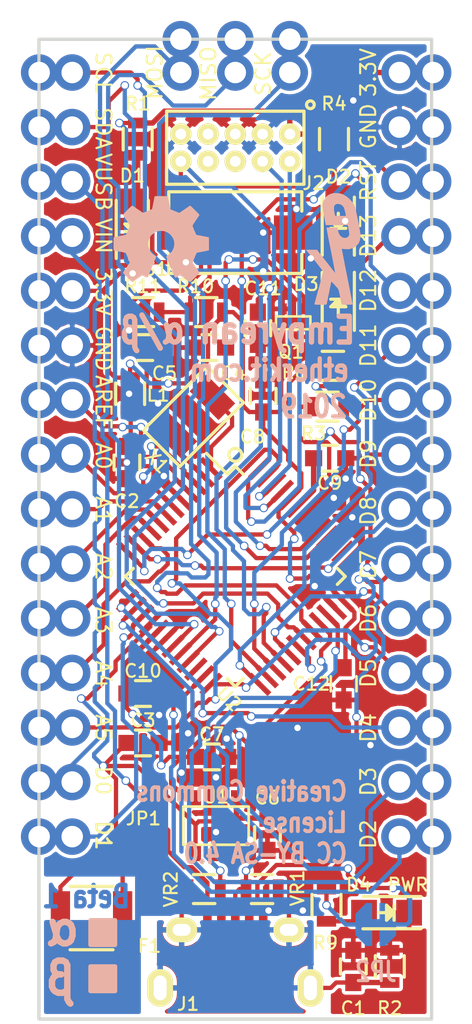
<source format=kicad_pcb>
(kicad_pcb (version 20171130) (host pcbnew 5.0.2-bee76a0~70~ubuntu18.04.1)

  (general
    (thickness 1.6)
    (drawings 45)
    (tracks 1001)
    (zones 0)
    (modules 45)
    (nets 60)
  )

  (page USLetter)
  (title_block
    (title "Empyrean Alpha/Beta")
    (date 2016-08-07)
    (rev A)
    (company Etherkit)
    (comment 4 "Creative Commons CC-BY-SA")
  )

  (layers
    (0 F.Cu signal)
    (31 B.Cu signal)
    (32 B.Adhes user)
    (33 F.Adhes user)
    (34 B.Paste user)
    (35 F.Paste user)
    (36 B.SilkS user)
    (37 F.SilkS user)
    (38 B.Mask user)
    (39 F.Mask user hide)
    (40 Dwgs.User user)
    (41 Cmts.User user)
    (42 Eco1.User user)
    (43 Eco2.User user)
    (44 Edge.Cuts user)
    (45 Margin user)
    (46 B.CrtYd user)
    (47 F.CrtYd user)
    (48 B.Fab user)
    (49 F.Fab user)
  )

  (setup
    (last_trace_width 0.2)
    (trace_clearance 0.16)
    (zone_clearance 0.16)
    (zone_45_only yes)
    (trace_min 0.18)
    (segment_width 0.2)
    (edge_width 0.15)
    (via_size 0.4)
    (via_drill 0.3)
    (via_min_size 0.4)
    (via_min_drill 0.3)
    (uvia_size 0.3)
    (uvia_drill 0.1)
    (uvias_allowed no)
    (uvia_min_size 0.2)
    (uvia_min_drill 0.1)
    (pcb_text_width 0.3)
    (pcb_text_size 1.5 1.5)
    (mod_edge_width 0.15)
    (mod_text_size 1 1)
    (mod_text_width 0.15)
    (pad_size 0.2 0.2)
    (pad_drill 0.15)
    (pad_to_mask_clearance 0.2)
    (solder_mask_min_width 0.25)
    (aux_axis_origin 0 0)
    (visible_elements FFFFFF7F)
    (pcbplotparams
      (layerselection 0x010f0_80000001)
      (usegerberextensions true)
      (usegerberattributes false)
      (usegerberadvancedattributes false)
      (creategerberjobfile false)
      (excludeedgelayer true)
      (linewidth 0.100000)
      (plotframeref false)
      (viasonmask false)
      (mode 1)
      (useauxorigin false)
      (hpglpennumber 1)
      (hpglpenspeed 20)
      (hpglpendiameter 15.000000)
      (psnegative false)
      (psa4output false)
      (plotreference true)
      (plotvalue true)
      (plotinvisibletext false)
      (padsonsilk false)
      (subtractmaskfromsilk false)
      (outputformat 1)
      (mirror false)
      (drillshape 0)
      (scaleselection 1)
      (outputdirectory ""))
  )

  (net 0 "")
  (net 1 GND)
  (net 2 "Net-(C1-Pad2)")
  (net 3 "Net-(C2-Pad1)")
  (net 4 VIN)
  (net 5 "Net-(C4-Pad1)")
  (net 6 "Net-(C5-Pad1)")
  (net 7 "Net-(C6-Pad1)")
  (net 8 +3.3V)
  (net 9 "Net-(C9-Pad2)")
  (net 10 "Net-(D1-Pad1)")
  (net 11 TX_LED)
  (net 12 "Net-(D2-Pad1)")
  (net 13 RX_LED)
  (net 14 "Net-(D3-Pad1)")
  (net 15 "Net-(D3-Pad2)")
  (net 16 "Net-(D4-Pad1)")
  (net 17 "Net-(F1-Pad1)")
  (net 18 DM)
  (net 19 DP)
  (net 20 "Net-(J1-Pad4)")
  (net 21 SWDIO)
  (net 22 SWDCLK)
  (net 23 "Net-(J2-Pad6)")
  (net 24 "Net-(J2-Pad7)")
  (net 25 "Net-(J2-Pad8)")
  (net 26 RESET)
  (net 27 SPI_MOSI)
  (net 28 SPI_MISO)
  (net 29 SPI_SCK)
  (net 30 SCL)
  (net 31 SDA)
  (net 32 AREF)
  (net 33 A0)
  (net 34 A1)
  (net 35 A2)
  (net 36 A3)
  (net 37 A4)
  (net 38 A5)
  (net 39 D0/UART_RX)
  (net 40 D1/UART_TX)
  (net 41 D13)
  (net 42 D12)
  (net 43 D11)
  (net 44 D10)
  (net 45 D9)
  (net 46 D8)
  (net 47 D7)
  (net 48 D6)
  (net 49 D5)
  (net 50 D4)
  (net 51 D3)
  (net 52 D2)
  (net 53 USB_HOST_EN)
  (net 54 "Net-(R11-Pad1)")
  (net 55 "Net-(U2-Pad22)")
  (net 56 "Net-(U2-Pad37)")
  (net 57 "Net-(U2-Pad38)")
  (net 58 "Net-(JP2-Pad2)")
  (net 59 VUSB)

  (net_class Default "This is the default net class."
    (clearance 0.16)
    (trace_width 0.2)
    (via_dia 0.4)
    (via_drill 0.3)
    (uvia_dia 0.3)
    (uvia_drill 0.1)
    (add_net +3.3V)
    (add_net A0)
    (add_net A1)
    (add_net A2)
    (add_net A3)
    (add_net A4)
    (add_net A5)
    (add_net AREF)
    (add_net D0/UART_RX)
    (add_net D1/UART_TX)
    (add_net D10)
    (add_net D11)
    (add_net D12)
    (add_net D13)
    (add_net D2)
    (add_net D3)
    (add_net D4)
    (add_net D5)
    (add_net D6)
    (add_net D7)
    (add_net D8)
    (add_net D9)
    (add_net DM)
    (add_net DP)
    (add_net GND)
    (add_net "Net-(C1-Pad2)")
    (add_net "Net-(C2-Pad1)")
    (add_net "Net-(C4-Pad1)")
    (add_net "Net-(C5-Pad1)")
    (add_net "Net-(C6-Pad1)")
    (add_net "Net-(C9-Pad2)")
    (add_net "Net-(D1-Pad1)")
    (add_net "Net-(D2-Pad1)")
    (add_net "Net-(D3-Pad1)")
    (add_net "Net-(D3-Pad2)")
    (add_net "Net-(D4-Pad1)")
    (add_net "Net-(F1-Pad1)")
    (add_net "Net-(J1-Pad4)")
    (add_net "Net-(J2-Pad6)")
    (add_net "Net-(J2-Pad7)")
    (add_net "Net-(J2-Pad8)")
    (add_net "Net-(JP2-Pad2)")
    (add_net "Net-(R11-Pad1)")
    (add_net "Net-(U2-Pad22)")
    (add_net "Net-(U2-Pad37)")
    (add_net "Net-(U2-Pad38)")
    (add_net RESET)
    (add_net RX_LED)
    (add_net SCL)
    (add_net SDA)
    (add_net SPI_MISO)
    (add_net SPI_MOSI)
    (add_net SPI_SCK)
    (add_net SWDCLK)
    (add_net SWDIO)
    (add_net TX_LED)
    (add_net USB_HOST_EN)
    (add_net VIN)
    (add_net VUSB)
  )

  (module EtherkitKicadLibrary:Harwin_M50-3500542 (layer F.Cu) (tedit 5C00334E) (tstamp 57A84FBD)
    (at 134.15 105.05 180)
    (path /57A69079)
    (solder_mask_margin 0.12)
    (solder_paste_margin -0.12)
    (clearance 0.12)
    (fp_text reference J2 (at -3.65 -1.65 180) (layer F.SilkS)
      (effects (font (size 0.6 0.6) (thickness 0.1)))
    )
    (fp_text value "Harwin M50-3500542" (at 0 -2.5 180) (layer F.Fab) hide
      (effects (font (size 1 1) (thickness 0.15)))
    )
    (fp_line (start -3.2 -1.7) (end 3.2 -1.7) (layer F.SilkS) (width 0.15))
    (fp_line (start 3.2 -1.7) (end 3.2 1.7) (layer F.SilkS) (width 0.15))
    (fp_line (start 3.2 1.7) (end -3.2 1.7) (layer F.SilkS) (width 0.15))
    (fp_line (start -3.2 1.7) (end -3.2 -1.7) (layer F.SilkS) (width 0.15))
    (fp_circle (center -3.5 2) (end -3.35 2.1) (layer F.SilkS) (width 0.15))
    (pad 10 thru_hole circle (at 2.54 -0.635 180) (size 1 1) (drill 0.5) (layers *.Cu *.Mask F.SilkS)
      (net 26 RESET))
    (pad 9 thru_hole circle (at 2.54 0.635 180) (size 1 1) (drill 0.5) (layers *.Cu *.Mask F.SilkS)
      (net 1 GND))
    (pad 8 thru_hole circle (at 1.27 -0.635 180) (size 1 1) (drill 0.5) (layers *.Cu *.Mask F.SilkS)
      (net 25 "Net-(J2-Pad8)"))
    (pad 7 thru_hole circle (at 1.27 0.635 180) (size 1 1) (drill 0.5) (layers *.Cu *.Mask F.SilkS)
      (net 24 "Net-(J2-Pad7)"))
    (pad 6 thru_hole circle (at 0 -0.635 180) (size 1 1) (drill 0.5) (layers *.Cu *.Mask F.SilkS)
      (net 23 "Net-(J2-Pad6)"))
    (pad 5 thru_hole circle (at 0 0.635 180) (size 1 1) (drill 0.5) (layers *.Cu *.Mask F.SilkS)
      (net 1 GND))
    (pad 4 thru_hole circle (at -1.27 -0.635 180) (size 1 1) (drill 0.5) (layers *.Cu *.Mask F.SilkS)
      (net 22 SWDCLK))
    (pad 3 thru_hole circle (at -1.27 0.635 180) (size 1 1) (drill 0.5) (layers *.Cu *.Mask F.SilkS)
      (net 1 GND))
    (pad 2 thru_hole circle (at -2.54 -0.635 180) (size 1 1) (drill 0.5) (layers *.Cu *.Mask F.SilkS)
      (net 21 SWDIO))
    (pad 1 thru_hole circle (at -2.54 0.635 180) (size 1 1) (drill 0.5) (layers *.Cu *.Mask F.SilkS)
      (net 8 +3.3V))
  )

  (module EtherkitKicadLibrary:PinHeader_1x03_P2.54mm_Vertical_Unkeyed (layer F.Cu) (tedit 5C0031D0) (tstamp 57A84FC8)
    (at 131.61 101.55 90)
    (descr "Through hole straight pin header, 1x03, 2.54mm pitch, single row")
    (tags "Through hole pin header THT 1x03 2.54mm single row")
    (path /57A881FC)
    (fp_text reference J3 (at 0 -2.33 90) (layer F.SilkS) hide
      (effects (font (size 1 1) (thickness 0.15)))
    )
    (fp_text value SPI (at 0 7.41 90) (layer F.Fab)
      (effects (font (size 1 1) (thickness 0.15)))
    )
    (fp_text user %R (at 0 2.54 180) (layer F.Fab)
      (effects (font (size 1 1) (thickness 0.15)))
    )
    (fp_line (start 1.8 -1.8) (end -1.8 -1.8) (layer F.CrtYd) (width 0.05))
    (fp_line (start 1.8 6.85) (end 1.8 -1.8) (layer F.CrtYd) (width 0.05))
    (fp_line (start -1.8 6.85) (end 1.8 6.85) (layer F.CrtYd) (width 0.05))
    (fp_line (start -1.8 -1.8) (end -1.8 6.85) (layer F.CrtYd) (width 0.05))
    (fp_line (start -1.27 -0.635) (end -0.635 -1.27) (layer F.Fab) (width 0.1))
    (fp_line (start -1.27 6.35) (end -1.27 -0.635) (layer F.Fab) (width 0.1))
    (fp_line (start 1.27 6.35) (end -1.27 6.35) (layer F.Fab) (width 0.1))
    (fp_line (start 1.27 -1.27) (end 1.27 6.35) (layer F.Fab) (width 0.1))
    (fp_line (start -0.635 -1.27) (end 1.27 -1.27) (layer F.Fab) (width 0.1))
    (pad 3 thru_hole oval (at 0 5.08 90) (size 1.7 1.7) (drill 1) (layers *.Cu *.Mask)
      (net 29 SPI_SCK))
    (pad 2 thru_hole oval (at 0 2.54 90) (size 1.7 1.7) (drill 1) (layers *.Cu *.Mask)
      (net 28 SPI_MISO))
    (pad 1 thru_hole circle (at 0 0 90) (size 1.7 1.7) (drill 1) (layers *.Cu *.Mask)
      (net 27 SPI_MOSI))
    (model ${KISYS3DMOD}/Connector_PinHeader_2.54mm.3dshapes/PinHeader_1x03_P2.54mm_Vertical.wrl
      (at (xyz 0 0 0))
      (scale (xyz 1 1 1))
      (rotate (xyz 0 0 0))
    )
  )

  (module EtherkitKicadLibrary:PinHeader_1x15_P2.54mm_Vertical_Unkeyed (layer F.Cu) (tedit 5C002988) (tstamp 5C023412)
    (at 125.01 101.55)
    (descr "Through hole straight pin header, 1x15, 2.54mm pitch, single row")
    (tags "Through hole pin header THT 1x15 2.54mm single row")
    (fp_text reference REF** (at 0 -2.33) (layer F.SilkS) hide
      (effects (font (size 1 1) (thickness 0.15)))
    )
    (fp_text value PinHeader_1x15_P2.54mm_Vertical_Unkeyed (at 0 37.89) (layer F.Fab) hide
      (effects (font (size 1 1) (thickness 0.15)))
    )
    (fp_text user %R (at 0 17.78 90) (layer F.Fab)
      (effects (font (size 1 1) (thickness 0.15)))
    )
    (fp_line (start 1.8 -1.8) (end -1.8 -1.8) (layer F.CrtYd) (width 0.05))
    (fp_line (start 1.8 37.35) (end 1.8 -1.8) (layer F.CrtYd) (width 0.05))
    (fp_line (start -1.8 37.35) (end 1.8 37.35) (layer F.CrtYd) (width 0.05))
    (fp_line (start -1.8 -1.8) (end -1.8 37.35) (layer F.CrtYd) (width 0.05))
    (fp_line (start -1.27 -0.635) (end -0.635 -1.27) (layer F.Fab) (width 0.1))
    (fp_line (start -1.27 36.83) (end -1.27 -0.635) (layer F.Fab) (width 0.1))
    (fp_line (start 1.27 36.83) (end -1.27 36.83) (layer F.Fab) (width 0.1))
    (fp_line (start 1.27 -1.27) (end 1.27 36.83) (layer F.Fab) (width 0.1))
    (fp_line (start -0.635 -1.27) (end 1.27 -1.27) (layer F.Fab) (width 0.1))
    (pad 15 thru_hole oval (at 0 35.56) (size 1.7 1.7) (drill 1) (layers *.Cu *.Mask))
    (pad 14 thru_hole oval (at 0 33.02) (size 1.7 1.7) (drill 1) (layers *.Cu *.Mask))
    (pad 13 thru_hole oval (at 0 30.48) (size 1.7 1.7) (drill 1) (layers *.Cu *.Mask))
    (pad 12 thru_hole oval (at 0 27.94) (size 1.7 1.7) (drill 1) (layers *.Cu *.Mask))
    (pad 11 thru_hole oval (at 0 25.4) (size 1.7 1.7) (drill 1) (layers *.Cu *.Mask))
    (pad 10 thru_hole oval (at 0 22.86) (size 1.7 1.7) (drill 1) (layers *.Cu *.Mask))
    (pad 9 thru_hole oval (at 0 20.32) (size 1.7 1.7) (drill 1) (layers *.Cu *.Mask))
    (pad 8 thru_hole oval (at 0 17.78) (size 1.7 1.7) (drill 1) (layers *.Cu *.Mask))
    (pad 7 thru_hole oval (at 0 15.24) (size 1.7 1.7) (drill 1) (layers *.Cu *.Mask))
    (pad 6 thru_hole oval (at 0 12.7) (size 1.7 1.7) (drill 1) (layers *.Cu *.Mask))
    (pad 5 thru_hole oval (at 0 10.16) (size 1.7 1.7) (drill 1) (layers *.Cu *.Mask))
    (pad 4 thru_hole oval (at 0 7.62) (size 1.7 1.7) (drill 1) (layers *.Cu *.Mask))
    (pad 3 thru_hole oval (at 0 5.08) (size 1.7 1.7) (drill 1) (layers *.Cu *.Mask))
    (pad 2 thru_hole oval (at 0 2.54) (size 1.7 1.7) (drill 1) (layers *.Cu *.Mask))
    (pad 1 thru_hole circle (at 0 0) (size 1.7 1.7) (drill 1) (layers *.Cu *.Mask))
    (model ${KISYS3DMOD}/Connector_PinHeader_2.54mm.3dshapes/PinHeader_1x15_P2.54mm_Vertical.wrl
      (at (xyz 0 0 0))
      (scale (xyz 1 1 1))
      (rotate (xyz 0 0 0))
    )
  )

  (module EtherkitKicadLibrary:PinHeader_1x15_P2.54mm_Vertical_Unkeyed (layer F.Cu) (tedit 5C002988) (tstamp 5BFFF406)
    (at 143.37 101.55)
    (descr "Through hole straight pin header, 1x15, 2.54mm pitch, single row")
    (tags "Through hole pin header THT 1x15 2.54mm single row")
    (fp_text reference REF** (at 0 -2.33) (layer F.SilkS) hide
      (effects (font (size 1 1) (thickness 0.15)))
    )
    (fp_text value PinHeader_1x15_P2.54mm_Vertical_Unkeyed (at 0 37.89) (layer F.Fab) hide
      (effects (font (size 1 1) (thickness 0.15)))
    )
    (fp_line (start -0.635 -1.27) (end 1.27 -1.27) (layer F.Fab) (width 0.1))
    (fp_line (start 1.27 -1.27) (end 1.27 36.83) (layer F.Fab) (width 0.1))
    (fp_line (start 1.27 36.83) (end -1.27 36.83) (layer F.Fab) (width 0.1))
    (fp_line (start -1.27 36.83) (end -1.27 -0.635) (layer F.Fab) (width 0.1))
    (fp_line (start -1.27 -0.635) (end -0.635 -1.27) (layer F.Fab) (width 0.1))
    (fp_line (start -1.8 -1.8) (end -1.8 37.35) (layer F.CrtYd) (width 0.05))
    (fp_line (start -1.8 37.35) (end 1.8 37.35) (layer F.CrtYd) (width 0.05))
    (fp_line (start 1.8 37.35) (end 1.8 -1.8) (layer F.CrtYd) (width 0.05))
    (fp_line (start 1.8 -1.8) (end -1.8 -1.8) (layer F.CrtYd) (width 0.05))
    (fp_text user %R (at 0 17.78 90) (layer F.Fab)
      (effects (font (size 1 1) (thickness 0.15)))
    )
    (pad 1 thru_hole circle (at 0 0) (size 1.7 1.7) (drill 1) (layers *.Cu *.Mask))
    (pad 2 thru_hole oval (at 0 2.54) (size 1.7 1.7) (drill 1) (layers *.Cu *.Mask))
    (pad 3 thru_hole oval (at 0 5.08) (size 1.7 1.7) (drill 1) (layers *.Cu *.Mask))
    (pad 4 thru_hole oval (at 0 7.62) (size 1.7 1.7) (drill 1) (layers *.Cu *.Mask))
    (pad 5 thru_hole oval (at 0 10.16) (size 1.7 1.7) (drill 1) (layers *.Cu *.Mask))
    (pad 6 thru_hole oval (at 0 12.7) (size 1.7 1.7) (drill 1) (layers *.Cu *.Mask))
    (pad 7 thru_hole oval (at 0 15.24) (size 1.7 1.7) (drill 1) (layers *.Cu *.Mask))
    (pad 8 thru_hole oval (at 0 17.78) (size 1.7 1.7) (drill 1) (layers *.Cu *.Mask))
    (pad 9 thru_hole oval (at 0 20.32) (size 1.7 1.7) (drill 1) (layers *.Cu *.Mask))
    (pad 10 thru_hole oval (at 0 22.86) (size 1.7 1.7) (drill 1) (layers *.Cu *.Mask))
    (pad 11 thru_hole oval (at 0 25.4) (size 1.7 1.7) (drill 1) (layers *.Cu *.Mask))
    (pad 12 thru_hole oval (at 0 27.94) (size 1.7 1.7) (drill 1) (layers *.Cu *.Mask))
    (pad 13 thru_hole oval (at 0 30.48) (size 1.7 1.7) (drill 1) (layers *.Cu *.Mask))
    (pad 14 thru_hole oval (at 0 33.02) (size 1.7 1.7) (drill 1) (layers *.Cu *.Mask))
    (pad 15 thru_hole oval (at 0 35.56) (size 1.7 1.7) (drill 1) (layers *.Cu *.Mask))
    (model ${KISYS3DMOD}/Connector_PinHeader_2.54mm.3dshapes/PinHeader_1x15_P2.54mm_Vertical.wrl
      (at (xyz 0 0 0))
      (scale (xyz 1 1 1))
      (rotate (xyz 0 0 0))
    )
  )

  (module EtherkitKicadLibrary:PinHeader_1x15_P2.54mm_Vertical_Unkeyed (layer F.Cu) (tedit 5C002988) (tstamp 57A84FF6)
    (at 141.8 101.55)
    (descr "Through hole straight pin header, 1x15, 2.54mm pitch, single row")
    (tags "Through hole pin header THT 1x15 2.54mm single row")
    (path /57A8AC67)
    (fp_text reference J5 (at 0 -2.33) (layer F.SilkS) hide
      (effects (font (size 1 1) (thickness 0.15)))
    )
    (fp_text value CONN_01X15 (at 0 37.89) (layer F.Fab) hide
      (effects (font (size 1 1) (thickness 0.15)))
    )
    (fp_line (start -0.635 -1.27) (end 1.27 -1.27) (layer F.Fab) (width 0.1))
    (fp_line (start 1.27 -1.27) (end 1.27 36.83) (layer F.Fab) (width 0.1))
    (fp_line (start 1.27 36.83) (end -1.27 36.83) (layer F.Fab) (width 0.1))
    (fp_line (start -1.27 36.83) (end -1.27 -0.635) (layer F.Fab) (width 0.1))
    (fp_line (start -1.27 -0.635) (end -0.635 -1.27) (layer F.Fab) (width 0.1))
    (fp_line (start -1.8 -1.8) (end -1.8 37.35) (layer F.CrtYd) (width 0.05))
    (fp_line (start -1.8 37.35) (end 1.8 37.35) (layer F.CrtYd) (width 0.05))
    (fp_line (start 1.8 37.35) (end 1.8 -1.8) (layer F.CrtYd) (width 0.05))
    (fp_line (start 1.8 -1.8) (end -1.8 -1.8) (layer F.CrtYd) (width 0.05))
    (fp_text user %R (at 0 17.78 90) (layer F.Fab)
      (effects (font (size 1 1) (thickness 0.15)))
    )
    (pad 1 thru_hole circle (at 0 0) (size 1.7 1.7) (drill 1) (layers *.Cu *.Mask)
      (net 8 +3.3V))
    (pad 2 thru_hole oval (at 0 2.54) (size 1.7 1.7) (drill 1) (layers *.Cu *.Mask)
      (net 1 GND))
    (pad 3 thru_hole oval (at 0 5.08) (size 1.7 1.7) (drill 1) (layers *.Cu *.Mask)
      (net 26 RESET))
    (pad 4 thru_hole oval (at 0 7.62) (size 1.7 1.7) (drill 1) (layers *.Cu *.Mask)
      (net 41 D13))
    (pad 5 thru_hole oval (at 0 10.16) (size 1.7 1.7) (drill 1) (layers *.Cu *.Mask)
      (net 42 D12))
    (pad 6 thru_hole oval (at 0 12.7) (size 1.7 1.7) (drill 1) (layers *.Cu *.Mask)
      (net 43 D11))
    (pad 7 thru_hole oval (at 0 15.24) (size 1.7 1.7) (drill 1) (layers *.Cu *.Mask)
      (net 44 D10))
    (pad 8 thru_hole oval (at 0 17.78) (size 1.7 1.7) (drill 1) (layers *.Cu *.Mask)
      (net 45 D9))
    (pad 9 thru_hole oval (at 0 20.32) (size 1.7 1.7) (drill 1) (layers *.Cu *.Mask)
      (net 46 D8))
    (pad 10 thru_hole oval (at 0 22.86) (size 1.7 1.7) (drill 1) (layers *.Cu *.Mask)
      (net 47 D7))
    (pad 11 thru_hole oval (at 0 25.4) (size 1.7 1.7) (drill 1) (layers *.Cu *.Mask)
      (net 48 D6))
    (pad 12 thru_hole oval (at 0 27.94) (size 1.7 1.7) (drill 1) (layers *.Cu *.Mask)
      (net 49 D5))
    (pad 13 thru_hole oval (at 0 30.48) (size 1.7 1.7) (drill 1) (layers *.Cu *.Mask)
      (net 50 D4))
    (pad 14 thru_hole oval (at 0 33.02) (size 1.7 1.7) (drill 1) (layers *.Cu *.Mask)
      (net 51 D3))
    (pad 15 thru_hole oval (at 0 35.56) (size 1.7 1.7) (drill 1) (layers *.Cu *.Mask)
      (net 52 D2))
    (model ${KISYS3DMOD}/Connector_PinHeader_2.54mm.3dshapes/PinHeader_1x15_P2.54mm_Vertical.wrl
      (at (xyz 0 0 0))
      (scale (xyz 1 1 1))
      (rotate (xyz 0 0 0))
    )
  )

  (module EtherkitKicadLibrary:PinHeader_1x15_P2.54mm_Vertical_Unkeyed (layer F.Cu) (tedit 5C002988) (tstamp 57A84FDF)
    (at 126.55 101.55)
    (descr "Through hole straight pin header, 1x15, 2.54mm pitch, single row")
    (tags "Through hole pin header THT 1x15 2.54mm single row")
    (path /57A8AA49)
    (fp_text reference J4 (at 0 -2.33) (layer F.SilkS) hide
      (effects (font (size 1 1) (thickness 0.15)))
    )
    (fp_text value CONN_01X15 (at 0 37.89) (layer F.Fab) hide
      (effects (font (size 1 1) (thickness 0.15)))
    )
    (fp_line (start -0.635 -1.27) (end 1.27 -1.27) (layer F.Fab) (width 0.1))
    (fp_line (start 1.27 -1.27) (end 1.27 36.83) (layer F.Fab) (width 0.1))
    (fp_line (start 1.27 36.83) (end -1.27 36.83) (layer F.Fab) (width 0.1))
    (fp_line (start -1.27 36.83) (end -1.27 -0.635) (layer F.Fab) (width 0.1))
    (fp_line (start -1.27 -0.635) (end -0.635 -1.27) (layer F.Fab) (width 0.1))
    (fp_line (start -1.8 -1.8) (end -1.8 37.35) (layer F.CrtYd) (width 0.05))
    (fp_line (start -1.8 37.35) (end 1.8 37.35) (layer F.CrtYd) (width 0.05))
    (fp_line (start 1.8 37.35) (end 1.8 -1.8) (layer F.CrtYd) (width 0.05))
    (fp_line (start 1.8 -1.8) (end -1.8 -1.8) (layer F.CrtYd) (width 0.05))
    (fp_text user %R (at 0 17.78 90) (layer F.Fab)
      (effects (font (size 1 1) (thickness 0.15)))
    )
    (pad 1 thru_hole circle (at 0 0) (size 1.7 1.7) (drill 1) (layers *.Cu *.Mask)
      (net 30 SCL))
    (pad 2 thru_hole oval (at 0 2.54) (size 1.7 1.7) (drill 1) (layers *.Cu *.Mask)
      (net 31 SDA))
    (pad 3 thru_hole oval (at 0 5.08) (size 1.7 1.7) (drill 1) (layers *.Cu *.Mask)
      (net 59 VUSB))
    (pad 4 thru_hole oval (at 0 7.62) (size 1.7 1.7) (drill 1) (layers *.Cu *.Mask)
      (net 4 VIN))
    (pad 5 thru_hole oval (at 0 10.16) (size 1.7 1.7) (drill 1) (layers *.Cu *.Mask)
      (net 8 +3.3V))
    (pad 6 thru_hole oval (at 0 12.7) (size 1.7 1.7) (drill 1) (layers *.Cu *.Mask)
      (net 1 GND))
    (pad 7 thru_hole oval (at 0 15.24) (size 1.7 1.7) (drill 1) (layers *.Cu *.Mask)
      (net 32 AREF))
    (pad 8 thru_hole oval (at 0 17.78) (size 1.7 1.7) (drill 1) (layers *.Cu *.Mask)
      (net 33 A0))
    (pad 9 thru_hole oval (at 0 20.32) (size 1.7 1.7) (drill 1) (layers *.Cu *.Mask)
      (net 34 A1))
    (pad 10 thru_hole oval (at 0 22.86) (size 1.7 1.7) (drill 1) (layers *.Cu *.Mask)
      (net 35 A2))
    (pad 11 thru_hole oval (at 0 25.4) (size 1.7 1.7) (drill 1) (layers *.Cu *.Mask)
      (net 36 A3))
    (pad 12 thru_hole oval (at 0 27.94) (size 1.7 1.7) (drill 1) (layers *.Cu *.Mask)
      (net 37 A4))
    (pad 13 thru_hole oval (at 0 30.48) (size 1.7 1.7) (drill 1) (layers *.Cu *.Mask)
      (net 38 A5))
    (pad 14 thru_hole oval (at 0 33.02) (size 1.7 1.7) (drill 1) (layers *.Cu *.Mask)
      (net 39 D0/UART_RX))
    (pad 15 thru_hole oval (at 0 35.56) (size 1.7 1.7) (drill 1) (layers *.Cu *.Mask)
      (net 40 D1/UART_TX))
    (model ${KISYS3DMOD}/Connector_PinHeader_2.54mm.3dshapes/PinHeader_1x15_P2.54mm_Vertical.wrl
      (at (xyz 0 0 0))
      (scale (xyz 1 1 1))
      (rotate (xyz 0 0 0))
    )
  )

  (module Capacitors_SMD:C_0603 (layer F.Cu) (tedit 57A8DA6A) (tstamp 57A84ECD)
    (at 139.65 143.15 270)
    (descr "Capacitor SMD 0603, reflow soldering, AVX (see smccp.pdf)")
    (tags "capacitor 0603")
    (path /57A66F0D)
    (attr smd)
    (fp_text reference C1 (at 1.95 0) (layer F.SilkS)
      (effects (font (size 0.6 0.6) (thickness 0.1)))
    )
    (fp_text value 4.7n (at 0 1.9 270) (layer F.Fab) hide
      (effects (font (size 1 1) (thickness 0.15)))
    )
    (fp_line (start -1.45 -0.75) (end 1.45 -0.75) (layer F.CrtYd) (width 0.05))
    (fp_line (start -1.45 0.75) (end 1.45 0.75) (layer F.CrtYd) (width 0.05))
    (fp_line (start -1.45 -0.75) (end -1.45 0.75) (layer F.CrtYd) (width 0.05))
    (fp_line (start 1.45 -0.75) (end 1.45 0.75) (layer F.CrtYd) (width 0.05))
    (fp_line (start -0.35 -0.6) (end 0.35 -0.6) (layer F.SilkS) (width 0.15))
    (fp_line (start 0.35 0.6) (end -0.35 0.6) (layer F.SilkS) (width 0.15))
    (pad 1 smd rect (at -0.75 0 270) (size 0.8 0.75) (layers F.Cu F.Paste F.Mask)
      (net 1 GND))
    (pad 2 smd rect (at 0.75 0 270) (size 0.8 0.75) (layers F.Cu F.Paste F.Mask)
      (net 2 "Net-(C1-Pad2)"))
    (model Capacitors_SMD.3dshapes/C_0603.wrl
      (at (xyz 0 0 0))
      (scale (xyz 1 1 1))
      (rotate (xyz 0 0 0))
    )
  )

  (module Capacitors_SMD:C_0603 (layer F.Cu) (tedit 57A8BF5C) (tstamp 57A84ED9)
    (at 129.1 119.7 270)
    (descr "Capacitor SMD 0603, reflow soldering, AVX (see smccp.pdf)")
    (tags "capacitor 0603")
    (path /57A78B28)
    (attr smd)
    (fp_text reference C2 (at 1.8 0) (layer F.SilkS)
      (effects (font (size 0.6 0.6) (thickness 0.1)))
    )
    (fp_text value 10u (at 0 1.9 270) (layer F.Fab) hide
      (effects (font (size 1 1) (thickness 0.15)))
    )
    (fp_line (start -1.45 -0.75) (end 1.45 -0.75) (layer F.CrtYd) (width 0.05))
    (fp_line (start -1.45 0.75) (end 1.45 0.75) (layer F.CrtYd) (width 0.05))
    (fp_line (start -1.45 -0.75) (end -1.45 0.75) (layer F.CrtYd) (width 0.05))
    (fp_line (start 1.45 -0.75) (end 1.45 0.75) (layer F.CrtYd) (width 0.05))
    (fp_line (start -0.35 -0.6) (end 0.35 -0.6) (layer F.SilkS) (width 0.15))
    (fp_line (start 0.35 0.6) (end -0.35 0.6) (layer F.SilkS) (width 0.15))
    (pad 1 smd rect (at -0.75 0 270) (size 0.8 0.75) (layers F.Cu F.Paste F.Mask)
      (net 3 "Net-(C2-Pad1)"))
    (pad 2 smd rect (at 0.75 0 270) (size 0.8 0.75) (layers F.Cu F.Paste F.Mask)
      (net 1 GND))
    (model Capacitors_SMD.3dshapes/C_0603.wrl
      (at (xyz 0 0 0))
      (scale (xyz 1 1 1))
      (rotate (xyz 0 0 0))
    )
  )

  (module Capacitors_SMD:C_0603 (layer F.Cu) (tedit 57A89F50) (tstamp 57A84EE5)
    (at 129.85 132.75)
    (descr "Capacitor SMD 0603, reflow soldering, AVX (see smccp.pdf)")
    (tags "capacitor 0603")
    (path /57A67C0D)
    (attr smd)
    (fp_text reference C3 (at 0 -1.05) (layer F.SilkS)
      (effects (font (size 0.6 0.6) (thickness 0.1)))
    )
    (fp_text value 1u (at 0 1.9) (layer F.Fab) hide
      (effects (font (size 1 1) (thickness 0.15)))
    )
    (fp_line (start -1.45 -0.75) (end 1.45 -0.75) (layer F.CrtYd) (width 0.05))
    (fp_line (start -1.45 0.75) (end 1.45 0.75) (layer F.CrtYd) (width 0.05))
    (fp_line (start -1.45 -0.75) (end -1.45 0.75) (layer F.CrtYd) (width 0.05))
    (fp_line (start 1.45 -0.75) (end 1.45 0.75) (layer F.CrtYd) (width 0.05))
    (fp_line (start -0.35 -0.6) (end 0.35 -0.6) (layer F.SilkS) (width 0.15))
    (fp_line (start 0.35 0.6) (end -0.35 0.6) (layer F.SilkS) (width 0.15))
    (pad 1 smd rect (at -0.75 0) (size 0.8 0.75) (layers F.Cu F.Paste F.Mask)
      (net 4 VIN))
    (pad 2 smd rect (at 0.75 0) (size 0.8 0.75) (layers F.Cu F.Paste F.Mask)
      (net 1 GND))
    (model Capacitors_SMD.3dshapes/C_0603.wrl
      (at (xyz 0 0 0))
      (scale (xyz 1 1 1))
      (rotate (xyz 0 0 0))
    )
  )

  (module Capacitors_SMD:C_0603 (layer F.Cu) (tedit 57A8BAB8) (tstamp 57A84EF1)
    (at 132.95 114.35 180)
    (descr "Capacitor SMD 0603, reflow soldering, AVX (see smccp.pdf)")
    (tags "capacitor 0603")
    (path /57A77A08)
    (attr smd)
    (fp_text reference C4 (at -1.1 -1.2) (layer F.SilkS)
      (effects (font (size 0.6 0.6) (thickness 0.1)))
    )
    (fp_text value 15 (at 0 1.9 180) (layer F.Fab) hide
      (effects (font (size 1 1) (thickness 0.15)))
    )
    (fp_line (start -1.45 -0.75) (end 1.45 -0.75) (layer F.CrtYd) (width 0.05))
    (fp_line (start -1.45 0.75) (end 1.45 0.75) (layer F.CrtYd) (width 0.05))
    (fp_line (start -1.45 -0.75) (end -1.45 0.75) (layer F.CrtYd) (width 0.05))
    (fp_line (start 1.45 -0.75) (end 1.45 0.75) (layer F.CrtYd) (width 0.05))
    (fp_line (start -0.35 -0.6) (end 0.35 -0.6) (layer F.SilkS) (width 0.15))
    (fp_line (start 0.35 0.6) (end -0.35 0.6) (layer F.SilkS) (width 0.15))
    (pad 1 smd rect (at -0.75 0 180) (size 0.8 0.75) (layers F.Cu F.Paste F.Mask)
      (net 5 "Net-(C4-Pad1)"))
    (pad 2 smd rect (at 0.75 0 180) (size 0.8 0.75) (layers F.Cu F.Paste F.Mask)
      (net 1 GND))
    (model Capacitors_SMD.3dshapes/C_0603.wrl
      (at (xyz 0 0 0))
      (scale (xyz 1 1 1))
      (rotate (xyz 0 0 0))
    )
  )

  (module Capacitors_SMD:C_0603 (layer F.Cu) (tedit 57A8BAC2) (tstamp 57A84EFD)
    (at 129.95 114.35 180)
    (descr "Capacitor SMD 0603, reflow soldering, AVX (see smccp.pdf)")
    (tags "capacitor 0603")
    (path /57A77FF0)
    (attr smd)
    (fp_text reference C5 (at -0.9 -1.2) (layer F.SilkS)
      (effects (font (size 0.6 0.6) (thickness 0.1)))
    )
    (fp_text value 15 (at 0 1.9 180) (layer F.Fab) hide
      (effects (font (size 1 1) (thickness 0.15)))
    )
    (fp_line (start -1.45 -0.75) (end 1.45 -0.75) (layer F.CrtYd) (width 0.05))
    (fp_line (start -1.45 0.75) (end 1.45 0.75) (layer F.CrtYd) (width 0.05))
    (fp_line (start -1.45 -0.75) (end -1.45 0.75) (layer F.CrtYd) (width 0.05))
    (fp_line (start 1.45 -0.75) (end 1.45 0.75) (layer F.CrtYd) (width 0.05))
    (fp_line (start -0.35 -0.6) (end 0.35 -0.6) (layer F.SilkS) (width 0.15))
    (fp_line (start 0.35 0.6) (end -0.35 0.6) (layer F.SilkS) (width 0.15))
    (pad 1 smd rect (at -0.75 0 180) (size 0.8 0.75) (layers F.Cu F.Paste F.Mask)
      (net 6 "Net-(C5-Pad1)"))
    (pad 2 smd rect (at 0.75 0 180) (size 0.8 0.75) (layers F.Cu F.Paste F.Mask)
      (net 1 GND))
    (model Capacitors_SMD.3dshapes/C_0603.wrl
      (at (xyz 0 0 0))
      (scale (xyz 1 1 1))
      (rotate (xyz 0 0 0))
    )
  )

  (module Capacitors_SMD:C_0603 (layer F.Cu) (tedit 57A89F37) (tstamp 57A84F09)
    (at 135.65 137 270)
    (descr "Capacitor SMD 0603, reflow soldering, AVX (see smccp.pdf)")
    (tags "capacitor 0603")
    (path /57A6A266)
    (attr smd)
    (fp_text reference C6 (at -1.7 0) (layer F.SilkS)
      (effects (font (size 0.6 0.6) (thickness 0.1)))
    )
    (fp_text value 100n (at 0 1.9 270) (layer F.Fab) hide
      (effects (font (size 1 1) (thickness 0.15)))
    )
    (fp_line (start -1.45 -0.75) (end 1.45 -0.75) (layer F.CrtYd) (width 0.05))
    (fp_line (start -1.45 0.75) (end 1.45 0.75) (layer F.CrtYd) (width 0.05))
    (fp_line (start -1.45 -0.75) (end -1.45 0.75) (layer F.CrtYd) (width 0.05))
    (fp_line (start 1.45 -0.75) (end 1.45 0.75) (layer F.CrtYd) (width 0.05))
    (fp_line (start -0.35 -0.6) (end 0.35 -0.6) (layer F.SilkS) (width 0.15))
    (fp_line (start 0.35 0.6) (end -0.35 0.6) (layer F.SilkS) (width 0.15))
    (pad 1 smd rect (at -0.75 0 270) (size 0.8 0.75) (layers F.Cu F.Paste F.Mask)
      (net 7 "Net-(C6-Pad1)"))
    (pad 2 smd rect (at 0.75 0 270) (size 0.8 0.75) (layers F.Cu F.Paste F.Mask)
      (net 1 GND))
    (model Capacitors_SMD.3dshapes/C_0603.wrl
      (at (xyz 0 0 0))
      (scale (xyz 1 1 1))
      (rotate (xyz 0 0 0))
    )
  )

  (module Capacitors_SMD:C_0603 (layer F.Cu) (tedit 57A89FA1) (tstamp 57A84F15)
    (at 133.05 133.4)
    (descr "Capacitor SMD 0603, reflow soldering, AVX (see smccp.pdf)")
    (tags "capacitor 0603")
    (path /57A67CC8)
    (attr smd)
    (fp_text reference C7 (at 0 -1.05) (layer F.SilkS)
      (effects (font (size 0.6 0.6) (thickness 0.1)))
    )
    (fp_text value 10u (at 0 1.9) (layer F.Fab) hide
      (effects (font (size 1 1) (thickness 0.15)))
    )
    (fp_line (start -1.45 -0.75) (end 1.45 -0.75) (layer F.CrtYd) (width 0.05))
    (fp_line (start -1.45 0.75) (end 1.45 0.75) (layer F.CrtYd) (width 0.05))
    (fp_line (start -1.45 -0.75) (end -1.45 0.75) (layer F.CrtYd) (width 0.05))
    (fp_line (start 1.45 -0.75) (end 1.45 0.75) (layer F.CrtYd) (width 0.05))
    (fp_line (start -0.35 -0.6) (end 0.35 -0.6) (layer F.SilkS) (width 0.15))
    (fp_line (start 0.35 0.6) (end -0.35 0.6) (layer F.SilkS) (width 0.15))
    (pad 1 smd rect (at -0.75 0) (size 0.8 0.75) (layers F.Cu F.Paste F.Mask)
      (net 8 +3.3V))
    (pad 2 smd rect (at 0.75 0) (size 0.8 0.75) (layers F.Cu F.Paste F.Mask)
      (net 1 GND))
    (model Capacitors_SMD.3dshapes/C_0603.wrl
      (at (xyz 0 0 0))
      (scale (xyz 1 1 1))
      (rotate (xyz 0 0 0))
    )
  )

  (module Capacitors_SMD:C_0603 (layer F.Cu) (tedit 57A8C2E3) (tstamp 57A84F21)
    (at 135.45 116.6 90)
    (descr "Capacitor SMD 0603, reflow soldering, AVX (see smccp.pdf)")
    (tags "capacitor 0603")
    (path /57A7F1AA)
    (attr smd)
    (fp_text reference C8 (at -1.9 -0.5 180) (layer F.SilkS)
      (effects (font (size 0.6 0.6) (thickness 0.1)))
    )
    (fp_text value 100n (at 0 1.9 90) (layer F.Fab) hide
      (effects (font (size 1 1) (thickness 0.15)))
    )
    (fp_line (start -1.45 -0.75) (end 1.45 -0.75) (layer F.CrtYd) (width 0.05))
    (fp_line (start -1.45 0.75) (end 1.45 0.75) (layer F.CrtYd) (width 0.05))
    (fp_line (start -1.45 -0.75) (end -1.45 0.75) (layer F.CrtYd) (width 0.05))
    (fp_line (start 1.45 -0.75) (end 1.45 0.75) (layer F.CrtYd) (width 0.05))
    (fp_line (start -0.35 -0.6) (end 0.35 -0.6) (layer F.SilkS) (width 0.15))
    (fp_line (start 0.35 0.6) (end -0.35 0.6) (layer F.SilkS) (width 0.15))
    (pad 1 smd rect (at -0.75 0 90) (size 0.8 0.75) (layers F.Cu F.Paste F.Mask)
      (net 8 +3.3V))
    (pad 2 smd rect (at 0.75 0 90) (size 0.8 0.75) (layers F.Cu F.Paste F.Mask)
      (net 1 GND))
    (model Capacitors_SMD.3dshapes/C_0603.wrl
      (at (xyz 0 0 0))
      (scale (xyz 1 1 1))
      (rotate (xyz 0 0 0))
    )
  )

  (module Capacitors_SMD:C_0603 (layer F.Cu) (tedit 57A8C295) (tstamp 57A84F2D)
    (at 138.55 119.5 180)
    (descr "Capacitor SMD 0603, reflow soldering, AVX (see smccp.pdf)")
    (tags "capacitor 0603")
    (path /57A7F2E7)
    (attr smd)
    (fp_text reference C9 (at 0 -1.15) (layer F.SilkS)
      (effects (font (size 0.6 0.6) (thickness 0.1)))
    )
    (fp_text value 1u (at 0 1.9 180) (layer F.Fab) hide
      (effects (font (size 1 1) (thickness 0.15)))
    )
    (fp_line (start -1.45 -0.75) (end 1.45 -0.75) (layer F.CrtYd) (width 0.05))
    (fp_line (start -1.45 0.75) (end 1.45 0.75) (layer F.CrtYd) (width 0.05))
    (fp_line (start -1.45 -0.75) (end -1.45 0.75) (layer F.CrtYd) (width 0.05))
    (fp_line (start 1.45 -0.75) (end 1.45 0.75) (layer F.CrtYd) (width 0.05))
    (fp_line (start -0.35 -0.6) (end 0.35 -0.6) (layer F.SilkS) (width 0.15))
    (fp_line (start 0.35 0.6) (end -0.35 0.6) (layer F.SilkS) (width 0.15))
    (pad 1 smd rect (at -0.75 0 180) (size 0.8 0.75) (layers F.Cu F.Paste F.Mask)
      (net 1 GND))
    (pad 2 smd rect (at 0.75 0 180) (size 0.8 0.75) (layers F.Cu F.Paste F.Mask)
      (net 9 "Net-(C9-Pad2)"))
    (model Capacitors_SMD.3dshapes/C_0603.wrl
      (at (xyz 0 0 0))
      (scale (xyz 1 1 1))
      (rotate (xyz 0 0 0))
    )
  )

  (module Capacitors_SMD:C_0603 (layer F.Cu) (tedit 57A8BE82) (tstamp 57A84F39)
    (at 129.85 130.45)
    (descr "Capacitor SMD 0603, reflow soldering, AVX (see smccp.pdf)")
    (tags "capacitor 0603")
    (path /57A7D236)
    (attr smd)
    (fp_text reference C10 (at 0 -1.05) (layer F.SilkS)
      (effects (font (size 0.6 0.6) (thickness 0.1)))
    )
    (fp_text value 100n (at 0 1.9) (layer F.Fab) hide
      (effects (font (size 1 1) (thickness 0.15)))
    )
    (fp_line (start -1.45 -0.75) (end 1.45 -0.75) (layer F.CrtYd) (width 0.05))
    (fp_line (start -1.45 0.75) (end 1.45 0.75) (layer F.CrtYd) (width 0.05))
    (fp_line (start -1.45 -0.75) (end -1.45 0.75) (layer F.CrtYd) (width 0.05))
    (fp_line (start 1.45 -0.75) (end 1.45 0.75) (layer F.CrtYd) (width 0.05))
    (fp_line (start -0.35 -0.6) (end 0.35 -0.6) (layer F.SilkS) (width 0.15))
    (fp_line (start 0.35 0.6) (end -0.35 0.6) (layer F.SilkS) (width 0.15))
    (pad 1 smd rect (at -0.75 0) (size 0.8 0.75) (layers F.Cu F.Paste F.Mask)
      (net 8 +3.3V))
    (pad 2 smd rect (at 0.75 0) (size 0.8 0.75) (layers F.Cu F.Paste F.Mask)
      (net 1 GND))
    (model Capacitors_SMD.3dshapes/C_0603.wrl
      (at (xyz 0 0 0))
      (scale (xyz 1 1 1))
      (rotate (xyz 0 0 0))
    )
  )

  (module Capacitors_SMD:C_0603 (layer F.Cu) (tedit 58BB3901) (tstamp 57A84F45)
    (at 135.2 113.45 270)
    (descr "Capacitor SMD 0603, reflow soldering, AVX (see smccp.pdf)")
    (tags "capacitor 0603")
    (path /58B22849)
    (attr smd)
    (fp_text reference C11 (at -1.85 -0.25 180) (layer F.SilkS)
      (effects (font (size 0.6 0.6) (thickness 0.1)))
    )
    (fp_text value 100n (at 0 1.9 270) (layer F.Fab) hide
      (effects (font (size 1 1) (thickness 0.15)))
    )
    (fp_line (start -1.45 -0.75) (end 1.45 -0.75) (layer F.CrtYd) (width 0.05))
    (fp_line (start -1.45 0.75) (end 1.45 0.75) (layer F.CrtYd) (width 0.05))
    (fp_line (start -1.45 -0.75) (end -1.45 0.75) (layer F.CrtYd) (width 0.05))
    (fp_line (start 1.45 -0.75) (end 1.45 0.75) (layer F.CrtYd) (width 0.05))
    (fp_line (start -0.35 -0.6) (end 0.35 -0.6) (layer F.SilkS) (width 0.15))
    (fp_line (start 0.35 0.6) (end -0.35 0.6) (layer F.SilkS) (width 0.15))
    (pad 1 smd rect (at -0.75 0 270) (size 0.8 0.75) (layers F.Cu F.Paste F.Mask)
      (net 26 RESET))
    (pad 2 smd rect (at 0.75 0 270) (size 0.8 0.75) (layers F.Cu F.Paste F.Mask)
      (net 1 GND))
    (model Capacitors_SMD.3dshapes/C_0603.wrl
      (at (xyz 0 0 0))
      (scale (xyz 1 1 1))
      (rotate (xyz 0 0 0))
    )
  )

  (module EtherkitKicadLibrary:Lite-On_LTST-C170 (layer F.Cu) (tedit 57A8BD9A) (tstamp 57A84F58)
    (at 129.35 108.6 90)
    (descr "LED 0805 smd package")
    (tags "LED 0805 SMD")
    (path /57A68B91)
    (attr smd)
    (fp_text reference D1 (at 2.25 0 180) (layer F.SilkS)
      (effects (font (size 0.6 0.6) (thickness 0.1)))
    )
    (fp_text value Red (at 0 -1.75 90) (layer F.Fab) hide
      (effects (font (size 1 1) (thickness 0.15)))
    )
    (fp_line (start -1.6 0.75) (end 1.1 0.75) (layer F.SilkS) (width 0.15))
    (fp_line (start -1.6 -0.75) (end 1.1 -0.75) (layer F.SilkS) (width 0.15))
    (fp_line (start -0.1 0.15) (end -0.1 -0.1) (layer F.SilkS) (width 0.15))
    (fp_line (start -0.1 -0.1) (end -0.25 0.05) (layer F.SilkS) (width 0.15))
    (fp_line (start -0.35 -0.35) (end -0.35 0.35) (layer F.SilkS) (width 0.15))
    (fp_line (start 0 0) (end 0.35 0) (layer F.SilkS) (width 0.15))
    (fp_line (start -0.35 0) (end 0 -0.35) (layer F.SilkS) (width 0.15))
    (fp_line (start 0 -0.35) (end 0 0.35) (layer F.SilkS) (width 0.15))
    (fp_line (start 0 0.35) (end -0.35 0) (layer F.SilkS) (width 0.15))
    (fp_line (start 1.9 -0.95) (end 1.9 0.95) (layer F.CrtYd) (width 0.05))
    (fp_line (start 1.9 0.95) (end -1.9 0.95) (layer F.CrtYd) (width 0.05))
    (fp_line (start -1.9 0.95) (end -1.9 -0.95) (layer F.CrtYd) (width 0.05))
    (fp_line (start -1.9 -0.95) (end 1.9 -0.95) (layer F.CrtYd) (width 0.05))
    (pad 1 smd rect (at 1.05 0 270) (size 1.2 1.2) (layers F.Cu F.Paste F.Mask)
      (net 10 "Net-(D1-Pad1)"))
    (pad 2 smd rect (at -1.05 0 270) (size 1.2 1.2) (layers F.Cu F.Paste F.Mask)
      (net 11 TX_LED))
    (model LEDs.3dshapes/LED-0805.wrl
      (at (xyz 0 0 0))
      (scale (xyz 1 1 1))
      (rotate (xyz 0 0 0))
    )
  )

  (module EtherkitKicadLibrary:Lite-On_LTST-C170 (layer F.Cu) (tedit 57A8BDD6) (tstamp 57A84F6B)
    (at 138.95 108.45 90)
    (descr "LED 0805 smd package")
    (tags "LED 0805 SMD")
    (path /57A68CE9)
    (attr smd)
    (fp_text reference D2 (at 2.05 0 180) (layer F.SilkS)
      (effects (font (size 0.6 0.6) (thickness 0.1)))
    )
    (fp_text value Yellow (at 0 -1.75 90) (layer F.Fab) hide
      (effects (font (size 1 1) (thickness 0.15)))
    )
    (fp_line (start -1.6 0.75) (end 1.1 0.75) (layer F.SilkS) (width 0.15))
    (fp_line (start -1.6 -0.75) (end 1.1 -0.75) (layer F.SilkS) (width 0.15))
    (fp_line (start -0.1 0.15) (end -0.1 -0.1) (layer F.SilkS) (width 0.15))
    (fp_line (start -0.1 -0.1) (end -0.25 0.05) (layer F.SilkS) (width 0.15))
    (fp_line (start -0.35 -0.35) (end -0.35 0.35) (layer F.SilkS) (width 0.15))
    (fp_line (start 0 0) (end 0.35 0) (layer F.SilkS) (width 0.15))
    (fp_line (start -0.35 0) (end 0 -0.35) (layer F.SilkS) (width 0.15))
    (fp_line (start 0 -0.35) (end 0 0.35) (layer F.SilkS) (width 0.15))
    (fp_line (start 0 0.35) (end -0.35 0) (layer F.SilkS) (width 0.15))
    (fp_line (start 1.9 -0.95) (end 1.9 0.95) (layer F.CrtYd) (width 0.05))
    (fp_line (start 1.9 0.95) (end -1.9 0.95) (layer F.CrtYd) (width 0.05))
    (fp_line (start -1.9 0.95) (end -1.9 -0.95) (layer F.CrtYd) (width 0.05))
    (fp_line (start -1.9 -0.95) (end 1.9 -0.95) (layer F.CrtYd) (width 0.05))
    (pad 1 smd rect (at 1.05 0 270) (size 1.2 1.2) (layers F.Cu F.Paste F.Mask)
      (net 12 "Net-(D2-Pad1)"))
    (pad 2 smd rect (at -1.05 0 270) (size 1.2 1.2) (layers F.Cu F.Paste F.Mask)
      (net 13 RX_LED))
    (model LEDs.3dshapes/LED-0805.wrl
      (at (xyz 0 0 0))
      (scale (xyz 1 1 1))
      (rotate (xyz 0 0 0))
    )
  )

  (module EtherkitKicadLibrary:Lite-On_LTST-C170 (layer F.Cu) (tedit 57A8C6CA) (tstamp 57A84F7E)
    (at 138.95 112.45 270)
    (descr "LED 0805 smd package")
    (tags "LED 0805 SMD")
    (path /57A72C72)
    (attr smd)
    (fp_text reference D3 (at -1.05 1.5) (layer F.SilkS)
      (effects (font (size 0.6 0.6) (thickness 0.1)))
    )
    (fp_text value Blue (at 0 -1.75 270) (layer F.Fab) hide
      (effects (font (size 1 1) (thickness 0.15)))
    )
    (fp_line (start -1.6 0.75) (end 1.1 0.75) (layer F.SilkS) (width 0.15))
    (fp_line (start -1.6 -0.75) (end 1.1 -0.75) (layer F.SilkS) (width 0.15))
    (fp_line (start -0.1 0.15) (end -0.1 -0.1) (layer F.SilkS) (width 0.15))
    (fp_line (start -0.1 -0.1) (end -0.25 0.05) (layer F.SilkS) (width 0.15))
    (fp_line (start -0.35 -0.35) (end -0.35 0.35) (layer F.SilkS) (width 0.15))
    (fp_line (start 0 0) (end 0.35 0) (layer F.SilkS) (width 0.15))
    (fp_line (start -0.35 0) (end 0 -0.35) (layer F.SilkS) (width 0.15))
    (fp_line (start 0 -0.35) (end 0 0.35) (layer F.SilkS) (width 0.15))
    (fp_line (start 0 0.35) (end -0.35 0) (layer F.SilkS) (width 0.15))
    (fp_line (start 1.9 -0.95) (end 1.9 0.95) (layer F.CrtYd) (width 0.05))
    (fp_line (start 1.9 0.95) (end -1.9 0.95) (layer F.CrtYd) (width 0.05))
    (fp_line (start -1.9 0.95) (end -1.9 -0.95) (layer F.CrtYd) (width 0.05))
    (fp_line (start -1.9 -0.95) (end 1.9 -0.95) (layer F.CrtYd) (width 0.05))
    (pad 1 smd rect (at 1.05 0 90) (size 1.2 1.2) (layers F.Cu F.Paste F.Mask)
      (net 14 "Net-(D3-Pad1)"))
    (pad 2 smd rect (at -1.05 0 90) (size 1.2 1.2) (layers F.Cu F.Paste F.Mask)
      (net 15 "Net-(D3-Pad2)"))
    (model LEDs.3dshapes/LED-0805.wrl
      (at (xyz 0 0 0))
      (scale (xyz 1 1 1))
      (rotate (xyz 0 0 0))
    )
  )

  (module EtherkitKicadLibrary:Lite-On_LTST-C170 (layer F.Cu) (tedit 57A8B898) (tstamp 57A84F91)
    (at 141.2 140.65 180)
    (descr "LED 0805 smd package")
    (tags "LED 0805 SMD")
    (path /57A67FEC)
    (attr smd)
    (fp_text reference D4 (at 1.3 1.3 180) (layer F.SilkS)
      (effects (font (size 0.6 0.6) (thickness 0.1)))
    )
    (fp_text value Green (at 0 -1.75 180) (layer F.Fab) hide
      (effects (font (size 1 1) (thickness 0.15)))
    )
    (fp_line (start -1.6 0.75) (end 1.1 0.75) (layer F.SilkS) (width 0.15))
    (fp_line (start -1.6 -0.75) (end 1.1 -0.75) (layer F.SilkS) (width 0.15))
    (fp_line (start -0.1 0.15) (end -0.1 -0.1) (layer F.SilkS) (width 0.15))
    (fp_line (start -0.1 -0.1) (end -0.25 0.05) (layer F.SilkS) (width 0.15))
    (fp_line (start -0.35 -0.35) (end -0.35 0.35) (layer F.SilkS) (width 0.15))
    (fp_line (start 0 0) (end 0.35 0) (layer F.SilkS) (width 0.15))
    (fp_line (start -0.35 0) (end 0 -0.35) (layer F.SilkS) (width 0.15))
    (fp_line (start 0 -0.35) (end 0 0.35) (layer F.SilkS) (width 0.15))
    (fp_line (start 0 0.35) (end -0.35 0) (layer F.SilkS) (width 0.15))
    (fp_line (start 1.9 -0.95) (end 1.9 0.95) (layer F.CrtYd) (width 0.05))
    (fp_line (start 1.9 0.95) (end -1.9 0.95) (layer F.CrtYd) (width 0.05))
    (fp_line (start -1.9 0.95) (end -1.9 -0.95) (layer F.CrtYd) (width 0.05))
    (fp_line (start -1.9 -0.95) (end 1.9 -0.95) (layer F.CrtYd) (width 0.05))
    (pad 1 smd rect (at 1.05 0) (size 1.2 1.2) (layers F.Cu F.Paste F.Mask)
      (net 16 "Net-(D4-Pad1)"))
    (pad 2 smd rect (at -1.05 0) (size 1.2 1.2) (layers F.Cu F.Paste F.Mask)
      (net 1 GND))
    (model LEDs.3dshapes/LED-0805.wrl
      (at (xyz 0 0 0))
      (scale (xyz 1 1 1))
      (rotate (xyz 0 0 0))
    )
  )

  (module Resistors_SMD:R_1210 (layer F.Cu) (tedit 57A8A2A7) (tstamp 57A84F9D)
    (at 127.45 140.9 180)
    (descr "Resistor SMD 1210, reflow soldering, Vishay (see dcrcw.pdf)")
    (tags "resistor 1210")
    (path /57A67536)
    (attr smd)
    (fp_text reference F1 (at -2.7 -1.3 180) (layer F.SilkS)
      (effects (font (size 0.6 0.6) (thickness 0.1)))
    )
    (fp_text value "Bel 0ZCH0050FF2G" (at 0 2.7 180) (layer F.Fab) hide
      (effects (font (size 1 1) (thickness 0.15)))
    )
    (fp_line (start -2.2 -1.6) (end 2.2 -1.6) (layer F.CrtYd) (width 0.05))
    (fp_line (start -2.2 1.6) (end 2.2 1.6) (layer F.CrtYd) (width 0.05))
    (fp_line (start -2.2 -1.6) (end -2.2 1.6) (layer F.CrtYd) (width 0.05))
    (fp_line (start 2.2 -1.6) (end 2.2 1.6) (layer F.CrtYd) (width 0.05))
    (fp_line (start 1 1.475) (end -1 1.475) (layer F.SilkS) (width 0.15))
    (fp_line (start -1 -1.475) (end 1 -1.475) (layer F.SilkS) (width 0.15))
    (pad 1 smd rect (at -1.45 0 180) (size 0.9 2.5) (layers F.Cu F.Paste F.Mask)
      (net 17 "Net-(F1-Pad1)"))
    (pad 2 smd rect (at 1.45 0 180) (size 0.9 2.5) (layers F.Cu F.Paste F.Mask)
      (net 4 VIN))
    (model Resistors_SMD.3dshapes/R_1210.wrl
      (at (xyz 0 0 0))
      (scale (xyz 1 1 1))
      (rotate (xyz 0 0 0))
    )
  )

  (module EtherkitKicadLibrary:FCI_10118194-0001LF (layer F.Cu) (tedit 57A8A2BA) (tstamp 57A84FAA)
    (at 134.15 145.6)
    (path /57A66B51)
    (solder_mask_margin 0.1)
    (clearance 0.1)
    (fp_text reference J1 (at -2.2 -0.7) (layer F.SilkS)
      (effects (font (size 0.6 0.6) (thickness 0.1)))
    )
    (fp_text value "FCI 10118194-0001LF" (at 0 -5.9) (layer F.Fab) hide
      (effects (font (size 1 1) (thickness 0.15)))
    )
    (pad 1 smd rect (at -1.3 -4.15) (size 0.4 1.35) (layers F.Cu F.Paste F.Mask)
      (net 59 VUSB))
    (pad 2 smd rect (at -0.65 -4.15) (size 0.4 1.35) (layers F.Cu F.Paste F.Mask)
      (net 18 DM))
    (pad 3 smd rect (at 0 -4.15) (size 0.4 1.35) (layers F.Cu F.Paste F.Mask)
      (net 19 DP))
    (pad 4 smd rect (at 0.65 -4.15) (size 0.4 1.35) (layers F.Cu F.Paste F.Mask)
      (net 20 "Net-(J1-Pad4)"))
    (pad 5 smd rect (at 1.3 -4.15) (size 0.4 1.35) (layers F.Cu F.Paste F.Mask)
      (net 1 GND))
    (pad 6 thru_hole oval (at 2.5 -4.15) (size 1.45 1.15) (drill oval 0.85 0.55) (layers *.Cu *.Mask F.SilkS)
      (net 2 "Net-(C1-Pad2)"))
    (pad 6 thru_hole oval (at -2.5 -4.15) (size 1.45 1.15) (drill oval 0.85 0.55) (layers *.Cu *.Mask F.SilkS)
      (net 2 "Net-(C1-Pad2)"))
    (pad 6 thru_hole oval (at 3.5 -1.45) (size 1.2 1.75) (drill oval 0.6 1.15) (layers *.Cu *.Mask F.SilkS)
      (net 2 "Net-(C1-Pad2)"))
    (pad 6 thru_hole oval (at -3.5 -1.45) (size 1.2 1.75) (drill oval 0.6 1.15) (layers *.Cu *.Mask F.SilkS)
      (net 2 "Net-(C1-Pad2)"))
  )

  (module Resistors_SMD:R_0603 (layer F.Cu) (tedit 57A8BF88) (tstamp 57A85002)
    (at 129.25 116.5 270)
    (descr "Resistor SMD 0603, reflow soldering, Vishay (see dcrcw.pdf)")
    (tags "resistor 0603")
    (path /57A78685)
    (attr smd)
    (fp_text reference L1 (at 0.05 -1.3) (layer F.SilkS)
      (effects (font (size 0.6 0.6) (thickness 0.1)))
    )
    (fp_text value 10u (at 0 1.9 270) (layer F.Fab) hide
      (effects (font (size 1 1) (thickness 0.15)))
    )
    (fp_line (start -1.3 -0.8) (end 1.3 -0.8) (layer F.CrtYd) (width 0.05))
    (fp_line (start -1.3 0.8) (end 1.3 0.8) (layer F.CrtYd) (width 0.05))
    (fp_line (start -1.3 -0.8) (end -1.3 0.8) (layer F.CrtYd) (width 0.05))
    (fp_line (start 1.3 -0.8) (end 1.3 0.8) (layer F.CrtYd) (width 0.05))
    (fp_line (start 0.5 0.675) (end -0.5 0.675) (layer F.SilkS) (width 0.15))
    (fp_line (start -0.5 -0.675) (end 0.5 -0.675) (layer F.SilkS) (width 0.15))
    (pad 1 smd rect (at -0.75 0 270) (size 0.5 0.9) (layers F.Cu F.Paste F.Mask)
      (net 8 +3.3V))
    (pad 2 smd rect (at 0.75 0 270) (size 0.5 0.9) (layers F.Cu F.Paste F.Mask)
      (net 3 "Net-(C2-Pad1)"))
    (model Resistors_SMD.3dshapes/R_0603.wrl
      (at (xyz 0 0 0))
      (scale (xyz 1 1 1))
      (rotate (xyz 0 0 0))
    )
  )

  (module Resistors_SMD:R_0603 (layer F.Cu) (tedit 57A8BD10) (tstamp 57A8503A)
    (at 129.6 104.65 270)
    (descr "Resistor SMD 0603, reflow soldering, Vishay (see dcrcw.pdf)")
    (tags "resistor 0603")
    (path /57A68B8B)
    (attr smd)
    (fp_text reference R1 (at -1.65 0) (layer F.SilkS)
      (effects (font (size 0.6 0.6) (thickness 0.1)))
    )
    (fp_text value 330 (at 0 1.9 270) (layer F.Fab) hide
      (effects (font (size 1 1) (thickness 0.15)))
    )
    (fp_line (start -1.3 -0.8) (end 1.3 -0.8) (layer F.CrtYd) (width 0.05))
    (fp_line (start -1.3 0.8) (end 1.3 0.8) (layer F.CrtYd) (width 0.05))
    (fp_line (start -1.3 -0.8) (end -1.3 0.8) (layer F.CrtYd) (width 0.05))
    (fp_line (start 1.3 -0.8) (end 1.3 0.8) (layer F.CrtYd) (width 0.05))
    (fp_line (start 0.5 0.675) (end -0.5 0.675) (layer F.SilkS) (width 0.15))
    (fp_line (start -0.5 -0.675) (end 0.5 -0.675) (layer F.SilkS) (width 0.15))
    (pad 1 smd rect (at -0.75 0 270) (size 0.5 0.9) (layers F.Cu F.Paste F.Mask)
      (net 8 +3.3V))
    (pad 2 smd rect (at 0.75 0 270) (size 0.5 0.9) (layers F.Cu F.Paste F.Mask)
      (net 10 "Net-(D1-Pad1)"))
    (model Resistors_SMD.3dshapes/R_0603.wrl
      (at (xyz 0 0 0))
      (scale (xyz 1 1 1))
      (rotate (xyz 0 0 0))
    )
  )

  (module Resistors_SMD:R_0603 (layer F.Cu) (tedit 57A8DA62) (tstamp 57A85046)
    (at 141.35 143.15 270)
    (descr "Resistor SMD 0603, reflow soldering, Vishay (see dcrcw.pdf)")
    (tags "resistor 0603")
    (path /57A66E86)
    (attr smd)
    (fp_text reference R2 (at 1.95 0) (layer F.SilkS)
      (effects (font (size 0.6 0.6) (thickness 0.1)))
    )
    (fp_text value 1M (at 0 1.9 270) (layer F.Fab) hide
      (effects (font (size 1 1) (thickness 0.15)))
    )
    (fp_line (start -1.3 -0.8) (end 1.3 -0.8) (layer F.CrtYd) (width 0.05))
    (fp_line (start -1.3 0.8) (end 1.3 0.8) (layer F.CrtYd) (width 0.05))
    (fp_line (start -1.3 -0.8) (end -1.3 0.8) (layer F.CrtYd) (width 0.05))
    (fp_line (start 1.3 -0.8) (end 1.3 0.8) (layer F.CrtYd) (width 0.05))
    (fp_line (start 0.5 0.675) (end -0.5 0.675) (layer F.SilkS) (width 0.15))
    (fp_line (start -0.5 -0.675) (end 0.5 -0.675) (layer F.SilkS) (width 0.15))
    (pad 1 smd rect (at -0.75 0 270) (size 0.5 0.9) (layers F.Cu F.Paste F.Mask)
      (net 1 GND))
    (pad 2 smd rect (at 0.75 0 270) (size 0.5 0.9) (layers F.Cu F.Paste F.Mask)
      (net 2 "Net-(C1-Pad2)"))
    (model Resistors_SMD.3dshapes/R_0603.wrl
      (at (xyz 0 0 0))
      (scale (xyz 1 1 1))
      (rotate (xyz 0 0 0))
    )
  )

  (module Resistors_SMD:R_0603 (layer F.Cu) (tedit 57A8C670) (tstamp 57A85052)
    (at 138.45 117.1)
    (descr "Resistor SMD 0603, reflow soldering, Vishay (see dcrcw.pdf)")
    (tags "resistor 0603")
    (path /57A678B4)
    (attr smd)
    (fp_text reference R3 (at -0.65 1.25) (layer F.SilkS)
      (effects (font (size 0.6 0.6) (thickness 0.1)))
    )
    (fp_text value 330 (at 0 1.9) (layer F.Fab) hide
      (effects (font (size 1 1) (thickness 0.15)))
    )
    (fp_line (start -1.3 -0.8) (end 1.3 -0.8) (layer F.CrtYd) (width 0.05))
    (fp_line (start -1.3 0.8) (end 1.3 0.8) (layer F.CrtYd) (width 0.05))
    (fp_line (start -1.3 -0.8) (end -1.3 0.8) (layer F.CrtYd) (width 0.05))
    (fp_line (start 1.3 -0.8) (end 1.3 0.8) (layer F.CrtYd) (width 0.05))
    (fp_line (start 0.5 0.675) (end -0.5 0.675) (layer F.SilkS) (width 0.15))
    (fp_line (start -0.5 -0.675) (end 0.5 -0.675) (layer F.SilkS) (width 0.15))
    (pad 1 smd rect (at -0.75 0) (size 0.5 0.9) (layers F.Cu F.Paste F.Mask)
      (net 53 USB_HOST_EN))
    (pad 2 smd rect (at 0.75 0) (size 0.5 0.9) (layers F.Cu F.Paste F.Mask)
      (net 20 "Net-(J1-Pad4)"))
    (model Resistors_SMD.3dshapes/R_0603.wrl
      (at (xyz 0 0 0))
      (scale (xyz 1 1 1))
      (rotate (xyz 0 0 0))
    )
  )

  (module Resistors_SMD:R_0603 (layer F.Cu) (tedit 57A8BD4A) (tstamp 57A8505E)
    (at 138.75 104.65 270)
    (descr "Resistor SMD 0603, reflow soldering, Vishay (see dcrcw.pdf)")
    (tags "resistor 0603")
    (path /57A68CE3)
    (attr smd)
    (fp_text reference R4 (at -1.65 0) (layer F.SilkS)
      (effects (font (size 0.6 0.6) (thickness 0.1)))
    )
    (fp_text value 330 (at 0 1.9 270) (layer F.Fab) hide
      (effects (font (size 1 1) (thickness 0.15)))
    )
    (fp_line (start -1.3 -0.8) (end 1.3 -0.8) (layer F.CrtYd) (width 0.05))
    (fp_line (start -1.3 0.8) (end 1.3 0.8) (layer F.CrtYd) (width 0.05))
    (fp_line (start -1.3 -0.8) (end -1.3 0.8) (layer F.CrtYd) (width 0.05))
    (fp_line (start 1.3 -0.8) (end 1.3 0.8) (layer F.CrtYd) (width 0.05))
    (fp_line (start 0.5 0.675) (end -0.5 0.675) (layer F.SilkS) (width 0.15))
    (fp_line (start -0.5 -0.675) (end 0.5 -0.675) (layer F.SilkS) (width 0.15))
    (pad 1 smd rect (at -0.75 0 270) (size 0.5 0.9) (layers F.Cu F.Paste F.Mask)
      (net 8 +3.3V))
    (pad 2 smd rect (at 0.75 0 270) (size 0.5 0.9) (layers F.Cu F.Paste F.Mask)
      (net 12 "Net-(D2-Pad1)"))
    (model Resistors_SMD.3dshapes/R_0603.wrl
      (at (xyz 0 0 0))
      (scale (xyz 1 1 1))
      (rotate (xyz 0 0 0))
    )
  )

  (module Resistors_SMD:R_0603 (layer F.Cu) (tedit 57A8C70C) (tstamp 57A85076)
    (at 138.7 115.2)
    (descr "Resistor SMD 0603, reflow soldering, Vishay (see dcrcw.pdf)")
    (tags "resistor 0603")
    (path /57A72C6C)
    (attr smd)
    (fp_text reference R6 (at -1.8 0.3) (layer F.SilkS)
      (effects (font (size 0.6 0.6) (thickness 0.1)))
    )
    (fp_text value 330 (at 0 1.9) (layer F.Fab) hide
      (effects (font (size 1 1) (thickness 0.15)))
    )
    (fp_line (start -1.3 -0.8) (end 1.3 -0.8) (layer F.CrtYd) (width 0.05))
    (fp_line (start -1.3 0.8) (end 1.3 0.8) (layer F.CrtYd) (width 0.05))
    (fp_line (start -1.3 -0.8) (end -1.3 0.8) (layer F.CrtYd) (width 0.05))
    (fp_line (start 1.3 -0.8) (end 1.3 0.8) (layer F.CrtYd) (width 0.05))
    (fp_line (start 0.5 0.675) (end -0.5 0.675) (layer F.SilkS) (width 0.15))
    (fp_line (start -0.5 -0.675) (end 0.5 -0.675) (layer F.SilkS) (width 0.15))
    (pad 1 smd rect (at -0.75 0) (size 0.5 0.9) (layers F.Cu F.Paste F.Mask)
      (net 8 +3.3V))
    (pad 2 smd rect (at 0.75 0) (size 0.5 0.9) (layers F.Cu F.Paste F.Mask)
      (net 14 "Net-(D3-Pad1)"))
    (model Resistors_SMD.3dshapes/R_0603.wrl
      (at (xyz 0 0 0))
      (scale (xyz 1 1 1))
      (rotate (xyz 0 0 0))
    )
  )

  (module Resistors_SMD:R_0603 (layer F.Cu) (tedit 57A8B8AF) (tstamp 57A8509A)
    (at 138.4 140.3 270)
    (descr "Resistor SMD 0603, reflow soldering, Vishay (see dcrcw.pdf)")
    (tags "resistor 0603")
    (path /57A67EB2)
    (attr smd)
    (fp_text reference R9 (at 1.75 0.05) (layer F.SilkS)
      (effects (font (size 0.6 0.6) (thickness 0.1)))
    )
    (fp_text value 330 (at 0 1.9 270) (layer F.Fab) hide
      (effects (font (size 1 1) (thickness 0.15)))
    )
    (fp_line (start -1.3 -0.8) (end 1.3 -0.8) (layer F.CrtYd) (width 0.05))
    (fp_line (start -1.3 0.8) (end 1.3 0.8) (layer F.CrtYd) (width 0.05))
    (fp_line (start -1.3 -0.8) (end -1.3 0.8) (layer F.CrtYd) (width 0.05))
    (fp_line (start 1.3 -0.8) (end 1.3 0.8) (layer F.CrtYd) (width 0.05))
    (fp_line (start 0.5 0.675) (end -0.5 0.675) (layer F.SilkS) (width 0.15))
    (fp_line (start -0.5 -0.675) (end 0.5 -0.675) (layer F.SilkS) (width 0.15))
    (pad 1 smd rect (at -0.75 0 270) (size 0.5 0.9) (layers F.Cu F.Paste F.Mask)
      (net 58 "Net-(JP2-Pad2)"))
    (pad 2 smd rect (at 0.75 0 270) (size 0.5 0.9) (layers F.Cu F.Paste F.Mask)
      (net 16 "Net-(D4-Pad1)"))
    (model Resistors_SMD.3dshapes/R_0603.wrl
      (at (xyz 0 0 0))
      (scale (xyz 1 1 1))
      (rotate (xyz 0 0 0))
    )
  )

  (module Resistors_SMD:R_0603 (layer F.Cu) (tedit 58BB38D9) (tstamp 57A850A6)
    (at 132.8 112.7 180)
    (descr "Resistor SMD 0603, reflow soldering, Vishay (see dcrcw.pdf)")
    (tags "resistor 0603")
    (path /57A7F649)
    (attr smd)
    (fp_text reference R10 (at 0.5 1.2 180) (layer F.SilkS)
      (effects (font (size 0.6 0.6) (thickness 0.1)))
    )
    (fp_text value 10k (at 0 1.9 180) (layer F.Fab) hide
      (effects (font (size 1 1) (thickness 0.15)))
    )
    (fp_line (start -1.3 -0.8) (end 1.3 -0.8) (layer F.CrtYd) (width 0.05))
    (fp_line (start -1.3 0.8) (end 1.3 0.8) (layer F.CrtYd) (width 0.05))
    (fp_line (start -1.3 -0.8) (end -1.3 0.8) (layer F.CrtYd) (width 0.05))
    (fp_line (start 1.3 -0.8) (end 1.3 0.8) (layer F.CrtYd) (width 0.05))
    (fp_line (start 0.5 0.675) (end -0.5 0.675) (layer F.SilkS) (width 0.15))
    (fp_line (start -0.5 -0.675) (end 0.5 -0.675) (layer F.SilkS) (width 0.15))
    (pad 1 smd rect (at -0.75 0 180) (size 0.5 0.9) (layers F.Cu F.Paste F.Mask)
      (net 8 +3.3V))
    (pad 2 smd rect (at 0.75 0 180) (size 0.5 0.9) (layers F.Cu F.Paste F.Mask)
      (net 26 RESET))
    (model Resistors_SMD.3dshapes/R_0603.wrl
      (at (xyz 0 0 0))
      (scale (xyz 1 1 1))
      (rotate (xyz 0 0 0))
    )
  )

  (module Resistors_SMD:R_0603 (layer F.Cu) (tedit 57A8C4B2) (tstamp 57A850B2)
    (at 129.85 112.7)
    (descr "Resistor SMD 0603, reflow soldering, Vishay (see dcrcw.pdf)")
    (tags "resistor 0603")
    (path /57A7FF85)
    (attr smd)
    (fp_text reference R11 (at 0 -1.2) (layer F.SilkS)
      (effects (font (size 0.6 0.6) (thickness 0.1)))
    )
    (fp_text value 330 (at 0 1.9) (layer F.Fab) hide
      (effects (font (size 1 1) (thickness 0.15)))
    )
    (fp_line (start -1.3 -0.8) (end 1.3 -0.8) (layer F.CrtYd) (width 0.05))
    (fp_line (start -1.3 0.8) (end 1.3 0.8) (layer F.CrtYd) (width 0.05))
    (fp_line (start -1.3 -0.8) (end -1.3 0.8) (layer F.CrtYd) (width 0.05))
    (fp_line (start 1.3 -0.8) (end 1.3 0.8) (layer F.CrtYd) (width 0.05))
    (fp_line (start 0.5 0.675) (end -0.5 0.675) (layer F.SilkS) (width 0.15))
    (fp_line (start -0.5 -0.675) (end 0.5 -0.675) (layer F.SilkS) (width 0.15))
    (pad 1 smd rect (at -0.75 0) (size 0.5 0.9) (layers F.Cu F.Paste F.Mask)
      (net 54 "Net-(R11-Pad1)"))
    (pad 2 smd rect (at 0.75 0) (size 0.5 0.9) (layers F.Cu F.Paste F.Mask)
      (net 26 RESET))
    (model Resistors_SMD.3dshapes/R_0603.wrl
      (at (xyz 0 0 0))
      (scale (xyz 1 1 1))
      (rotate (xyz 0 0 0))
    )
  )

  (module EtherkitKicadLibrary:Alps_SKQMASE010 (layer F.Cu) (tedit 58BB38E8) (tstamp 57A850BE)
    (at 134.15 109)
    (path /57A9166C)
    (fp_text reference S1 (at -3.7 1.7) (layer F.SilkS)
      (effects (font (size 0.6 0.6) (thickness 0.1)))
    )
    (fp_text value "Alps SKQMASE010" (at 0 -2.7) (layer F.Fab) hide
      (effects (font (size 1 1) (thickness 0.15)))
    )
    (fp_line (start 3.1 1.9) (end 3.1 1) (layer F.SilkS) (width 0.15))
    (fp_line (start -3.1 1.9) (end -3.1 1) (layer F.SilkS) (width 0.15))
    (fp_line (start -3.1 -1) (end -3.1 -1.9) (layer F.SilkS) (width 0.15))
    (fp_line (start 3.1 -1.9) (end 3.1 -1) (layer F.SilkS) (width 0.15))
    (fp_line (start -3.1 1.9) (end 3.1 1.9) (layer F.SilkS) (width 0.15))
    (fp_line (start -3.1 -1.9) (end 3.1 -1.9) (layer F.SilkS) (width 0.15))
    (pad 1 smd rect (at -2.7 0) (size 1.8 1.6) (layers F.Cu F.Paste F.Mask)
      (net 54 "Net-(R11-Pad1)"))
    (pad 2 smd rect (at 2.7 0) (size 1.8 1.6) (layers F.Cu F.Paste F.Mask)
      (net 1 GND))
  )

  (module EtherkitKicadLibrary:SOT23-5 (layer F.Cu) (tedit 57A89F5A) (tstamp 57A850CB)
    (at 133.25 136.6)
    (path /57A67B16)
    (attr smd)
    (fp_text reference U1 (at 0 -1.35) (layer F.SilkS)
      (effects (font (size 0.6 0.6) (thickness 0.1)))
    )
    (fp_text value LP2985 (at 0 0) (layer F.SilkS) hide
      (effects (font (size 0.635 0.635) (thickness 0.127)))
    )
    (fp_line (start 1.524 -0.889) (end 1.524 0.889) (layer F.SilkS) (width 0.127))
    (fp_line (start 1.524 0.889) (end -1.524 0.889) (layer F.SilkS) (width 0.127))
    (fp_line (start -1.524 0.889) (end -1.524 -0.889) (layer F.SilkS) (width 0.127))
    (fp_line (start -1.524 -0.889) (end 1.524 -0.889) (layer F.SilkS) (width 0.127))
    (pad 1 smd rect (at -0.9525 1.27) (size 0.508 0.762) (layers F.Cu F.Paste F.Mask)
      (net 4 VIN))
    (pad 3 smd rect (at 0.9525 1.27) (size 0.508 0.762) (layers F.Cu F.Paste F.Mask)
      (net 4 VIN))
    (pad 5 smd rect (at -0.9525 -1.27) (size 0.508 0.762) (layers F.Cu F.Paste F.Mask)
      (net 8 +3.3V))
    (pad 2 smd rect (at 0 1.27) (size 0.508 0.762) (layers F.Cu F.Paste F.Mask)
      (net 1 GND))
    (pad 4 smd rect (at 0.9525 -1.27) (size 0.508 0.762) (layers F.Cu F.Paste F.Mask)
      (net 7 "Net-(C6-Pad1)"))
    (model smd/SOT23_5.wrl
      (at (xyz 0 0 0))
      (scale (xyz 0.1 0.1 0.1))
      (rotate (xyz 0 0 0))
    )
  )

  (module Resistors_SMD:R_0603 (layer F.Cu) (tedit 57A8A28E) (tstamp 57A85119)
    (at 135.4 139.55)
    (descr "Resistor SMD 0603, reflow soldering, Vishay (see dcrcw.pdf)")
    (tags "resistor 0603")
    (path /57A66D8A)
    (attr smd)
    (fp_text reference VR1 (at 1.65 -0.05 90) (layer F.SilkS)
      (effects (font (size 0.6 0.6) (thickness 0.1)))
    )
    (fp_text value CG0603MLC-05E (at 0 1.9) (layer F.Fab) hide
      (effects (font (size 1 1) (thickness 0.15)))
    )
    (fp_line (start -1.3 -0.8) (end 1.3 -0.8) (layer F.CrtYd) (width 0.05))
    (fp_line (start -1.3 0.8) (end 1.3 0.8) (layer F.CrtYd) (width 0.05))
    (fp_line (start -1.3 -0.8) (end -1.3 0.8) (layer F.CrtYd) (width 0.05))
    (fp_line (start 1.3 -0.8) (end 1.3 0.8) (layer F.CrtYd) (width 0.05))
    (fp_line (start 0.5 0.675) (end -0.5 0.675) (layer F.SilkS) (width 0.15))
    (fp_line (start -0.5 -0.675) (end 0.5 -0.675) (layer F.SilkS) (width 0.15))
    (pad 1 smd rect (at -0.75 0) (size 0.5 0.9) (layers F.Cu F.Paste F.Mask)
      (net 19 DP))
    (pad 2 smd rect (at 0.75 0) (size 0.5 0.9) (layers F.Cu F.Paste F.Mask)
      (net 2 "Net-(C1-Pad2)"))
    (model Resistors_SMD.3dshapes/R_0603.wrl
      (at (xyz 0 0 0))
      (scale (xyz 1 1 1))
      (rotate (xyz 0 0 0))
    )
  )

  (module Resistors_SMD:R_0603 (layer F.Cu) (tedit 57A8A296) (tstamp 57A85125)
    (at 132.7 139.55 180)
    (descr "Resistor SMD 0603, reflow soldering, Vishay (see dcrcw.pdf)")
    (tags "resistor 0603")
    (path /57A66E0C)
    (attr smd)
    (fp_text reference VR2 (at 1.55 0 270) (layer F.SilkS)
      (effects (font (size 0.6 0.6) (thickness 0.1)))
    )
    (fp_text value CG0603MLC-05E (at 0 1.9 180) (layer F.Fab) hide
      (effects (font (size 1 1) (thickness 0.15)))
    )
    (fp_line (start -1.3 -0.8) (end 1.3 -0.8) (layer F.CrtYd) (width 0.05))
    (fp_line (start -1.3 0.8) (end 1.3 0.8) (layer F.CrtYd) (width 0.05))
    (fp_line (start -1.3 -0.8) (end -1.3 0.8) (layer F.CrtYd) (width 0.05))
    (fp_line (start 1.3 -0.8) (end 1.3 0.8) (layer F.CrtYd) (width 0.05))
    (fp_line (start 0.5 0.675) (end -0.5 0.675) (layer F.SilkS) (width 0.15))
    (fp_line (start -0.5 -0.675) (end 0.5 -0.675) (layer F.SilkS) (width 0.15))
    (pad 1 smd rect (at -0.75 0 180) (size 0.5 0.9) (layers F.Cu F.Paste F.Mask)
      (net 18 DM))
    (pad 2 smd rect (at 0.75 0 180) (size 0.5 0.9) (layers F.Cu F.Paste F.Mask)
      (net 2 "Net-(C1-Pad2)"))
    (model Resistors_SMD.3dshapes/R_0603.wrl
      (at (xyz 0 0 0))
      (scale (xyz 1 1 1))
      (rotate (xyz 0 0 0))
    )
  )

  (module EtherkitKicadLibrary:ECS_ECS-.327-12.5-34B-TR (layer F.Cu) (tedit 57A8A1A8) (tstamp 57A8512F)
    (at 132.2 117.55 225)
    (path /57A919D8)
    (fp_text reference X1 (at 2.687006 -0.282843 315) (layer F.SilkS)
      (effects (font (size 0.6 0.6) (thickness 0.1)))
    )
    (fp_text value ECS-.327-12.5-34B-TR (at 0 -1.95 225) (layer F.Fab) hide
      (effects (font (size 1 1) (thickness 0.15)))
    )
    (fp_line (start -2.1 1.2) (end -2.1 -1.2) (layer F.SilkS) (width 0.15))
    (fp_line (start 2.1 1.2) (end 2.1 -1.2) (layer F.SilkS) (width 0.15))
    (fp_line (start -2.1 1.2) (end 2.1 1.2) (layer F.SilkS) (width 0.15))
    (fp_line (start -2.1 -1.2) (end 2.1 -1.2) (layer F.SilkS) (width 0.15))
    (pad 1 smd rect (at -1.249999 0 225) (size 1.1 1.9) (layers F.Cu F.Paste F.Mask)
      (net 5 "Net-(C4-Pad1)"))
    (pad 2 smd rect (at 1.249999 0 225) (size 1.1 1.9) (layers F.Cu F.Paste F.Mask)
      (net 6 "Net-(C5-Pad1)"))
  )

  (module EtherkitKicadLibrary:TQFP-48_7x7mm_Pitch0.5mm (layer F.Cu) (tedit 57A8C8D1) (tstamp 57A8510D)
    (at 134.15 125 315)
    (descr "48 LEAD TQFP 7x7mm (see MICREL TQFP7x7-48LD-PL-1.pdf)")
    (tags "QFP 0.5")
    (path /57A6661C)
    (attr smd)
    (fp_text reference U2 (at 3.818377 4.242641 315) (layer F.SilkS)
      (effects (font (size 0.6 0.6) (thickness 0.1)))
    )
    (fp_text value ATSAMD21GxA (at 0 -6.05 315) (layer F.Fab) hide
      (effects (font (size 1 1) (thickness 0.15)))
    )
    (fp_circle (center -4 -4) (end -4 -4.3) (layer F.SilkS) (width 0.15))
    (fp_line (start -5.25 -5.25) (end -5.25 5.25) (layer F.CrtYd) (width 0.05))
    (fp_line (start 5.25 -5.25) (end 5.25 5.25) (layer F.CrtYd) (width 0.05))
    (fp_line (start -5.25 -5.25) (end 5.25 -5.25) (layer F.CrtYd) (width 0.05))
    (fp_line (start -5.25 5.25) (end 5.25 5.25) (layer F.CrtYd) (width 0.05))
    (fp_line (start -3.625 -3.625) (end -3.625 -3.1) (layer F.SilkS) (width 0.15))
    (fp_line (start 3.625 -3.625) (end 3.625 -3.1) (layer F.SilkS) (width 0.15))
    (fp_line (start 3.625 3.625) (end 3.625 3.1) (layer F.SilkS) (width 0.15))
    (fp_line (start -3.625 3.625) (end -3.625 3.1) (layer F.SilkS) (width 0.15))
    (fp_line (start -3.625 -3.625) (end -3.1 -3.625) (layer F.SilkS) (width 0.15))
    (fp_line (start -3.625 3.625) (end -3.1 3.625) (layer F.SilkS) (width 0.15))
    (fp_line (start 3.625 3.625) (end 3.1 3.625) (layer F.SilkS) (width 0.15))
    (fp_line (start 3.625 -3.625) (end 3.1 -3.625) (layer F.SilkS) (width 0.15))
    (fp_line (start -3.625 -3.1) (end -5 -3.1) (layer F.SilkS) (width 0.15))
    (pad 1 smd rect (at -4.35 -2.75 315) (size 1.3 0.25) (layers F.Cu F.Paste F.Mask)
      (net 5 "Net-(C4-Pad1)"))
    (pad 2 smd rect (at -4.35 -2.25 315) (size 1.3 0.25) (layers F.Cu F.Paste F.Mask)
      (net 6 "Net-(C5-Pad1)"))
    (pad 3 smd rect (at -4.35 -1.749999 315) (size 1.3 0.25) (layers F.Cu F.Paste F.Mask)
      (net 33 A0))
    (pad 4 smd rect (at -4.35 -1.25 315) (size 1.3 0.25) (layers F.Cu F.Paste F.Mask)
      (net 32 AREF))
    (pad 5 smd rect (at -4.35 -0.750001 315) (size 1.3 0.25) (layers F.Cu F.Paste F.Mask)
      (net 1 GND))
    (pad 6 smd rect (at -4.35 -0.25 315) (size 1.3 0.25) (layers F.Cu F.Paste F.Mask)
      (net 3 "Net-(C2-Pad1)"))
    (pad 7 smd rect (at -4.35 0.25 315) (size 1.3 0.25) (layers F.Cu F.Paste F.Mask)
      (net 34 A1))
    (pad 8 smd rect (at -4.35 0.750001 315) (size 1.3 0.25) (layers F.Cu F.Paste F.Mask)
      (net 35 A2))
    (pad 9 smd rect (at -4.35 1.25 315) (size 1.3 0.25) (layers F.Cu F.Paste F.Mask)
      (net 36 A3))
    (pad 10 smd rect (at -4.35 1.749999 315) (size 1.3 0.25) (layers F.Cu F.Paste F.Mask)
      (net 37 A4))
    (pad 11 smd rect (at -4.35 2.25 315) (size 1.3 0.25) (layers F.Cu F.Paste F.Mask)
      (net 46 D8))
    (pad 12 smd rect (at -4.35 2.75 315) (size 1.3 0.25) (layers F.Cu F.Paste F.Mask)
      (net 45 D9))
    (pad 13 smd rect (at -2.75 4.35 45) (size 1.3 0.25) (layers F.Cu F.Paste F.Mask)
      (net 50 D4))
    (pad 14 smd rect (at -2.25 4.35 45) (size 1.3 0.25) (layers F.Cu F.Paste F.Mask)
      (net 51 D3))
    (pad 15 smd rect (at -1.749999 4.35 45) (size 1.3 0.25) (layers F.Cu F.Paste F.Mask)
      (net 40 D1/UART_TX))
    (pad 16 smd rect (at -1.25 4.35 45) (size 1.3 0.25) (layers F.Cu F.Paste F.Mask)
      (net 39 D0/UART_RX))
    (pad 17 smd rect (at -0.750001 4.35 45) (size 1.3 0.25) (layers F.Cu F.Paste F.Mask)
      (net 8 +3.3V))
    (pad 18 smd rect (at -0.25 4.35 45) (size 1.3 0.25) (layers F.Cu F.Paste F.Mask)
      (net 1 GND))
    (pad 19 smd rect (at 0.25 4.35 45) (size 1.3 0.25) (layers F.Cu F.Paste F.Mask)
      (net 27 SPI_MOSI))
    (pad 20 smd rect (at 0.750001 4.35 45) (size 1.3 0.25) (layers F.Cu F.Paste F.Mask)
      (net 29 SPI_SCK))
    (pad 21 smd rect (at 1.25 4.35 45) (size 1.3 0.25) (layers F.Cu F.Paste F.Mask)
      (net 28 SPI_MISO))
    (pad 22 smd rect (at 1.749999 4.35 45) (size 1.3 0.25) (layers F.Cu F.Paste F.Mask)
      (net 55 "Net-(U2-Pad22)"))
    (pad 23 smd rect (at 2.25 4.35 45) (size 1.3 0.25) (layers F.Cu F.Paste F.Mask)
      (net 52 D2))
    (pad 24 smd rect (at 2.75 4.35 45) (size 1.3 0.25) (layers F.Cu F.Paste F.Mask)
      (net 49 D5))
    (pad 25 smd rect (at 4.35 2.75 315) (size 1.3 0.25) (layers F.Cu F.Paste F.Mask)
      (net 43 D11))
    (pad 26 smd rect (at 4.35 2.25 315) (size 1.3 0.25) (layers F.Cu F.Paste F.Mask)
      (net 41 D13))
    (pad 27 smd rect (at 4.35 1.749999 315) (size 1.3 0.25) (layers F.Cu F.Paste F.Mask)
      (net 44 D10))
    (pad 28 smd rect (at 4.35 1.25 315) (size 1.3 0.25) (layers F.Cu F.Paste F.Mask)
      (net 42 D12))
    (pad 29 smd rect (at 4.35 0.750001 315) (size 1.3 0.25) (layers F.Cu F.Paste F.Mask)
      (net 48 D6))
    (pad 30 smd rect (at 4.35 0.25 315) (size 1.3 0.25) (layers F.Cu F.Paste F.Mask)
      (net 47 D7))
    (pad 31 smd rect (at 4.35 -0.25 315) (size 1.3 0.25) (layers F.Cu F.Paste F.Mask)
      (net 31 SDA))
    (pad 32 smd rect (at 4.35 -0.750001 315) (size 1.3 0.25) (layers F.Cu F.Paste F.Mask)
      (net 30 SCL))
    (pad 33 smd rect (at 4.35 -1.25 315) (size 1.3 0.25) (layers F.Cu F.Paste F.Mask)
      (net 18 DM))
    (pad 34 smd rect (at 4.35 -1.749999 315) (size 1.3 0.25) (layers F.Cu F.Paste F.Mask)
      (net 19 DP))
    (pad 35 smd rect (at 4.35 -2.25 315) (size 1.3 0.25) (layers F.Cu F.Paste F.Mask)
      (net 1 GND))
    (pad 36 smd rect (at 4.35 -2.75 315) (size 1.3 0.25) (layers F.Cu F.Paste F.Mask)
      (net 8 +3.3V))
    (pad 37 smd rect (at 2.75 -4.35 45) (size 1.3 0.25) (layers F.Cu F.Paste F.Mask)
      (net 56 "Net-(U2-Pad37)"))
    (pad 38 smd rect (at 2.25 -4.35 45) (size 1.3 0.25) (layers F.Cu F.Paste F.Mask)
      (net 57 "Net-(U2-Pad38)"))
    (pad 39 smd rect (at 1.749999 -4.35 45) (size 1.3 0.25) (layers F.Cu F.Paste F.Mask)
      (net 11 TX_LED))
    (pad 40 smd rect (at 1.25 -4.35 45) (size 1.3 0.25) (layers F.Cu F.Paste F.Mask)
      (net 26 RESET))
    (pad 41 smd rect (at 0.750001 -4.35 45) (size 1.3 0.25) (layers F.Cu F.Paste F.Mask)
      (net 53 USB_HOST_EN))
    (pad 42 smd rect (at 0.25 -4.35 45) (size 1.3 0.25) (layers F.Cu F.Paste F.Mask)
      (net 1 GND))
    (pad 43 smd rect (at -0.25 -4.35 45) (size 1.3 0.25) (layers F.Cu F.Paste F.Mask)
      (net 9 "Net-(C9-Pad2)"))
    (pad 44 smd rect (at -0.750001 -4.35 45) (size 1.3 0.25) (layers F.Cu F.Paste F.Mask)
      (net 8 +3.3V))
    (pad 45 smd rect (at -1.25 -4.35 45) (size 1.3 0.25) (layers F.Cu F.Paste F.Mask)
      (net 22 SWDCLK))
    (pad 46 smd rect (at -1.749999 -4.35 45) (size 1.3 0.25) (layers F.Cu F.Paste F.Mask)
      (net 21 SWDIO))
    (pad 47 smd rect (at -2.25 -4.35 45) (size 1.3 0.25) (layers F.Cu F.Paste F.Mask)
      (net 38 A5))
    (pad 48 smd rect (at -2.75 -4.35 45) (size 1.3 0.25) (layers F.Cu F.Paste F.Mask)
      (net 13 RX_LED))
    (model Housings_QFP.3dshapes/TQFP-48_7x7mm_Pitch0.5mm.wrl
      (at (xyz 0 0 0))
      (scale (xyz 1 1 1))
      (rotate (xyz 0 0 0))
    )
    (model /usr/share/kicad/modules/packages3d/Package_DFN_QFN.3dshapes/QFN-48-1EP_7x7mm_P0.5mm_EP5.15x5.15mm.step
      (at (xyz 0 0 0))
      (scale (xyz 1 1 1))
      (rotate (xyz 0 0 0))
    )
  )

  (module EtherkitKicadLibrary:OSHWLogo4mm (layer B.Cu) (tedit 0) (tstamp 57AF9B3A)
    (at 130.7 109.3 180)
    (fp_text reference G*** (at 0 -2.35966 180) (layer B.SilkS) hide
      (effects (font (size 0.2032 0.2032) (thickness 0.04064)) (justify mirror))
    )
    (fp_text value LOGO (at 0 2.35966 180) (layer B.SilkS) hide
      (effects (font (size 0.2032 0.2032) (thickness 0.04064)) (justify mirror))
    )
    (fp_poly (pts (xy -1.34874 -1.99898) (xy -1.32588 -1.98628) (xy -1.27254 -1.95326) (xy -1.19888 -1.905)
      (xy -1.10998 -1.84658) (xy -1.02362 -1.78562) (xy -0.94996 -1.73736) (xy -0.89916 -1.70434)
      (xy -0.87884 -1.69418) (xy -0.86614 -1.69672) (xy -0.8255 -1.71704) (xy -0.76454 -1.75006)
      (xy -0.72898 -1.76784) (xy -0.6731 -1.7907) (xy -0.64516 -1.79578) (xy -0.64008 -1.78816)
      (xy -0.61976 -1.74752) (xy -0.58928 -1.67386) (xy -0.5461 -1.57734) (xy -0.49784 -1.46304)
      (xy -0.44704 -1.34112) (xy -0.3937 -1.2192) (xy -0.34544 -1.09982) (xy -0.30226 -0.99314)
      (xy -0.2667 -0.90678) (xy -0.24384 -0.84582) (xy -0.23622 -0.82042) (xy -0.23876 -0.81534)
      (xy -0.2667 -0.7874) (xy -0.31496 -0.75184) (xy -0.4191 -0.66548) (xy -0.52324 -0.53594)
      (xy -0.58674 -0.38862) (xy -0.6096 -0.22352) (xy -0.59182 -0.07366) (xy -0.53086 0.07112)
      (xy -0.42926 0.2032) (xy -0.3048 0.29972) (xy -0.16256 0.36322) (xy 0 0.38354)
      (xy 0.15494 0.36576) (xy 0.30226 0.30734) (xy 0.43434 0.20574) (xy 0.49022 0.14224)
      (xy 0.56642 0.01016) (xy 0.6096 -0.13208) (xy 0.61468 -0.16764) (xy 0.60706 -0.32512)
      (xy 0.56134 -0.47498) (xy 0.48006 -0.60706) (xy 0.36576 -0.71882) (xy 0.35052 -0.72898)
      (xy 0.29718 -0.76708) (xy 0.26162 -0.79502) (xy 0.23368 -0.81788) (xy 0.4318 -1.29794)
      (xy 0.46482 -1.37414) (xy 0.51816 -1.50368) (xy 0.56642 -1.61798) (xy 0.60706 -1.70688)
      (xy 0.63246 -1.76784) (xy 0.64516 -1.7907) (xy 0.64516 -1.79324) (xy 0.66294 -1.79578)
      (xy 0.6985 -1.78308) (xy 0.76708 -1.75006) (xy 0.81026 -1.7272) (xy 0.86106 -1.7018)
      (xy 0.88392 -1.69418) (xy 0.90424 -1.70434) (xy 0.9525 -1.73482) (xy 1.02362 -1.78308)
      (xy 1.10998 -1.8415) (xy 1.19126 -1.89738) (xy 1.26492 -1.94564) (xy 1.3208 -1.9812)
      (xy 1.3462 -1.99644) (xy 1.35128 -1.99644) (xy 1.37414 -1.98374) (xy 1.41732 -1.94564)
      (xy 1.48336 -1.88468) (xy 1.5748 -1.79324) (xy 1.59004 -1.78054) (xy 1.66624 -1.7018)
      (xy 1.7272 -1.6383) (xy 1.76784 -1.59258) (xy 1.78308 -1.56972) (xy 1.77038 -1.54432)
      (xy 1.73482 -1.49098) (xy 1.68656 -1.41478) (xy 1.6256 -1.32588) (xy 1.46558 -1.09474)
      (xy 1.55448 -0.8763) (xy 1.57988 -0.81026) (xy 1.61544 -0.72898) (xy 1.64084 -0.6731)
      (xy 1.65354 -0.6477) (xy 1.6764 -0.63754) (xy 1.73482 -0.62484) (xy 1.82118 -0.60706)
      (xy 1.92532 -0.58674) (xy 2.02438 -0.56896) (xy 2.11074 -0.55118) (xy 2.17678 -0.53848)
      (xy 2.20472 -0.5334) (xy 2.21234 -0.53086) (xy 2.21742 -0.51562) (xy 2.21996 -0.48514)
      (xy 2.2225 -0.4318) (xy 2.22504 -0.34798) (xy 2.22504 -0.22352) (xy 2.22504 -0.21082)
      (xy 2.2225 -0.09398) (xy 2.2225 0) (xy 2.21742 0.05842) (xy 2.21488 0.08382)
      (xy 2.18694 0.0889) (xy 2.12344 0.10414) (xy 2.03454 0.11938) (xy 1.9304 0.1397)
      (xy 1.92278 0.14224) (xy 1.81864 0.16256) (xy 1.72974 0.18034) (xy 1.66878 0.19558)
      (xy 1.64084 0.2032) (xy 1.63576 0.21082) (xy 1.61544 0.25146) (xy 1.58496 0.3175)
      (xy 1.5494 0.39624) (xy 1.51638 0.48006) (xy 1.4859 0.55372) (xy 1.46558 0.6096)
      (xy 1.4605 0.635) (xy 1.47574 0.6604) (xy 1.5113 0.71374) (xy 1.5621 0.78994)
      (xy 1.6256 0.87884) (xy 1.62814 0.88646) (xy 1.6891 0.97536) (xy 1.7399 1.05156)
      (xy 1.77038 1.1049) (xy 1.78308 1.12776) (xy 1.78308 1.1303) (xy 1.76276 1.1557)
      (xy 1.71704 1.2065) (xy 1.65354 1.27508) (xy 1.5748 1.35382) (xy 1.5494 1.37922)
      (xy 1.46304 1.46304) (xy 1.40462 1.51892) (xy 1.36652 1.54686) (xy 1.34874 1.55448)
      (xy 1.3208 1.5367) (xy 1.26492 1.50114) (xy 1.18872 1.4478) (xy 1.09728 1.38684)
      (xy 1.0922 1.3843) (xy 1.0033 1.32334) (xy 0.92964 1.27254) (xy 0.8763 1.23698)
      (xy 0.85344 1.22428) (xy 0.84836 1.22428) (xy 0.8128 1.23444) (xy 0.7493 1.2573)
      (xy 0.6731 1.28778) (xy 0.58928 1.3208) (xy 0.51562 1.35128) (xy 0.45974 1.37668)
      (xy 0.4318 1.39192) (xy 0.4318 1.39446) (xy 0.42164 1.42494) (xy 0.4064 1.49098)
      (xy 0.38862 1.58242) (xy 0.3683 1.69164) (xy 0.36322 1.70942) (xy 0.3429 1.8161)
      (xy 0.32766 1.90246) (xy 0.31496 1.96342) (xy 0.30734 1.98882) (xy 0.2921 1.99136)
      (xy 0.2413 1.99644) (xy 0.16256 1.99898) (xy 0.06604 1.99898) (xy -0.03302 1.99898)
      (xy -0.13208 1.99644) (xy -0.2159 1.9939) (xy -0.27432 1.98882) (xy -0.29972 1.98374)
      (xy -0.30226 1.98374) (xy -0.30988 1.95072) (xy -0.32512 1.88468) (xy -0.3429 1.7907)
      (xy -0.36576 1.68148) (xy -0.3683 1.6637) (xy -0.38862 1.55702) (xy -0.4064 1.47066)
      (xy -0.4191 1.4097) (xy -0.42672 1.38684) (xy -0.43434 1.38176) (xy -0.48006 1.36398)
      (xy -0.55118 1.3335) (xy -0.63754 1.29794) (xy -0.84074 1.21666) (xy -1.0922 1.38684)
      (xy -1.11506 1.40208) (xy -1.20396 1.46304) (xy -1.27762 1.51384) (xy -1.32842 1.54686)
      (xy -1.35128 1.55702) (xy -1.37668 1.53416) (xy -1.42748 1.48844) (xy -1.49352 1.4224)
      (xy -1.57226 1.34366) (xy -1.63068 1.28778) (xy -1.69926 1.21666) (xy -1.74498 1.1684)
      (xy -1.76784 1.13792) (xy -1.77546 1.12014) (xy -1.77292 1.10744) (xy -1.75768 1.08204)
      (xy -1.72212 1.0287) (xy -1.66878 0.9525) (xy -1.60782 0.8636) (xy -1.55956 0.78994)
      (xy -1.50368 0.70612) (xy -1.46812 0.64516) (xy -1.45796 0.61722) (xy -1.4605 0.60452)
      (xy -1.47828 0.55626) (xy -1.50622 0.4826) (xy -1.54432 0.3937) (xy -1.63068 0.19558)
      (xy -1.76022 0.17018) (xy -1.83896 0.15748) (xy -1.95072 0.13462) (xy -2.05486 0.1143)
      (xy -2.21996 0.08382) (xy -2.22504 -0.51816) (xy -2.19964 -0.52832) (xy -2.17424 -0.53594)
      (xy -2.11328 -0.54864) (xy -2.02692 -0.56642) (xy -1.92532 -0.58674) (xy -1.83896 -0.60198)
      (xy -1.75006 -0.61976) (xy -1.68656 -0.63246) (xy -1.65862 -0.63754) (xy -1.651 -0.6477)
      (xy -1.63068 -0.68834) (xy -1.59766 -0.75692) (xy -1.56464 -0.8382) (xy -1.52908 -0.92202)
      (xy -1.4986 -1.00076) (xy -1.47574 -1.05918) (xy -1.46812 -1.0922) (xy -1.48082 -1.11506)
      (xy -1.51384 -1.16586) (xy -1.5621 -1.23952) (xy -1.62052 -1.32588) (xy -1.68148 -1.41478)
      (xy -1.73228 -1.48844) (xy -1.7653 -1.54178) (xy -1.78054 -1.56718) (xy -1.77292 -1.58496)
      (xy -1.7399 -1.6256) (xy -1.67386 -1.69418) (xy -1.5748 -1.7907) (xy -1.55956 -1.80594)
      (xy -1.48082 -1.88214) (xy -1.41478 -1.9431) (xy -1.36906 -1.98374) (xy -1.34874 -1.99898)) (layer B.SilkS) (width 0.00254))
  )

  (module EtherkitKicadLibrary:EtherkitLogoSmall (layer B.Cu) (tedit 0) (tstamp 57AFA1D4)
    (at 138.7 109.75 180)
    (fp_text reference Ref** (at 0 -3.25 180) (layer B.SilkS) hide
      (effects (font (size 0.2 0.2) (thickness 0.05)) (justify mirror))
    )
    (fp_text value Val** (at 0 2.95 180) (layer B.SilkS) hide
      (effects (font (size 0.2 0.2) (thickness 0.05)) (justify mirror))
    )
    (fp_poly (pts (xy 0.58166 -2.60604) (xy 0.6223 -2.60604) (xy 0.7493 -2.6035) (xy 0.83312 -2.59842)
      (xy 0.8636 -2.5908) (xy 0.85852 -2.57048) (xy 0.84074 -2.49936) (xy 0.80772 -2.37998)
      (xy 0.76708 -2.22504) (xy 0.71628 -2.03962) (xy 0.61722 -1.67894) (xy 0.56388 -1.48844)
      (xy 0.5207 -1.3208) (xy 0.48514 -1.19126) (xy 0.46228 -1.10236) (xy 0.45466 -1.0668)
      (xy 0.45466 -1.06426) (xy 0.4826 -1.02362) (xy 0.54102 -0.94234) (xy 0.62738 -0.83058)
      (xy 0.73406 -0.69596) (xy 0.85598 -0.54356) (xy 1.2573 -0.04826) (xy 0.74422 -0.04826)
      (xy 0.32258 -0.58928) (xy 0.2667 -0.65786) (xy 0.14986 -0.80772) (xy 0.04826 -0.93726)
      (xy -0.03302 -1.03886) (xy -0.08382 -1.10236) (xy -0.10414 -1.12522) (xy -0.1016 -1.10998)
      (xy -0.0889 -1.03886) (xy -0.06604 -0.91948) (xy -0.03556 -0.75946) (xy 0.00254 -0.56134)
      (xy 0.04572 -0.33782) (xy 0.09398 -0.09398) (xy 0.127 0.07874) (xy 0.17526 0.31242)
      (xy 0.2159 0.5207) (xy 0.24892 0.6985) (xy 0.27432 0.83566) (xy 0.2921 0.92456)
      (xy 0.29718 0.96266) (xy 0.29718 0.97028) (xy 0.28448 0.98044) (xy 0.24638 0.98552)
      (xy 0.17018 0.98552) (xy 0.04318 0.98552) (xy -0.21082 0.98044) (xy -0.23622 0.85598)
      (xy -0.26416 0.73914) (xy -0.3048 0.65532) (xy -0.36322 0.58674) (xy -0.40386 0.55118)
      (xy -0.47498 0.51308) (xy -0.56388 0.50292) (xy -0.56896 0.50292) (xy -0.64008 0.51308)
      (xy -0.6985 0.55118) (xy -0.70866 0.56134) (xy -0.74676 0.6096) (xy -0.762 0.66802)
      (xy -0.75438 0.75946) (xy -0.73152 0.89408) (xy -0.7112 0.98552) (xy -0.69596 1.06172)
      (xy -0.69088 1.0922) (xy -0.67564 1.09474) (xy -0.6096 1.09474) (xy -0.53594 1.09728)
      (xy -0.53594 1.524) (xy -0.58674 1.52908) (xy -0.60452 1.5367) (xy -0.60706 1.5494)
      (xy -0.60198 1.56464) (xy -0.58674 1.63068) (xy -0.56642 1.72466) (xy -0.55626 1.7653)
      (xy -0.52832 1.86436) (xy -0.50038 1.93294) (xy -0.49276 1.94564) (xy -0.42164 2.02438)
      (xy -0.32512 2.07264) (xy -0.22098 2.08788) (xy -0.13208 2.06756) (xy -0.06858 2.0066)
      (xy -0.06604 2.00152) (xy -0.04826 1.91262) (xy -0.05334 1.78816) (xy -0.0762 1.64846)
      (xy -0.10414 1.53162) (xy -0.35814 1.52654) (xy -0.44196 1.524) (xy -0.53594 1.524)
      (xy -0.53594 1.09728) (xy -0.49784 1.09728) (xy -0.35306 1.09728) (xy -0.18034 1.09982)
      (xy 0.32766 1.09982) (xy 0.33782 1.13538) (xy 0.34036 1.143) (xy 0.36322 1.24968)
      (xy 0.38862 1.38938) (xy 0.41656 1.54178) (xy 0.4445 1.69418) (xy 0.46482 1.8288)
      (xy 0.48006 1.93548) (xy 0.48768 1.9939) (xy 0.48514 2.02438) (xy 0.44958 2.20472)
      (xy 0.36068 2.3622) (xy 0.23368 2.4892) (xy 0.07366 2.5654) (xy 0.05588 2.57048)
      (xy -0.0635 2.58826) (xy -0.2032 2.58826) (xy -0.32766 2.57302) (xy -0.44704 2.53746)
      (xy -0.62992 2.43586) (xy -0.79756 2.29362) (xy -0.93472 2.12598) (xy -1.0287 1.94564)
      (xy -1.03632 1.92278) (xy -1.05664 1.83388) (xy -1.08458 1.70434) (xy -1.12014 1.54686)
      (xy -1.1557 1.3716) (xy -1.19126 1.19126) (xy -1.22428 1.01854) (xy -1.25222 0.86868)
      (xy -1.27254 0.75184) (xy -1.2827 0.68072) (xy -1.2827 0.57912) (xy -1.26238 0.41402)
      (xy -1.21158 0.27686) (xy -1.19126 0.24384) (xy -1.07442 0.1143) (xy -0.91694 0.02286)
      (xy -0.73406 -0.02286) (xy -0.53848 -0.01778) (xy -0.51562 -0.01524) (xy -0.4445 -0.00508)
      (xy -0.41402 -0.00508) (xy -0.41402 -0.0127) (xy -0.42418 -0.07366) (xy -0.44704 -0.18542)
      (xy -0.47752 -0.34036) (xy -0.51562 -0.53848) (xy -0.5588 -0.76708) (xy -0.6096 -1.02108)
      (xy -0.69342 -1.43764) (xy -0.74676 -1.7018) (xy -0.79502 -1.94564) (xy -0.83566 -2.159)
      (xy -0.87122 -2.33934) (xy -0.89662 -2.47396) (xy -0.91186 -2.56286) (xy -0.9144 -2.59334)
      (xy -0.91186 -2.59588) (xy -0.86614 -2.60096) (xy -0.77724 -2.6035) (xy -0.65786 -2.60604)
      (xy -0.55372 -2.60604) (xy -0.4699 -2.6035) (xy -0.42672 -2.59842) (xy -0.4064 -2.58826)
      (xy -0.40132 -2.57048) (xy -0.39624 -2.54508) (xy -0.37846 -2.46634) (xy -0.35814 -2.35204)
      (xy -0.3302 -2.21488) (xy -0.32258 -2.17424) (xy -0.28702 -2.01168) (xy -0.25908 -1.91008)
      (xy -0.23876 -1.86182) (xy -0.2286 -1.85166) (xy -0.1524 -1.7653) (xy -0.07366 -1.6764)
      (xy 0 -1.6002) (xy 0.0508 -1.54686) (xy 0.07112 -1.52654) (xy 0.0762 -1.54178)
      (xy 0.09144 -1.60782) (xy 0.1143 -1.71958) (xy 0.14478 -1.86436) (xy 0.1778 -2.032)
      (xy 0.2032 -2.14884) (xy 0.23622 -2.30632) (xy 0.26162 -2.4384) (xy 0.28194 -2.52984)
      (xy 0.28956 -2.57048) (xy 0.2921 -2.57302) (xy 0.29718 -2.58826) (xy 0.3175 -2.59842)
      (xy 0.36322 -2.6035) (xy 0.44704 -2.60604) (xy 0.58166 -2.60604)) (layer B.SilkS) (width 0.00254))
  )

  (module Capacitors_SMD:C_0603 (layer F.Cu) (tedit 58BB1D4D) (tstamp 58BB17AB)
    (at 139.2 130 270)
    (descr "Capacitor SMD 0603, reflow soldering, AVX (see smccp.pdf)")
    (tags "capacitor 0603")
    (path /57A7D13D)
    (attr smd)
    (fp_text reference C12 (at 0 1.5) (layer F.SilkS)
      (effects (font (size 0.6 0.6) (thickness 0.1)))
    )
    (fp_text value 100n (at 0 1.5 270) (layer F.Fab) hide
      (effects (font (size 1 1) (thickness 0.15)))
    )
    (fp_text user %R (at 0 -1.5 270) (layer F.Fab) hide
      (effects (font (size 1 1) (thickness 0.15)))
    )
    (fp_line (start -0.8 0.4) (end -0.8 -0.4) (layer F.Fab) (width 0.1))
    (fp_line (start 0.8 0.4) (end -0.8 0.4) (layer F.Fab) (width 0.1))
    (fp_line (start 0.8 -0.4) (end 0.8 0.4) (layer F.Fab) (width 0.1))
    (fp_line (start -0.8 -0.4) (end 0.8 -0.4) (layer F.Fab) (width 0.1))
    (fp_line (start -0.35 -0.6) (end 0.35 -0.6) (layer F.SilkS) (width 0.12))
    (fp_line (start 0.35 0.6) (end -0.35 0.6) (layer F.SilkS) (width 0.12))
    (fp_line (start -1.4 -0.65) (end 1.4 -0.65) (layer F.CrtYd) (width 0.05))
    (fp_line (start -1.4 -0.65) (end -1.4 0.65) (layer F.CrtYd) (width 0.05))
    (fp_line (start 1.4 0.65) (end 1.4 -0.65) (layer F.CrtYd) (width 0.05))
    (fp_line (start 1.4 0.65) (end -1.4 0.65) (layer F.CrtYd) (width 0.05))
    (pad 1 smd rect (at -0.75 0 270) (size 0.8 0.75) (layers F.Cu F.Paste F.Mask)
      (net 8 +3.3V))
    (pad 2 smd rect (at 0.75 0 270) (size 0.8 0.75) (layers F.Cu F.Paste F.Mask)
      (net 1 GND))
    (model Capacitors_SMD.3dshapes/C_0603.wrl
      (at (xyz 0 0 0))
      (scale (xyz 1 1 1))
      (rotate (xyz 0 0 0))
    )
  )

  (module EtherkitKicadLibrary:SOT523 (layer F.Cu) (tedit 58BB38F9) (tstamp 58BB51B2)
    (at 136.85 113.2)
    (descr SOT23)
    (tags "CMS SOT")
    (path /57A72D68)
    (attr smd)
    (fp_text reference Q1 (at -0.1 1.35) (layer F.SilkS)
      (effects (font (size 0.6 0.6) (thickness 0.1)))
    )
    (fp_text value DMG1012T-7 (at 0 0) (layer F.SilkS) hide
      (effects (font (size 0.6 0.6) (thickness 0.1)))
    )
    (fp_line (start -0.8 -0.3) (end 0.8 -0.3) (layer F.SilkS) (width 0.11938))
    (fp_line (start 0.8 -0.3) (end 0.8 0.3) (layer F.SilkS) (width 0.11938))
    (fp_line (start 0.8 0.3) (end -0.8 0.3) (layer F.SilkS) (width 0.11938))
    (fp_line (start -0.8 0.3) (end -0.8 -0.3) (layer F.SilkS) (width 0.11938))
    (pad 1 smd rect (at -0.5 -0.65) (size 0.4 0.51) (layers F.Cu F.Paste F.Mask)
      (net 1 GND))
    (pad 2 smd rect (at 0.5 -0.65) (size 0.4 0.51) (layers F.Cu F.Paste F.Mask)
      (net 41 D13))
    (pad 3 smd rect (at 0 0.65) (size 0.4 0.51) (layers F.Cu F.Paste F.Mask)
      (net 15 "Net-(D3-Pad2)"))
    (model smd/cms_sot23.wrl
      (at (xyz 0 0 0))
      (scale (xyz 0.13 0.15 0.15))
      (rotate (xyz 0 0 0))
    )
  )

  (module EtherkitKicadLibrary:SOLDER_JUMPER_NC (layer F.Cu) (tedit 5BFF2FE3) (tstamp 5BFF30ED)
    (at 129.87 137.79 180)
    (path /5C3DDD16)
    (fp_text reference JP1 (at 0 1.52 180) (layer F.SilkS)
      (effects (font (size 0.6 0.6) (thickness 0.1)))
    )
    (fp_text value "VUSB Disable" (at -0.2 -0.15 180) (layer F.Fab) hide
      (effects (font (size 1 1) (thickness 0.15)))
    )
    (pad 2 smd trapezoid (at 0.7 0 180) (size 0.5 1.5) (rect_delta 0.5 0 ) (layers F.Cu F.Mask)
      (net 17 "Net-(F1-Pad1)") (zone_connect 2))
    (pad 1 smd trapezoid (at -0.7 0 180) (size 0.5 1.5) (rect_delta -0.5 0 ) (layers F.Cu F.Mask)
      (net 59 VUSB) (zone_connect 2))
    (pad 1 smd rect (at -0.32 0 180) (size 0.3 2) (layers F.Cu F.Mask)
      (net 59 VUSB) (zone_connect 2))
    (pad 2 smd rect (at 0.32 0 180) (size 0.3 2) (layers F.Cu F.Mask)
      (net 17 "Net-(F1-Pad1)"))
    (pad "" smd rect (at 0 0 180) (size 1 0.5) (layers F.Cu F.Mask))
  )

  (module EtherkitKicadLibrary:SOLDER_JUMPER_NC (layer B.Cu) (tedit 5BFF2B08) (tstamp 5BFF30FD)
    (at 140.7 141.2 180)
    (path /58ADDA85)
    (fp_text reference JP2 (at 0 -2.2 180) (layer B.SilkS)
      (effects (font (size 0.9 0.7) (thickness 0.15)) (justify mirror))
    )
    (fp_text value "Power LED Enable" (at 0 -1.95 180) (layer B.Fab) hide
      (effects (font (size 1 1) (thickness 0.15)) (justify mirror))
    )
    (pad "" smd rect (at 0 0 180) (size 1 0.5) (layers B.Cu B.Mask))
    (pad 2 smd rect (at 0.32 0 180) (size 0.3 2) (layers B.Cu B.Mask)
      (net 58 "Net-(JP2-Pad2)"))
    (pad 1 smd rect (at -0.32 0 180) (size 0.3 2) (layers B.Cu B.Mask)
      (net 8 +3.3V) (zone_connect 2))
    (pad 1 smd trapezoid (at -0.7 0 180) (size 0.5 1.5) (rect_delta -0.5 0 ) (layers B.Cu B.Mask)
      (net 8 +3.3V) (zone_connect 2))
    (pad 2 smd trapezoid (at 0.7 0 180) (size 0.5 1.5) (rect_delta 0.5 0 ) (layers B.Cu B.Mask)
      (net 58 "Net-(JP2-Pad2)") (zone_connect 2))
  )

  (module EtherkitKicadLibrary:PinHeader_1x03_P2.54mm_Vertical_Unkeyed (layer F.Cu) (tedit 5C002B5A) (tstamp 5C02FB1D)
    (at 131.61 100 90)
    (descr "Through hole straight pin header, 1x03, 2.54mm pitch, single row")
    (tags "Through hole pin header THT 1x03 2.54mm single row")
    (fp_text reference REF** (at 0 -2.33 90) (layer F.SilkS) hide
      (effects (font (size 1 1) (thickness 0.15)))
    )
    (fp_text value PinHeader_1x03_P2.54mm_Vertical_Unkeyed (at 0 7.41 90) (layer F.Fab) hide
      (effects (font (size 1 1) (thickness 0.15)))
    )
    (fp_text user %R (at 0 2.54 180) (layer F.Fab)
      (effects (font (size 1 1) (thickness 0.15)))
    )
    (fp_line (start 1.8 -1.8) (end -1.8 -1.8) (layer F.CrtYd) (width 0.05))
    (fp_line (start 1.8 6.85) (end 1.8 -1.8) (layer F.CrtYd) (width 0.05))
    (fp_line (start -1.8 6.85) (end 1.8 6.85) (layer F.CrtYd) (width 0.05))
    (fp_line (start -1.8 -1.8) (end -1.8 6.85) (layer F.CrtYd) (width 0.05))
    (fp_line (start -1.27 -0.635) (end -0.635 -1.27) (layer F.Fab) (width 0.1))
    (fp_line (start -1.27 6.35) (end -1.27 -0.635) (layer F.Fab) (width 0.1))
    (fp_line (start 1.27 6.35) (end -1.27 6.35) (layer F.Fab) (width 0.1))
    (fp_line (start 1.27 -1.27) (end 1.27 6.35) (layer F.Fab) (width 0.1))
    (fp_line (start -0.635 -1.27) (end 1.27 -1.27) (layer F.Fab) (width 0.1))
    (pad 3 thru_hole oval (at 0 5.08 90) (size 1.7 1.7) (drill 1) (layers *.Cu *.Mask))
    (pad 2 thru_hole oval (at 0 2.54 90) (size 1.7 1.7) (drill 1) (layers *.Cu *.Mask))
    (pad 1 thru_hole circle (at 0 0 90) (size 1.7 1.7) (drill 1) (layers *.Cu *.Mask))
    (model ${KISYS3DMOD}/Connector_PinHeader_2.54mm.3dshapes/PinHeader_1x03_P2.54mm_Vertical.wrl
      (at (xyz 0 0 0))
      (scale (xyz 1 1 1))
      (rotate (xyz 0 0 0))
    )
  )

  (gr_text MOSI (at 130.4 101.55 90) (layer F.SilkS) (tstamp 57AFAC7C)
    (effects (font (size 0.7 0.7) (thickness 0.1)))
  )
  (gr_text MISO (at 132.9 101.6 90) (layer F.SilkS) (tstamp 57AFAC74)
    (effects (font (size 0.7 0.7) (thickness 0.1)))
  )
  (gr_text SCK (at 135.45 101.6 90) (layer F.SilkS) (tstamp 57AFAC62)
    (effects (font (size 0.7 0.7) (thickness 0.1)))
  )
  (gr_text "Creative Commons\nLicense\nCC BY-SA 4.0" (at 139.45 136.45) (layer B.SilkS)
    (effects (font (size 0.9 0.7) (thickness 0.175)) (justify left mirror))
  )
  (gr_text 2019 (at 139.45 117.1) (layer B.SilkS)
    (effects (font (size 1 0.8) (thickness 0.2)) (justify left mirror))
  )
  (gr_text etherkit.com (at 139.55 115.4) (layer B.SilkS)
    (effects (font (size 1 0.8) (thickness 0.2)) (justify left mirror))
  )
  (gr_text "Empyrean α/β" (at 134.25 113.55) (layer B.SilkS)
    (effects (font (size 1.2 1) (thickness 0.25)) (justify mirror))
  )
  (gr_text β (at 126 143.7) (layer B.SilkS)
    (effects (font (size 1.5 1.5) (thickness 0.3)) (justify mirror))
  )
  (gr_text α (at 126.1 141.4) (layer B.SilkS)
    (effects (font (size 1.5 1.5) (thickness 0.3)) (justify mirror))
  )
  (gr_text "Beta 1" (at 127.2 139.9) (layer B.Cu)
    (effects (font (size 1 0.8) (thickness 0.2)) (justify mirror))
  )
  (gr_text PWR (at 142.2 139.35) (layer F.SilkS)
    (effects (font (size 0.6 0.6) (thickness 0.1)))
  )
  (gr_text D2 (at 140.35 137 90) (layer F.SilkS) (tstamp 57A8AE03)
    (effects (font (size 0.7 0.7) (thickness 0.1)))
  )
  (gr_text D3 (at 140.35 134.55 90) (layer F.SilkS) (tstamp 57A8ADF3)
    (effects (font (size 0.7 0.7) (thickness 0.1)))
  )
  (gr_text D4 (at 140.35 132.05 90) (layer F.SilkS) (tstamp 57A8ADE5)
    (effects (font (size 0.7 0.7) (thickness 0.1)))
  )
  (gr_text D5 (at 140.35 129.5 90) (layer F.SilkS) (tstamp 57A8ADD7)
    (effects (font (size 0.7 0.7) (thickness 0.1)))
  )
  (gr_text D6 (at 140.35 126.95 90) (layer F.SilkS) (tstamp 57A8AD9B)
    (effects (font (size 0.7 0.7) (thickness 0.1)))
  )
  (gr_text D7 (at 140.35 124.45 90) (layer F.SilkS) (tstamp 57A8AD8A)
    (effects (font (size 0.7 0.7) (thickness 0.1)))
  )
  (gr_text D8 (at 140.35 121.95 90) (layer F.SilkS) (tstamp 57A8AD79)
    (effects (font (size 0.7 0.7) (thickness 0.1)))
  )
  (gr_text D9 (at 140.35 119.3 90) (layer F.SilkS) (tstamp 57A8AD68)
    (effects (font (size 0.7 0.7) (thickness 0.1)))
  )
  (gr_text D10 (at 140.35 116.8 90) (layer F.SilkS) (tstamp 57A8AD51)
    (effects (font (size 0.7 0.7) (thickness 0.1)))
  )
  (gr_text D11 (at 140.35 114.25 90) (layer F.SilkS) (tstamp 57A8AD42)
    (effects (font (size 0.7 0.7) (thickness 0.1)))
  )
  (gr_text D12 (at 140.35 111.7 90) (layer F.SilkS) (tstamp 57A8AD30)
    (effects (font (size 0.7 0.7) (thickness 0.1)))
  )
  (gr_text D13 (at 140.35 109.15 90) (layer F.SilkS) (tstamp 57A8AD1E)
    (effects (font (size 0.7 0.7) (thickness 0.1)))
  )
  (gr_text RST (at 140.35 106.6 90) (layer F.SilkS) (tstamp 57A8AD09)
    (effects (font (size 0.7 0.7) (thickness 0.1)))
  )
  (gr_text GND (at 140.35 104.05 90) (layer F.SilkS) (tstamp 57A8ACF5)
    (effects (font (size 0.7 0.7) (thickness 0.1)))
  )
  (gr_text SCL (at 128 101.55 270) (layer F.SilkS) (tstamp 57A8AC82)
    (effects (font (size 0.7 0.7) (thickness 0.1)))
  )
  (gr_text SDA (at 128 104.15 270) (layer F.SilkS) (tstamp 57A8AC7F)
    (effects (font (size 0.7 0.7) (thickness 0.1)))
  )
  (gr_text VUSB (at 128 106.65 270) (layer F.SilkS) (tstamp 57A8AC7A)
    (effects (font (size 0.7 0.7) (thickness 0.1)))
  )
  (gr_text VIN (at 128 109.15 270) (layer F.SilkS) (tstamp 57A8AC77)
    (effects (font (size 0.7 0.7) (thickness 0.1)))
  )
  (gr_text 3.3V (at 128 111.75 270) (layer F.SilkS) (tstamp 57A8AC74)
    (effects (font (size 0.7 0.7) (thickness 0.1)))
  )
  (gr_text GND (at 128 114.4 270) (layer F.SilkS) (tstamp 57A8AC71)
    (effects (font (size 0.7 0.7) (thickness 0.1)))
  )
  (gr_text AREF (at 128 116.9 270) (layer F.SilkS) (tstamp 57A8AC6E)
    (effects (font (size 0.7 0.7) (thickness 0.1)))
  )
  (gr_text A0 (at 128 119.4 270) (layer F.SilkS) (tstamp 57A8AC6B)
    (effects (font (size 0.7 0.7) (thickness 0.1)))
  )
  (gr_text A1 (at 128 121.9 270) (layer F.SilkS) (tstamp 57A8AC68)
    (effects (font (size 0.7 0.7) (thickness 0.1)))
  )
  (gr_text A2 (at 128 124.55 270) (layer F.SilkS) (tstamp 57A8AC65)
    (effects (font (size 0.7 0.7) (thickness 0.1)))
  )
  (gr_text A3 (at 128 127.05 270) (layer F.SilkS) (tstamp 57A8AC62)
    (effects (font (size 0.7 0.7) (thickness 0.1)))
  )
  (gr_text A4 (at 128 129.55 270) (layer F.SilkS) (tstamp 57A8AC5F)
    (effects (font (size 0.7 0.7) (thickness 0.1)))
  )
  (gr_text A5 (at 128 132.05 270) (layer F.SilkS) (tstamp 57A8AC5C)
    (effects (font (size 0.7 0.7) (thickness 0.1)))
  )
  (gr_text D0 (at 128 134.5 270) (layer F.SilkS)
    (effects (font (size 0.7 0.7) (thickness 0.1)))
  )
  (gr_text 3.3V (at 140.35 101.55 90) (layer F.SilkS)
    (effects (font (size 0.7 0.7) (thickness 0.1)))
  )
  (gr_text D1 (at 128 137.05 270) (layer F.SilkS)
    (effects (font (size 0.7 0.7) (thickness 0.12)))
  )
  (gr_line (start 125 145.6) (end 125 100) (layer Edge.Cuts) (width 0.15))
  (gr_line (start 143.3 145.6) (end 125 145.6) (layer Edge.Cuts) (width 0.15))
  (gr_line (start 143.3 100) (end 143.3 145.6) (layer Edge.Cuts) (width 0.15))
  (gr_line (start 125 100) (end 143.3 100) (layer Edge.Cuts) (width 0.15))

  (segment (start 131.739979 132.510021) (end 131.739979 134.032906) (width 0.2) (layer B.Cu) (net 1))
  (segment (start 131.95 132.3) (end 131.739979 132.510021) (width 0.2) (layer B.Cu) (net 1))
  (segment (start 131.682319 134.132906) (end 131.639979 134.132906) (width 0.2) (layer F.Cu) (net 1))
  (segment (start 131.739979 134.032906) (end 131.639979 134.132906) (width 0.2) (layer B.Cu) (net 1))
  (segment (start 131.89941 134.349997) (end 131.682319 134.132906) (width 0.2) (layer F.Cu) (net 1))
  (segment (start 131.899413 134.35) (end 131.89941 134.349997) (width 0.2) (layer F.Cu) (net 1))
  (segment (start 133.25 134.35) (end 131.899413 134.35) (width 0.2) (layer F.Cu) (net 1))
  (via (at 131.639979 134.132906) (size 0.4) (drill 0.3) (layers F.Cu B.Cu) (net 1))
  (segment (start 129.2 114.35) (end 129.2 113.55) (width 0.2) (layer F.Cu) (net 1))
  (via (at 129.2 113.55) (size 0.4) (drill 0.3) (layers F.Cu B.Cu) (net 1))
  (segment (start 130.55 116.95) (end 130.55 115.65) (width 0.2) (layer F.Cu) (net 1))
  (segment (start 130.55 115.65) (end 130.95 115.25) (width 0.2) (layer F.Cu) (net 1))
  (segment (start 130.95 115.25) (end 131.95 115.25) (width 0.2) (layer F.Cu) (net 1))
  (segment (start 131.95 115.25) (end 132.2 115) (width 0.2) (layer F.Cu) (net 1))
  (segment (start 132.2 115) (end 132.2 114.35) (width 0.2) (layer F.Cu) (net 1))
  (segment (start 130.82108 120.328912) (end 130.82108 117.22108) (width 0.2) (layer B.Cu) (net 1))
  (segment (start 130.82108 117.22108) (end 130.55 116.95) (width 0.2) (layer B.Cu) (net 1))
  (via (at 130.55 116.95) (size 0.4) (drill 0.3) (layers F.Cu B.Cu) (net 1))
  (via (at 130.82108 120.328912) (size 0.4) (drill 0.3) (layers F.Cu B.Cu) (net 1))
  (segment (start 130.82108 120.610419) (end 130.82108 120.328912) (width 0.2) (layer F.Cu) (net 1))
  (segment (start 131.604416 121.393755) (end 130.82108 120.610419) (width 0.2) (layer F.Cu) (net 1))
  (segment (start 138.457137 121.344249) (end 138.739979 121.344249) (width 0.2) (layer F.Cu) (net 1))
  (segment (start 138.159304 121.344249) (end 138.457137 121.344249) (width 0.2) (layer F.Cu) (net 1))
  (segment (start 137.402691 122.100862) (end 138.159304 121.344249) (width 0.2) (layer F.Cu) (net 1))
  (via (at 138.739979 121.344249) (size 0.4) (drill 0.3) (layers F.Cu B.Cu) (net 1))
  (segment (start 139.3 119.5) (end 139.3 120.444089) (width 0.2) (layer F.Cu) (net 1))
  (via (at 139.295985 120.448104) (size 0.4) (drill 0.3) (layers F.Cu B.Cu) (net 1))
  (segment (start 139.295985 120.730946) (end 139.295985 120.448104) (width 0.2) (layer B.Cu) (net 1))
  (segment (start 139.295985 120.788243) (end 139.295985 120.730946) (width 0.2) (layer B.Cu) (net 1))
  (segment (start 138.739979 121.344249) (end 139.295985 120.788243) (width 0.2) (layer B.Cu) (net 1))
  (segment (start 139.3 120.444089) (end 139.295985 120.448104) (width 0.2) (layer F.Cu) (net 1))
  (segment (start 139.6 120.752119) (end 139.295985 120.448104) (width 0.2) (layer F.Cu) (net 1))
  (segment (start 139.6 122.25) (end 139.6 120.752119) (width 0.2) (layer F.Cu) (net 1))
  (segment (start 137.85 125.167158) (end 137.85 124) (width 0.2) (layer B.Cu) (net 1))
  (via (at 139.6 122.25) (size 0.4) (drill 0.3) (layers F.Cu B.Cu) (net 1))
  (segment (start 137.85 124) (end 139.6 122.25) (width 0.2) (layer B.Cu) (net 1))
  (segment (start 137.85 125.45) (end 137.85 125.167158) (width 0.2) (layer B.Cu) (net 1))
  (segment (start 138.816905 126.416905) (end 137.85 125.45) (width 0.2) (layer F.Cu) (net 1))
  (segment (start 138.816905 126.484924) (end 138.816905 126.416905) (width 0.2) (layer F.Cu) (net 1))
  (via (at 137.85 125.45) (size 0.4) (drill 0.3) (layers F.Cu B.Cu) (net 1))
  (segment (start 133.75 132.55) (end 133.75 132) (width 0.2) (layer B.Cu) (net 1))
  (segment (start 133.95 131.8) (end 134.5 131.8) (width 0.2) (layer B.Cu) (net 1))
  (segment (start 134.5 131.8) (end 134.7 132) (width 0.2) (layer B.Cu) (net 1))
  (segment (start 133.75 132) (end 133.95 131.8) (width 0.2) (layer B.Cu) (net 1))
  (segment (start 134.7 132) (end 137 132) (width 0.2) (layer B.Cu) (net 1))
  (segment (start 131.750001 130.962375) (end 131.750001 132.100001) (width 0.2) (layer B.Cu) (net 1))
  (segment (start 131.067158 130.7) (end 131.487626 130.7) (width 0.2) (layer B.Cu) (net 1))
  (segment (start 130.6 131.45) (end 130.6 131.167158) (width 0.2) (layer B.Cu) (net 1))
  (segment (start 131.750001 132.100001) (end 131.95 132.3) (width 0.2) (layer B.Cu) (net 1))
  (segment (start 131.487626 130.7) (end 131.750001 130.962375) (width 0.2) (layer B.Cu) (net 1))
  (segment (start 130.6 131.167158) (end 131.067158 130.7) (width 0.2) (layer B.Cu) (net 1))
  (segment (start 133.8 133.4) (end 133.8 132.6) (width 0.2) (layer F.Cu) (net 1))
  (segment (start 133.8 132.6) (end 133.75 132.55) (width 0.2) (layer F.Cu) (net 1))
  (via (at 133.75 132.55) (size 0.4) (drill 0.3) (layers F.Cu B.Cu) (net 1))
  (segment (start 133.8 133.4) (end 133.8 133.8) (width 0.2) (layer F.Cu) (net 1))
  (segment (start 133.8 133.8) (end 133.25 134.35) (width 0.2) (layer F.Cu) (net 1))
  (via (at 133.25 134.35) (size 0.4) (drill 0.3) (layers F.Cu B.Cu) (net 1))
  (segment (start 133.8 133.4) (end 133.775 133.4) (width 0.2) (layer F.Cu) (net 1))
  (segment (start 133.25 136.9) (end 133.25 134.35) (width 0.2) (layer B.Cu) (net 1))
  (segment (start 130.6 130.45) (end 130.6 131.45) (width 0.2) (layer F.Cu) (net 1))
  (via (at 130.6 131.45) (size 0.4) (drill 0.3) (layers F.Cu B.Cu) (net 1))
  (segment (start 131.500001 132.499999) (end 131.25 132.75) (width 0.2) (layer F.Cu) (net 1))
  (segment (start 131.25 132.75) (end 130.6 132.75) (width 0.2) (layer F.Cu) (net 1))
  (segment (start 131.95 132.3) (end 131.750001 132.499999) (width 0.2) (layer F.Cu) (net 1))
  (segment (start 131.750001 132.499999) (end 131.500001 132.499999) (width 0.2) (layer F.Cu) (net 1))
  (via (at 131.95 132.3) (size 0.4) (drill 0.3) (layers F.Cu B.Cu) (net 1))
  (segment (start 135.7 140.55) (end 137.3 140.55) (width 0.2) (layer B.Cu) (net 1))
  (via (at 137.3 140.55) (size 0.4) (drill 0.3) (layers F.Cu B.Cu) (net 1))
  (segment (start 135.45 141.45) (end 135.45 140.8) (width 0.2) (layer F.Cu) (net 1))
  (segment (start 135.45 140.8) (end 135.7 140.55) (width 0.2) (layer F.Cu) (net 1))
  (via (at 135.7 140.55) (size 0.4) (drill 0.3) (layers F.Cu B.Cu) (net 1))
  (segment (start 134.85 137.65) (end 134.95 137.75) (width 0.2) (layer F.Cu) (net 1))
  (segment (start 134.95 137.75) (end 135.65 137.75) (width 0.2) (layer F.Cu) (net 1))
  (segment (start 134.85 137.25) (end 134.85 137.65) (width 0.2) (layer F.Cu) (net 1))
  (segment (start 133.25 136.9) (end 134.5 136.9) (width 0.2) (layer B.Cu) (net 1))
  (via (at 134.85 137.25) (size 0.4) (drill 0.3) (layers F.Cu B.Cu) (net 1))
  (segment (start 134.5 136.9) (end 134.85 137.25) (width 0.2) (layer B.Cu) (net 1))
  (via (at 133.25 136.9) (size 0.4) (drill 0.3) (layers F.Cu B.Cu) (net 1))
  (segment (start 133.25 137.87) (end 133.25 136.9) (width 0.2) (layer F.Cu) (net 1))
  (segment (start 135.45 109) (end 136.85 109) (width 0.2) (layer F.Cu) (net 1))
  (segment (start 135.45 110.8) (end 135.45 109) (width 0.2) (layer B.Cu) (net 1))
  (via (at 135.45 109) (size 0.4) (drill 0.3) (layers F.Cu B.Cu) (net 1))
  (via (at 135.45 110.8) (size 0.4) (drill 0.3) (layers F.Cu B.Cu) (net 1))
  (via (at 139.27 108.46) (size 0.4) (drill 0.3) (layers F.Cu B.Cu) (net 1) (tstamp 5C02FBBF))
  (via (at 137.668 110.2) (size 0.4) (drill 0.3) (layers F.Cu B.Cu) (net 1))
  (via (at 129.1 119.7) (size 0.4) (drill 0.3) (layers F.Cu B.Cu) (net 1) (tstamp 5C030105))
  (via (at 137 107.9) (size 0.4) (drill 0.3) (layers F.Cu B.Cu) (net 1))
  (via (at 140.45 132.85) (size 0.4) (drill 0.3) (layers F.Cu B.Cu) (net 1) (tstamp 5C030DD1))
  (via (at 137.05 132.05) (size 0.4) (drill 0.3) (layers F.Cu B.Cu) (net 1) (tstamp 5C030E7C))
  (via (at 139.65 102.85) (size 0.4) (drill 0.3) (layers F.Cu B.Cu) (net 1) (tstamp 5C030E96))
  (via (at 129.2 116.5) (size 0.4) (drill 0.3) (layers F.Cu B.Cu) (net 1) (tstamp 5C030EA9))
  (segment (start 138.85 143.9) (end 138.6 144.15) (width 0.2) (layer F.Cu) (net 2))
  (segment (start 138.6 144.15) (end 137.65 144.15) (width 0.2) (layer F.Cu) (net 2))
  (segment (start 139.65 143.9) (end 138.85 143.9) (width 0.2) (layer F.Cu) (net 2))
  (segment (start 136.5 140.55) (end 136.525 140.55) (width 0.2) (layer F.Cu) (net 2))
  (segment (start 136.525 140.55) (end 136.65 140.675) (width 0.2) (layer F.Cu) (net 2))
  (segment (start 136.65 140.675) (end 136.65 141.45) (width 0.2) (layer F.Cu) (net 2))
  (segment (start 136.15 139.55) (end 136.15 140.2) (width 0.2) (layer F.Cu) (net 2))
  (segment (start 136.15 140.2) (end 136.5 140.55) (width 0.2) (layer F.Cu) (net 2))
  (segment (start 131.65 141.45) (end 131.65 140.675) (width 0.2) (layer F.Cu) (net 2))
  (segment (start 131.65 140.675) (end 131.95 140.375) (width 0.2) (layer F.Cu) (net 2))
  (segment (start 131.95 140.375) (end 131.95 139.55) (width 0.2) (layer F.Cu) (net 2))
  (segment (start 141.35 143.9) (end 139.65 143.9) (width 0.25) (layer F.Cu) (net 2))
  (segment (start 129.1 119.14782) (end 129.1 118.95) (width 0.2) (layer F.Cu) (net 3))
  (segment (start 130.112567 119.869999) (end 129.822179 119.869999) (width 0.2) (layer F.Cu) (net 3))
  (segment (start 131.250862 121.747309) (end 130.341078 120.837525) (width 0.2) (layer F.Cu) (net 3))
  (segment (start 130.341078 120.837525) (end 130.341078 120.09851) (width 0.2) (layer F.Cu) (net 3))
  (segment (start 130.341078 120.09851) (end 130.112567 119.869999) (width 0.2) (layer F.Cu) (net 3))
  (segment (start 129.822179 119.869999) (end 129.1 119.14782) (width 0.2) (layer F.Cu) (net 3))
  (segment (start 129.276067 118.773933) (end 129.1 118.95) (width 0.2) (layer F.Cu) (net 3))
  (segment (start 129.276067 117.726067) (end 129.276067 118.773933) (width 0.2) (layer F.Cu) (net 3))
  (segment (start 129.25 117.7) (end 129.276067 117.726067) (width 0.2) (layer F.Cu) (net 3))
  (segment (start 129.25 117.25) (end 129.25 117.7) (width 0.2) (layer F.Cu) (net 3))
  (segment (start 132.2975 137.87) (end 132.2975 136.5525) (width 0.2) (layer F.Cu) (net 4))
  (segment (start 134.2025 136.7525) (end 134.2025 137.87) (width 0.2) (layer F.Cu) (net 4))
  (segment (start 133.85 136.4) (end 134.2025 136.7525) (width 0.2) (layer F.Cu) (net 4))
  (segment (start 132.45 136.4) (end 133.85 136.4) (width 0.2) (layer F.Cu) (net 4))
  (segment (start 132.2975 136.5525) (end 132.45 136.4) (width 0.2) (layer F.Cu) (net 4))
  (segment (start 129.1 132.75) (end 129.125 132.75) (width 0.2) (layer F.Cu) (net 4))
  (segment (start 127.599989 118.638565) (end 127.82601 118.864586) (width 0.2) (layer B.Cu) (net 4))
  (segment (start 128.58999 134.417701) (end 128.194946 134.022657) (width 0.2) (layer F.Cu) (net 4))
  (segment (start 128.277789 133.822658) (end 127.994947 133.822658) (width 0.2) (layer F.Cu) (net 4))
  (segment (start 129.075 132.75) (end 128.002342 133.822658) (width 0.2) (layer F.Cu) (net 4))
  (segment (start 127.82601 127.415414) (end 127.599989 127.641435) (width 0.2) (layer B.Cu) (net 4))
  (segment (start 127.82601 124.875414) (end 127.599989 125.101435) (width 0.2) (layer B.Cu) (net 4))
  (segment (start 126.55 109.968576) (end 127.82601 111.244586) (width 0.2) (layer B.Cu) (net 4))
  (segment (start 127.599989 122.561435) (end 127.599989 123.718565) (width 0.2) (layer B.Cu) (net 4))
  (via (at 127.994947 133.822658) (size 0.4) (drill 0.3) (layers F.Cu B.Cu) (net 4))
  (segment (start 127.572132 133.399843) (end 127.794948 133.622659) (width 0.2) (layer B.Cu) (net 4))
  (segment (start 127.599989 121.178565) (end 127.82601 121.404586) (width 0.2) (layer B.Cu) (net 4))
  (segment (start 127.599989 120.021435) (end 127.599989 121.178565) (width 0.2) (layer B.Cu) (net 4))
  (segment (start 127.82601 114.715414) (end 127.599989 114.941435) (width 0.2) (layer B.Cu) (net 4))
  (segment (start 127.599989 123.718565) (end 127.82601 123.944586) (width 0.2) (layer B.Cu) (net 4))
  (segment (start 127.82601 117.255414) (end 127.599989 117.481435) (width 0.2) (layer B.Cu) (net 4))
  (segment (start 127.599989 113.558565) (end 127.82601 113.784586) (width 0.2) (layer B.Cu) (net 4))
  (segment (start 127.82601 121.404586) (end 127.82601 122.335414) (width 0.2) (layer B.Cu) (net 4))
  (segment (start 127.82601 118.864586) (end 127.82601 119.795414) (width 0.2) (layer B.Cu) (net 4))
  (segment (start 128.002342 133.822658) (end 127.994947 133.822658) (width 0.2) (layer F.Cu) (net 4))
  (segment (start 127.82601 119.795414) (end 127.599989 120.021435) (width 0.2) (layer B.Cu) (net 4))
  (segment (start 128.186015 132.644538) (end 127.572132 133.258422) (width 0.2) (layer B.Cu) (net 4))
  (segment (start 127.794948 133.622659) (end 127.994947 133.822658) (width 0.2) (layer B.Cu) (net 4))
  (segment (start 127.82601 123.944586) (end 127.82601 124.875414) (width 0.2) (layer B.Cu) (net 4))
  (segment (start 128.186015 131.415468) (end 128.186015 132.644538) (width 0.2) (layer B.Cu) (net 4))
  (segment (start 127.599989 117.481435) (end 127.599989 118.638565) (width 0.2) (layer B.Cu) (net 4))
  (segment (start 128.194946 134.022657) (end 127.994947 133.822658) (width 0.2) (layer F.Cu) (net 4))
  (segment (start 127.599989 130.829443) (end 128.186015 131.415468) (width 0.2) (layer B.Cu) (net 4))
  (segment (start 127.82601 129.024586) (end 127.82601 129.955414) (width 0.2) (layer B.Cu) (net 4))
  (segment (start 127.599989 112.401435) (end 127.599989 113.558565) (width 0.2) (layer B.Cu) (net 4))
  (segment (start 127.82601 112.175414) (end 127.599989 112.401435) (width 0.2) (layer B.Cu) (net 4))
  (segment (start 127.82601 122.335414) (end 127.599989 122.561435) (width 0.2) (layer B.Cu) (net 4))
  (segment (start 127.599989 128.798565) (end 127.82601 129.024586) (width 0.2) (layer B.Cu) (net 4))
  (segment (start 127.82601 111.244586) (end 127.82601 112.175414) (width 0.2) (layer B.Cu) (net 4))
  (segment (start 127.599989 127.641435) (end 127.599989 128.798565) (width 0.2) (layer B.Cu) (net 4))
  (segment (start 127.82601 126.484586) (end 127.82601 127.415414) (width 0.2) (layer B.Cu) (net 4))
  (segment (start 127.82601 113.784586) (end 127.82601 114.715414) (width 0.2) (layer B.Cu) (net 4))
  (segment (start 126 139.45) (end 128.58999 136.86001) (width 0.2) (layer F.Cu) (net 4))
  (segment (start 127.599989 125.101435) (end 127.599989 126.258565) (width 0.2) (layer B.Cu) (net 4))
  (segment (start 127.82601 129.955414) (end 127.599989 130.181435) (width 0.2) (layer B.Cu) (net 4))
  (segment (start 126 140.9) (end 126 139.45) (width 0.2) (layer F.Cu) (net 4))
  (segment (start 127.599989 116.098565) (end 127.82601 116.324586) (width 0.2) (layer B.Cu) (net 4))
  (segment (start 128.58999 136.86001) (end 128.58999 134.417701) (width 0.2) (layer F.Cu) (net 4))
  (segment (start 127.599989 114.941435) (end 127.599989 116.098565) (width 0.2) (layer B.Cu) (net 4))
  (segment (start 132.2975 136.5525) (end 129.567658 133.822658) (width 0.2) (layer F.Cu) (net 4))
  (segment (start 127.572132 133.258422) (end 127.572132 133.399843) (width 0.2) (layer B.Cu) (net 4))
  (segment (start 129.567658 133.822658) (end 128.277789 133.822658) (width 0.2) (layer F.Cu) (net 4))
  (segment (start 127.599989 126.258565) (end 127.82601 126.484586) (width 0.2) (layer B.Cu) (net 4))
  (segment (start 127.599989 130.181435) (end 127.599989 130.829443) (width 0.2) (layer B.Cu) (net 4))
  (segment (start 126.55 109.17) (end 126.55 109.968576) (width 0.2) (layer B.Cu) (net 4))
  (segment (start 129.1 132.75) (end 129.075 132.75) (width 0.2) (layer F.Cu) (net 4))
  (segment (start 127.82601 116.324586) (end 127.82601 117.255414) (width 0.2) (layer B.Cu) (net 4))
  (segment (start 133.083883 116.666117) (end 133.7 116.05) (width 0.2) (layer F.Cu) (net 5))
  (segment (start 133.7 116.05) (end 133.7 114.35) (width 0.2) (layer F.Cu) (net 5))
  (segment (start 134 118) (end 134 117.582234) (width 0.2) (layer F.Cu) (net 5))
  (segment (start 134 117.582234) (end 133.083883 116.666117) (width 0.2) (layer F.Cu) (net 5))
  (segment (start 133.018629 118.981371) (end 134 118) (width 0.2) (layer F.Cu) (net 5))
  (segment (start 133.018629 119.979542) (end 133.018629 118.981371) (width 0.2) (layer F.Cu) (net 5))
  (segment (start 130.675 114.35) (end 130.7 114.35) (width 0.2) (layer F.Cu) (net 6))
  (segment (start 131.316117 118.433883) (end 130.019998 117.137764) (width 0.2) (layer F.Cu) (net 6))
  (segment (start 130.019998 117.137764) (end 130.019998 115.005002) (width 0.2) (layer F.Cu) (net 6))
  (segment (start 130.019998 115.005002) (end 130.675 114.35) (width 0.2) (layer F.Cu) (net 6))
  (segment (start 132.665076 120.333095) (end 131.316117 118.984136) (width 0.2) (layer F.Cu) (net 6))
  (segment (start 131.316117 118.984136) (end 131.316117 118.433883) (width 0.2) (layer F.Cu) (net 6))
  (segment (start 134.2 136.15) (end 134.3 136.25) (width 0.25) (layer F.Cu) (net 7))
  (segment (start 134.3 136.25) (end 135.65 136.25) (width 0.25) (layer F.Cu) (net 7))
  (segment (start 134.2 135.4595) (end 134.2 136.15) (width 0.25) (layer F.Cu) (net 7))
  (segment (start 134.2025 135.33) (end 134.2025 135.457) (width 0.25) (layer F.Cu) (net 7))
  (segment (start 134.2025 135.457) (end 134.2 135.4595) (width 0.25) (layer F.Cu) (net 7))
  (segment (start 139.4 138.6) (end 139.4 138.5) (width 0.2) (layer F.Cu) (net 8))
  (segment (start 139.4 138.6) (end 139.4 138.9) (width 0.2) (layer F.Cu) (net 8))
  (segment (start 141.5 139.5) (end 141.52 139.52) (width 0.2) (layer B.Cu) (net 8) (tstamp 58BB1853))
  (via (at 141.5 139.5) (size 0.4) (drill 0.3) (layers F.Cu B.Cu) (net 8))
  (segment (start 140 139.5) (end 141.5 139.5) (width 0.2) (layer F.Cu) (net 8) (tstamp 58BB1851))
  (segment (start 139.4 138.9) (end 140 139.5) (width 0.2) (layer F.Cu) (net 8) (tstamp 58BB1850))
  (segment (start 131.080507 133.4) (end 130.894257 133.58625) (width 0.2) (layer F.Cu) (net 8))
  (segment (start 132.3 133.4) (end 131.080507 133.4) (width 0.2) (layer F.Cu) (net 8))
  (segment (start 131.7 133.4) (end 132.3 133.4) (width 0.2) (layer F.Cu) (net 8))
  (segment (start 131.8435 135.33) (end 131.159977 134.646477) (width 0.2) (layer F.Cu) (net 8))
  (segment (start 132.2975 135.33) (end 131.8435 135.33) (width 0.2) (layer F.Cu) (net 8))
  (segment (start 131.662481 133.4) (end 131.7 133.4) (width 0.2) (layer F.Cu) (net 8))
  (segment (start 131.159977 134.646477) (end 131.159977 133.902504) (width 0.2) (layer F.Cu) (net 8))
  (segment (start 131.159977 133.902504) (end 131.662481 133.4) (width 0.2) (layer F.Cu) (net 8))
  (via (at 130.694258 133.786249) (size 0.4) (drill 0.3) (layers F.Cu B.Cu) (net 8))
  (segment (start 130.894257 133.58625) (end 130.694258 133.786249) (width 0.2) (layer F.Cu) (net 8))
  (segment (start 129.25 115.105002) (end 130.161055 116.016057) (width 0.2) (layer B.Cu) (net 8))
  (segment (start 132.880001 114.949001) (end 131.812945 116.016057) (width 0.2) (layer F.Cu) (net 8))
  (segment (start 132.880001 113.569999) (end 132.880001 114.949001) (width 0.2) (layer F.Cu) (net 8))
  (segment (start 133.55 112.9) (end 132.880001 113.569999) (width 0.2) (layer F.Cu) (net 8))
  (segment (start 131.812945 116.016057) (end 131.312852 116.016057) (width 0.2) (layer F.Cu) (net 8))
  (segment (start 133.55 112.7) (end 133.55 112.9) (width 0.2) (layer F.Cu) (net 8))
  (segment (start 131.312852 116.016057) (end 131.03001 116.016057) (width 0.2) (layer F.Cu) (net 8))
  (segment (start 130.747168 116.016057) (end 131.03001 116.016057) (width 0.2) (layer B.Cu) (net 8))
  (segment (start 130.161055 116.016057) (end 130.747168 116.016057) (width 0.2) (layer B.Cu) (net 8))
  (via (at 131.03001 116.016057) (size 0.4) (drill 0.3) (layers F.Cu B.Cu) (net 8))
  (segment (start 139.170458 126.131371) (end 138.380002 125.340915) (width 0.2) (layer F.Cu) (net 8))
  (segment (start 137.489596 125.1) (end 136.982842 125.1) (width 0.2) (layer F.Cu) (net 8))
  (segment (start 137.619598 124.969998) (end 137.489596 125.1) (width 0.2) (layer F.Cu) (net 8))
  (segment (start 138.380002 125.219598) (end 138.130402 124.969998) (width 0.2) (layer F.Cu) (net 8))
  (segment (start 138.380002 125.340915) (end 138.380002 125.219598) (width 0.2) (layer F.Cu) (net 8))
  (segment (start 138.130402 124.969998) (end 137.619598 124.969998) (width 0.2) (layer F.Cu) (net 8))
  (segment (start 136.982842 125.1) (end 136.7 125.1) (width 0.2) (layer F.Cu) (net 8))
  (segment (start 137.572998 138.6) (end 134.335592 135.362594) (width 0.2) (layer B.Cu) (net 8))
  (segment (start 134.335592 135.362594) (end 134.335592 132.683819) (width 0.2) (layer B.Cu) (net 8))
  (segment (start 134.634615 132.7) (end 134.535591 132.600976) (width 0.2) (layer F.Cu) (net 8))
  (segment (start 134.75 132.7) (end 134.634615 132.7) (width 0.2) (layer F.Cu) (net 8))
  (segment (start 132.3 132.825) (end 133.129688 131.995312) (width 0.2) (layer F.Cu) (net 8))
  (segment (start 134.335592 132.683819) (end 134.335592 132.400977) (width 0.2) (layer B.Cu) (net 8))
  (segment (start 139.4 138.6) (end 137.572998 138.6) (width 0.2) (layer B.Cu) (net 8))
  (segment (start 132.3 133.4) (end 132.3 132.825) (width 0.2) (layer F.Cu) (net 8))
  (segment (start 134.535591 132.600976) (end 134.335592 132.400977) (width 0.2) (layer F.Cu) (net 8))
  (segment (start 133.929927 131.995312) (end 134.135593 132.200978) (width 0.2) (layer F.Cu) (net 8))
  (segment (start 134.135593 132.200978) (end 134.335592 132.400977) (width 0.2) (layer F.Cu) (net 8))
  (segment (start 133.129688 131.995312) (end 133.929927 131.995312) (width 0.2) (layer F.Cu) (net 8))
  (via (at 134.335592 132.400977) (size 0.4) (drill 0.3) (layers F.Cu B.Cu) (net 8))
  (segment (start 134.75 132.7) (end 134.719998 132.669998) (width 0.2) (layer F.Cu) (net 8))
  (segment (start 132.325 133.4) (end 132.3 133.4) (width 0.2) (layer F.Cu) (net 8))
  (segment (start 129.6 103.9) (end 128.75 103.9) (width 0.2) (layer F.Cu) (net 8))
  (via (at 128.75 103.9) (size 0.4) (drill 0.3) (layers F.Cu B.Cu) (net 8))
  (segment (start 130.543755 127.555236) (end 130.543755 127.545584) (width 0.25) (layer F.Cu) (net 8))
  (segment (start 129.1 128.998991) (end 130.543755 127.555236) (width 0.25) (layer F.Cu) (net 8))
  (segment (start 129.1 130.45) (end 129.1 128.998991) (width 0.25) (layer F.Cu) (net 8))
  (segment (start 129.25 115.105002) (end 129.25 115.75) (width 0.2) (layer F.Cu) (net 8))
  (via (at 129.25 115.105002) (size 0.4) (drill 0.3) (layers F.Cu B.Cu) (net 8))
  (segment (start 136.9 123.25) (end 136.9 122.967158) (width 0.2) (layer F.Cu) (net 8))
  (segment (start 136.9 122.967158) (end 136.165255 122.232413) (width 0.2) (layer F.Cu) (net 8))
  (segment (start 136.165255 122.232413) (end 136.165255 121.924084) (width 0.2) (layer F.Cu) (net 8))
  (segment (start 136.165255 121.924084) (end 136.695584 121.393755) (width 0.2) (layer F.Cu) (net 8))
  (segment (start 136.7 125.1) (end 136.7 123.45) (width 0.2) (layer B.Cu) (net 8))
  (via (at 136.9 123.25) (size 0.4) (drill 0.3) (layers F.Cu B.Cu) (net 8))
  (segment (start 136.7 123.45) (end 136.9 123.25) (width 0.2) (layer B.Cu) (net 8))
  (via (at 136.7 125.1) (size 0.4) (drill 0.3) (layers F.Cu B.Cu) (net 8))
  (segment (start 129.6 103.9) (end 130.3 103.9) (width 0.25) (layer F.Cu) (net 8))
  (segment (start 130.3 103.9) (end 130.85 103.35) (width 0.25) (layer F.Cu) (net 8))
  (segment (start 130.85 103.35) (end 136.55 103.35) (width 0.25) (layer F.Cu) (net 8))
  (segment (start 136.55 103.35) (end 136.69 103.49) (width 0.25) (layer F.Cu) (net 8))
  (segment (start 136.69 103.49) (end 136.69 104.415) (width 0.25) (layer F.Cu) (net 8))
  (segment (start 136.615263 119.265263) (end 135.45 118.1) (width 0.2) (layer F.Cu) (net 8))
  (segment (start 135.45 118.1) (end 135.45 117.35) (width 0.2) (layer F.Cu) (net 8))
  (segment (start 137.225913 120.863426) (end 137.225913 120.200001) (width 0.2) (layer F.Cu) (net 8))
  (segment (start 137.225913 120.200001) (end 136.615263 119.589351) (width 0.2) (layer F.Cu) (net 8))
  (segment (start 136.615263 119.589351) (end 136.615263 119.265263) (width 0.2) (layer F.Cu) (net 8))
  (via (at 139.4 138.6) (size 0.4) (drill 0.3) (layers F.Cu B.Cu) (net 8))
  (segment (start 128.25 112) (end 127.96 111.71) (width 0.2) (layer F.Cu) (net 8))
  (segment (start 127.96 111.71) (end 126.55 111.71) (width 0.2) (layer F.Cu) (net 8))
  (segment (start 128.25 115.45) (end 128.25 112) (width 0.2) (layer F.Cu) (net 8))
  (segment (start 129.25 115.75) (end 128.55 115.75) (width 0.2) (layer F.Cu) (net 8))
  (segment (start 128.55 115.75) (end 128.25 115.45) (width 0.2) (layer F.Cu) (net 8))
  (segment (start 134.5 117.05) (end 134.8 117.35) (width 0.2) (layer F.Cu) (net 8))
  (segment (start 134.8 117.35) (end 135.45 117.35) (width 0.2) (layer F.Cu) (net 8))
  (segment (start 134.5 113.15) (end 134.5 117.05) (width 0.2) (layer F.Cu) (net 8))
  (segment (start 133.55 112.7) (end 134.05 112.7) (width 0.2) (layer F.Cu) (net 8))
  (segment (start 134.05 112.7) (end 134.5 113.15) (width 0.2) (layer F.Cu) (net 8))
  (segment (start 136.65 116.85) (end 136.15 117.35) (width 0.2) (layer F.Cu) (net 8))
  (segment (start 136.15 117.35) (end 135.45 117.35) (width 0.2) (layer F.Cu) (net 8))
  (segment (start 136.65 116) (end 136.65 116.85) (width 0.2) (layer F.Cu) (net 8))
  (segment (start 137.95 115.2) (end 137.45 115.2) (width 0.2) (layer F.Cu) (net 8))
  (segment (start 137.45 115.2) (end 136.65 116) (width 0.2) (layer F.Cu) (net 8))
  (segment (start 137.225913 120.863426) (end 136.695584 121.393755) (width 0.2) (layer F.Cu) (net 8))
  (segment (start 136.69 104.415) (end 137.467817 104.415) (width 0.25) (layer F.Cu) (net 8))
  (segment (start 137.467817 104.415) (end 137.982817 103.9) (width 0.25) (layer F.Cu) (net 8))
  (segment (start 137.982817 103.9) (end 138.75 103.9) (width 0.25) (layer F.Cu) (net 8))
  (segment (start 138.75 102.85) (end 140.05 101.55) (width 0.25) (layer F.Cu) (net 8))
  (segment (start 140.05 101.55) (end 141.8 101.55) (width 0.25) (layer F.Cu) (net 8))
  (segment (start 138.75 103.9) (end 138.75 102.85) (width 0.25) (layer F.Cu) (net 8))
  (segment (start 137.8 119.5) (end 137.8 120.996447) (width 0.25) (layer F.Cu) (net 9))
  (segment (start 137.8 120.996447) (end 137.049138 121.747309) (width 0.25) (layer F.Cu) (net 9))
  (segment (start 129.6 105.4) (end 129.6 107.3) (width 0.25) (layer F.Cu) (net 10))
  (segment (start 129.6 107.3) (end 129.35 107.55) (width 0.25) (layer F.Cu) (net 10))
  (segment (start 129.35 109.65) (end 130.080352 110.380352) (width 0.2) (layer F.Cu) (net 11))
  (segment (start 130.080352 110.380352) (end 131.563763 110.380352) (width 0.2) (layer F.Cu) (net 11))
  (segment (start 131.563763 110.380352) (end 131.846605 110.380352) (width 0.2) (layer F.Cu) (net 11))
  (via (at 131.846605 110.380352) (size 0.4) (drill 0.3) (layers F.Cu B.Cu) (net 11))
  (segment (start 137.045679 124.147537) (end 135.130039 124.147537) (width 0.2) (layer F.Cu) (net 11))
  (segment (start 135.130039 124.147537) (end 134.563544 123.581042) (width 0.2) (layer F.Cu) (net 11))
  (via (at 134.563544 123.581042) (size 0.4) (drill 0.3) (layers F.Cu B.Cu) (net 11))
  (segment (start 138.463351 123.161522) (end 137.477336 124.147537) (width 0.2) (layer F.Cu) (net 11))
  (segment (start 137.477336 124.147537) (end 137.045679 124.147537) (width 0.2) (layer F.Cu) (net 11))
  (segment (start 138.75 105.4) (end 138.75 107.2) (width 0.25) (layer F.Cu) (net 12))
  (segment (start 138.75 107.2) (end 138.95 107.4) (width 0.25) (layer F.Cu) (net 12))
  (segment (start 138.75 107.35) (end 138.95 107.55) (width 0.25) (layer F.Cu) (net 12))
  (segment (start 134.9 122.45) (end 135.511331 122.45) (width 0.2) (layer B.Cu) (net 13))
  (segment (start 135.711853 122.249478) (end 135.718609 122.249478) (width 0.2) (layer B.Cu) (net 13))
  (segment (start 135.718609 122.249478) (end 137.14001 120.828077) (width 0.2) (layer B.Cu) (net 13))
  (segment (start 137.14001 120.828077) (end 137.14001 108.85999) (width 0.2) (layer B.Cu) (net 13))
  (segment (start 135.511331 122.45) (end 135.711853 122.249478) (width 0.2) (layer B.Cu) (net 13))
  (segment (start 137.14001 108.85999) (end 139.75 106.25) (width 0.2) (layer B.Cu) (net 13))
  (segment (start 134.751042 121.971507) (end 134.751042 122.301042) (width 0.2) (layer F.Cu) (net 13))
  (via (at 134.9 122.45) (size 0.4) (drill 0.3) (layers F.Cu B.Cu) (net 13))
  (segment (start 134.751042 122.301042) (end 134.9 122.45) (width 0.2) (layer F.Cu) (net 13))
  (segment (start 134.751042 120.509871) (end 134.751042 121.971507) (width 0.2) (layer F.Cu) (net 13))
  (segment (start 135.281371 119.979542) (end 134.751042 120.509871) (width 0.2) (layer F.Cu) (net 13))
  (segment (start 140 109.4) (end 139.9 109.5) (width 0.2) (layer F.Cu) (net 13))
  (segment (start 139.9 109.5) (end 138.95 109.5) (width 0.2) (layer F.Cu) (net 13))
  (segment (start 140 106.5) (end 140 109.4) (width 0.2) (layer F.Cu) (net 13))
  (segment (start 139.75 106.25) (end 140 106.5) (width 0.2) (layer F.Cu) (net 13))
  (via (at 139.75 106.25) (size 0.4) (drill 0.3) (layers F.Cu B.Cu) (net 13))
  (segment (start 138.95 115.15) (end 139 115.2) (width 0.2) (layer F.Cu) (net 14))
  (segment (start 139 115.2) (end 139.45 115.2) (width 0.2) (layer F.Cu) (net 14))
  (segment (start 138.95 113.5) (end 138.95 115.15) (width 0.2) (layer F.Cu) (net 14))
  (segment (start 137.9 111.6) (end 137.9 113.55) (width 0.2) (layer F.Cu) (net 15))
  (segment (start 138.95 111.4) (end 138.1 111.4) (width 0.2) (layer F.Cu) (net 15))
  (segment (start 137.9 111.6) (end 138.1 111.4) (width 0.2) (layer F.Cu) (net 15))
  (segment (start 137.6 113.85) (end 136.85 113.85) (width 0.2) (layer F.Cu) (net 15) (tstamp 58BB523D))
  (segment (start 137.9 113.55) (end 137.6 113.85) (width 0.2) (layer F.Cu) (net 15) (tstamp 58BB523C))
  (segment (start 138.4 141.05) (end 139.75 141.05) (width 0.2) (layer F.Cu) (net 16))
  (segment (start 139.75 141.05) (end 140.15 140.65) (width 0.2) (layer F.Cu) (net 16))
  (segment (start 132.85 141.45) (end 132.85 139.245998) (width 0.2) (layer F.Cu) (net 59))
  (segment (start 141.5 139.5) (end 141.85 139.5) (width 0.2) (layer B.Cu) (net 8))
  (segment (start 141.85 139.5) (end 142.3 139.95) (width 0.2) (layer B.Cu) (net 8))
  (segment (start 142.3 139.95) (end 142.3 141.05) (width 0.2) (layer B.Cu) (net 8))
  (segment (start 142.15 141.2) (end 141.480001 141.2) (width 0.2) (layer B.Cu) (net 8))
  (segment (start 142.3 141.05) (end 142.15 141.2) (width 0.2) (layer B.Cu) (net 8))
  (segment (start 129.366053 110.617158) (end 129.366053 110.9) (width 0.2) (layer B.Cu) (net 8))
  (segment (start 129.060033 104.210033) (end 129.060033 110.311138) (width 0.2) (layer B.Cu) (net 8))
  (segment (start 128.75 103.9) (end 129.060033 104.210033) (width 0.2) (layer B.Cu) (net 8))
  (segment (start 130.694258 133.786249) (end 130.694258 132.735722) (width 0.2) (layer B.Cu) (net 8))
  (segment (start 128.77 110.9) (end 129.083211 110.9) (width 0.2) (layer F.Cu) (net 8))
  (segment (start 129.166054 131.207518) (end 129.366053 131.407517) (width 0.2) (layer F.Cu) (net 8))
  (segment (start 129.1 130.45) (end 129.1 131.141464) (width 0.2) (layer F.Cu) (net 8))
  (segment (start 127.96 111.71) (end 128.77 110.9) (width 0.2) (layer F.Cu) (net 8))
  (via (at 129.366053 110.9) (size 0.4) (drill 0.3) (layers F.Cu B.Cu) (net 8))
  (segment (start 130.694258 132.735722) (end 129.566052 131.607516) (width 0.2) (layer B.Cu) (net 8))
  (segment (start 129.083211 110.9) (end 129.366053 110.9) (width 0.2) (layer F.Cu) (net 8))
  (via (at 129.366053 131.407517) (size 0.4) (drill 0.3) (layers F.Cu B.Cu) (net 8))
  (segment (start 129.060033 110.311138) (end 129.366053 110.617158) (width 0.2) (layer B.Cu) (net 8))
  (segment (start 129.566052 131.607516) (end 129.366053 131.407517) (width 0.2) (layer B.Cu) (net 8))
  (segment (start 129.1 131.141464) (end 129.166054 131.207518) (width 0.2) (layer F.Cu) (net 8))
  (segment (start 137.615598 129.85) (end 138.65 129.85) (width 0.2) (layer F.Cu) (net 8))
  (segment (start 139.700787 126.6617) (end 139.170458 126.131371) (width 0.2) (layer F.Cu) (net 8))
  (segment (start 139.284284 129.215716) (end 139.284284 127.388967) (width 0.2) (layer F.Cu) (net 8))
  (segment (start 139.284284 127.388967) (end 139.700787 126.972464) (width 0.2) (layer F.Cu) (net 8))
  (segment (start 138.65 129.85) (end 139.284284 129.215716) (width 0.2) (layer F.Cu) (net 8))
  (segment (start 135.4 132.7) (end 135.4 132.065598) (width 0.2) (layer F.Cu) (net 8))
  (segment (start 134.75 132.7) (end 135.4 132.7) (width 0.2) (layer F.Cu) (net 8))
  (segment (start 135.4 132.065598) (end 137.615598 129.85) (width 0.2) (layer F.Cu) (net 8))
  (segment (start 139.700787 126.972464) (end 139.700787 126.6617) (width 0.2) (layer F.Cu) (net 8))
  (segment (start 133.724979 120.575021) (end 135.33997 118.96003) (width 0.2) (layer B.Cu) (net 11))
  (segment (start 134.659596 110.769998) (end 132.236251 110.769998) (width 0.2) (layer B.Cu) (net 11))
  (segment (start 132.236251 110.769998) (end 132.046604 110.580351) (width 0.2) (layer B.Cu) (net 11))
  (segment (start 132.046604 110.580351) (end 131.846605 110.380352) (width 0.2) (layer B.Cu) (net 11))
  (segment (start 133.724979 122.742477) (end 133.724979 120.575021) (width 0.2) (layer B.Cu) (net 11))
  (segment (start 134.563544 123.581042) (end 133.724979 122.742477) (width 0.2) (layer B.Cu) (net 11))
  (segment (start 135.33997 111.920772) (end 135.189999 111.770801) (width 0.2) (layer B.Cu) (net 11))
  (segment (start 135.189999 111.770801) (end 135.189999 111.300401) (width 0.2) (layer B.Cu) (net 11))
  (segment (start 135.189999 111.300401) (end 134.659596 110.769998) (width 0.2) (layer B.Cu) (net 11))
  (segment (start 135.33997 118.96003) (end 135.33997 111.920772) (width 0.2) (layer B.Cu) (net 11))
  (segment (start 128.9 140.9) (end 128.9 138.86) (width 0.2) (layer F.Cu) (net 17))
  (segment (start 128.9 138.86) (end 128.57 138.53) (width 0.2) (layer F.Cu) (net 17))
  (segment (start 128.57 138.53) (end 128.57 138) (width 0.2) (layer F.Cu) (net 17))
  (segment (start 128.78 137.79) (end 129.089999 137.79) (width 0.2) (layer F.Cu) (net 17))
  (segment (start 128.57 138) (end 128.78 137.79) (width 0.2) (layer F.Cu) (net 17))
  (segment (start 133.45 139.55) (end 133.45 138.7) (width 0.2) (layer F.Cu) (net 18))
  (via (at 133.45 138.7) (size 0.4) (drill 0.3) (layers F.Cu B.Cu) (net 18))
  (segment (start 133.45 139.55) (end 133.45 141.4) (width 0.2) (layer F.Cu) (net 18))
  (segment (start 133.45 141.4) (end 133.5 141.45) (width 0.2) (layer F.Cu) (net 18))
  (segment (start 132.889979 131.785189) (end 134.019824 130.655344) (width 0.2) (layer B.Cu) (net 18))
  (segment (start 132.77 138.02) (end 132.77 133.157794) (width 0.2) (layer B.Cu) (net 18))
  (segment (start 138.15 128.667158) (end 138.15 128.95) (width 0.2) (layer F.Cu) (net 18))
  (segment (start 132.889979 133.037815) (end 132.889979 131.785189) (width 0.2) (layer B.Cu) (net 18))
  (via (at 138.15 128.95) (size 0.4) (drill 0.3) (layers F.Cu B.Cu) (net 18))
  (segment (start 138.349999 129.349338) (end 138.349999 129.149999) (width 0.2) (layer B.Cu) (net 18))
  (segment (start 138.564263 128.0528) (end 138.15 128.467063) (width 0.2) (layer F.Cu) (net 18))
  (segment (start 138.15 128.467063) (end 138.15 128.667158) (width 0.2) (layer F.Cu) (net 18))
  (segment (start 138.349999 129.149999) (end 138.15 128.95) (width 0.2) (layer B.Cu) (net 18))
  (segment (start 134.019824 130.655344) (end 137.043993 130.655344) (width 0.2) (layer B.Cu) (net 18))
  (segment (start 133.45 138.7) (end 132.77 138.02) (width 0.2) (layer B.Cu) (net 18))
  (segment (start 138.564263 127.646496) (end 138.564263 128.0528) (width 0.2) (layer F.Cu) (net 18))
  (segment (start 137.043993 130.655344) (end 138.349999 129.349338) (width 0.2) (layer B.Cu) (net 18))
  (segment (start 132.77 133.157794) (end 132.889979 133.037815) (width 0.2) (layer B.Cu) (net 18))
  (segment (start 138.109798 127.192031) (end 138.564263 127.646496) (width 0.2) (layer F.Cu) (net 18))
  (segment (start 138.822218 128.756524) (end 138.822218 128.473682) (width 0.2) (layer B.Cu) (net 19))
  (segment (start 134.17723 131.035354) (end 137.201399 131.035354) (width 0.2) (layer B.Cu) (net 19))
  (segment (start 133.36999 131.842594) (end 134.17723 131.035354) (width 0.2) (layer B.Cu) (net 19))
  (segment (start 133.269989 131.992595) (end 133.369989 131.892595) (width 0.2) (layer B.Cu) (net 19))
  (segment (start 137.201399 131.035354) (end 138.822218 129.414535) (width 0.2) (layer B.Cu) (net 19))
  (segment (start 133.780002 135.369598) (end 133.780002 133.390404) (width 0.2) (layer B.Cu) (net 19))
  (segment (start 135.330002 138.019998) (end 135.330002 136.919598) (width 0.2) (layer B.Cu) (net 19))
  (segment (start 134.65 138.7) (end 135.330002 138.019998) (width 0.2) (layer B.Cu) (net 19))
  (segment (start 133.780002 133.390404) (end 133.269989 132.880391) (width 0.2) (layer B.Cu) (net 19))
  (segment (start 138.822218 129.414535) (end 138.822218 128.756524) (width 0.2) (layer B.Cu) (net 19))
  (segment (start 133.369989 131.892595) (end 133.36999 131.842594) (width 0.2) (layer B.Cu) (net 19))
  (segment (start 133.269989 132.880391) (end 133.269989 131.992595) (width 0.2) (layer B.Cu) (net 19))
  (segment (start 135.330002 136.919598) (end 133.780002 135.369598) (width 0.2) (layer B.Cu) (net 19))
  (via (at 138.822218 128.473682) (size 0.4) (drill 0.3) (layers F.Cu B.Cu) (net 19))
  (segment (start 134.65 139.55) (end 134.65 138.7) (width 0.2) (layer F.Cu) (net 19))
  (via (at 134.65 138.7) (size 0.4) (drill 0.3) (layers F.Cu B.Cu) (net 19))
  (segment (start 134.15 139.75) (end 134.35 139.55) (width 0.2) (layer F.Cu) (net 19))
  (segment (start 134.35 139.55) (end 134.65 139.55) (width 0.2) (layer F.Cu) (net 19))
  (segment (start 134.15 141.45) (end 134.15 139.75) (width 0.2) (layer F.Cu) (net 19))
  (segment (start 138.924273 127.2994) (end 138.924273 128.371627) (width 0.2) (layer F.Cu) (net 19))
  (segment (start 138.924273 128.371627) (end 138.822218 128.473682) (width 0.2) (layer F.Cu) (net 19))
  (segment (start 138.463351 126.838478) (end 138.924273 127.2994) (width 0.2) (layer F.Cu) (net 19))
  (via (at 139.979398 120.458066) (size 0.4) (drill 0.3) (layers F.Cu B.Cu) (net 20))
  (segment (start 139.900126 120.378794) (end 139.979398 120.458066) (width 0.2) (layer B.Cu) (net 20))
  (segment (start 137.9 116.15) (end 139.900126 118.150126) (width 0.2) (layer B.Cu) (net 20))
  (segment (start 139.900126 118.150126) (end 139.900126 120.378794) (width 0.2) (layer B.Cu) (net 20))
  (via (at 139.8 131.54999) (size 0.4) (drill 0.3) (layers F.Cu B.Cu) (net 20))
  (via (at 137.9 116.15) (size 0.4) (drill 0.3) (layers F.Cu B.Cu) (net 20))
  (segment (start 139.2 116.9) (end 138.45 116.15) (width 0.2) (layer F.Cu) (net 20))
  (segment (start 139.2 117.1) (end 139.2 116.9) (width 0.2) (layer F.Cu) (net 20))
  (segment (start 138.45 116.15) (end 137.9 116.15) (width 0.2) (layer F.Cu) (net 20))
  (segment (start 134.8 140.575) (end 134.8 141.45) (width 0.2) (layer F.Cu) (net 20))
  (segment (start 139.8 137) (end 138.369999 138.430001) (width 0.2) (layer F.Cu) (net 20))
  (segment (start 139.8 131.54999) (end 139.8 137) (width 0.2) (layer F.Cu) (net 20))
  (segment (start 138.369999 138.430001) (end 136.065997 138.430001) (width 0.2) (layer F.Cu) (net 20))
  (segment (start 135.180001 140.194999) (end 134.8 140.575) (width 0.2) (layer F.Cu) (net 20))
  (segment (start 136.065997 138.430001) (end 135.180001 139.315997) (width 0.2) (layer F.Cu) (net 20))
  (segment (start 135.180001 139.315997) (end 135.180001 140.194999) (width 0.2) (layer F.Cu) (net 20))
  (via (at 140.3 124.6) (size 0.4) (drill 0.3) (layers F.Cu B.Cu) (net 20))
  (segment (start 141.052851 127.830075) (end 140.670014 127.447238) (width 0.2) (layer B.Cu) (net 20))
  (segment (start 140.499999 124.799999) (end 140.3 124.6) (width 0.2) (layer B.Cu) (net 20))
  (segment (start 140.670014 127.447238) (end 140.670014 126.353253) (width 0.2) (layer B.Cu) (net 20))
  (segment (start 140.952211 125.252211) (end 140.499999 124.799999) (width 0.2) (layer B.Cu) (net 20))
  (segment (start 139.8 129.847198) (end 141.052852 128.594346) (width 0.2) (layer B.Cu) (net 20))
  (segment (start 139.8 131.54999) (end 139.8 129.847198) (width 0.2) (layer B.Cu) (net 20))
  (segment (start 140.952211 126.071056) (end 140.952211 125.252211) (width 0.2) (layer B.Cu) (net 20))
  (segment (start 141.052852 128.594346) (end 141.052851 127.830075) (width 0.2) (layer B.Cu) (net 20))
  (segment (start 140.670014 126.353253) (end 140.952211 126.071056) (width 0.2) (layer B.Cu) (net 20))
  (segment (start 140.3 124.317158) (end 140.3 124.6) (width 0.2) (layer F.Cu) (net 20))
  (segment (start 139.979398 120.458066) (end 140.45 120.928668) (width 0.2) (layer F.Cu) (net 20))
  (segment (start 140.45 124.167158) (end 140.3 124.317158) (width 0.2) (layer F.Cu) (net 20))
  (segment (start 140.45 120.928668) (end 140.45 124.167158) (width 0.2) (layer F.Cu) (net 20))
  (segment (start 135.472366 121.070431) (end 135.272367 121.27043) (width 0.2) (layer B.Cu) (net 21))
  (segment (start 136.69 119.852797) (end 135.472366 121.070431) (width 0.2) (layer B.Cu) (net 21))
  (segment (start 136.69 111.345234) (end 136.69 119.852797) (width 0.2) (layer B.Cu) (net 21))
  (segment (start 136.690022 111.345212) (end 136.69 111.345234) (width 0.2) (layer B.Cu) (net 21))
  (segment (start 136.690022 108.454786) (end 136.690022 111.345212) (width 0.2) (layer B.Cu) (net 21))
  (segment (start 136.69 108.454764) (end 136.690022 108.454786) (width 0.2) (layer B.Cu) (net 21))
  (segment (start 136.69 105.685) (end 136.69 108.454764) (width 0.2) (layer B.Cu) (net 21))
  (via (at 135.272367 121.27043) (size 0.4) (drill 0.3) (layers F.Cu B.Cu) (net 21))
  (segment (start 135.988478 120.686649) (end 135.404697 121.27043) (width 0.2) (layer F.Cu) (net 21))
  (segment (start 135.404697 121.27043) (end 135.272367 121.27043) (width 0.2) (layer F.Cu) (net 21))
  (via (at 135.475583 121.813666) (size 0.4) (drill 0.3) (layers F.Cu B.Cu) (net 22))
  (segment (start 136.342031 121.040202) (end 135.568567 121.813666) (width 0.2) (layer F.Cu) (net 22))
  (segment (start 135.568567 121.813666) (end 135.475583 121.813666) (width 0.2) (layer F.Cu) (net 22))
  (segment (start 136.310012 106.575012) (end 136.310012 111.62079) (width 0.2) (layer B.Cu) (net 22))
  (segment (start 134.636664 121.813666) (end 135.192741 121.813666) (width 0.2) (layer B.Cu) (net 22))
  (segment (start 135.42 105.685) (end 136.310012 106.575012) (width 0.2) (layer B.Cu) (net 22))
  (segment (start 134.624999 121.802001) (end 134.636664 121.813666) (width 0.2) (layer B.Cu) (net 22))
  (segment (start 134.624999 121.23896) (end 134.624999 121.802001) (width 0.2) (layer B.Cu) (net 22))
  (segment (start 135.192741 121.813666) (end 135.475583 121.813666) (width 0.2) (layer B.Cu) (net 22))
  (segment (start 136.310012 111.62079) (end 136.23999 111.690812) (width 0.2) (layer B.Cu) (net 22))
  (segment (start 136.23999 119.623969) (end 134.624999 121.23896) (width 0.2) (layer B.Cu) (net 22))
  (segment (start 136.23999 111.690812) (end 136.23999 119.623969) (width 0.2) (layer B.Cu) (net 22))
  (segment (start 126.7024 106.63) (end 126.55 106.63) (width 0.2) (layer F.Cu) (net 59))
  (segment (start 137.187766 123.730001) (end 135.737821 123.730001) (width 0.2) (layer F.Cu) (net 26))
  (segment (start 135.737821 123.730001) (end 135.582842 123.575022) (width 0.2) (layer F.Cu) (net 26))
  (segment (start 135.582842 123.575022) (end 135.3 123.575022) (width 0.2) (layer F.Cu) (net 26))
  (segment (start 138.109798 122.807969) (end 137.187766 123.730001) (width 0.2) (layer F.Cu) (net 26))
  (via (at 135.3 123.575022) (size 0.4) (drill 0.3) (layers F.Cu B.Cu) (net 26))
  (segment (start 132.95 108.2) (end 131.61 106.86) (width 0.2) (layer F.Cu) (net 26))
  (segment (start 131.61 106.86) (end 131.61 105.685) (width 0.2) (layer F.Cu) (net 26))
  (segment (start 132.95 111.1) (end 132.95 108.2) (width 0.2) (layer F.Cu) (net 26))
  (segment (start 132.05 112.7) (end 132.05 112) (width 0.2) (layer F.Cu) (net 26))
  (segment (start 132.05 112) (end 132.95 111.1) (width 0.2) (layer F.Cu) (net 26))
  (segment (start 137.55 106.85) (end 132.775 106.85) (width 0.2) (layer F.Cu) (net 26))
  (segment (start 132.775 106.85) (end 131.61 105.685) (width 0.2) (layer F.Cu) (net 26))
  (segment (start 137.75 106.65) (end 137.55 106.85) (width 0.2) (layer F.Cu) (net 26))
  (segment (start 137.75 105) (end 137.75 106.65) (width 0.2) (layer F.Cu) (net 26))
  (segment (start 138.05 104.7) (end 137.75 105) (width 0.2) (layer F.Cu) (net 26))
  (segment (start 139.7176 104.7) (end 138.05 104.7) (width 0.2) (layer F.Cu) (net 26))
  (segment (start 141.8 106.63) (end 141.6476 106.63) (width 0.2) (layer F.Cu) (net 26))
  (segment (start 141.6476 106.63) (end 139.7176 104.7) (width 0.2) (layer F.Cu) (net 26))
  (segment (start 130.6 112.7) (end 132.05 112.7) (width 0.2) (layer F.Cu) (net 26))
  (segment (start 131.61 105.685) (end 132.775 106.85) (width 0.2) (layer B.Cu) (net 26))
  (segment (start 135.750001 119.513589) (end 135.750001 111.882842) (width 0.2) (layer B.Cu) (net 26))
  (segment (start 135.750001 111.882842) (end 135.750001 111.6) (width 0.2) (layer B.Cu) (net 26))
  (via (at 135.750001 111.6) (size 0.4) (drill 0.3) (layers F.Cu B.Cu) (net 26))
  (segment (start 135.95 108.789596) (end 135.95 111.400001) (width 0.2) (layer B.Cu) (net 26))
  (segment (start 134.174989 122.450011) (end 134.174989 121.088601) (width 0.2) (layer B.Cu) (net 26))
  (segment (start 135.2 112.7) (end 135.2 112.1) (width 0.2) (layer F.Cu) (net 26))
  (segment (start 134.174989 121.088601) (end 135.750001 119.513589) (width 0.2) (layer B.Cu) (net 26))
  (segment (start 135.95 111.400001) (end 135.750001 111.6) (width 0.2) (layer B.Cu) (net 26))
  (segment (start 135.3 123.575022) (end 134.174989 122.450011) (width 0.2) (layer B.Cu) (net 26))
  (segment (start 134.010404 106.85) (end 135.95 108.789596) (width 0.2) (layer B.Cu) (net 26))
  (segment (start 132.775 106.85) (end 134.010404 106.85) (width 0.2) (layer B.Cu) (net 26))
  (segment (start 135.7 111.6) (end 135.750001 111.6) (width 0.2) (layer F.Cu) (net 26))
  (segment (start 135.2 112.1) (end 135.7 111.6) (width 0.2) (layer F.Cu) (net 26))
  (segment (start 132.233461 127.270092) (end 132.233461 127.224937) (width 0.2) (layer F.Cu) (net 27))
  (segment (start 131.250862 128.252691) (end 132.233461 127.270092) (width 0.2) (layer F.Cu) (net 27))
  (via (at 132.233461 127.224937) (size 0.4) (drill 0.3) (layers F.Cu B.Cu) (net 27))
  (segment (start 131.61 101.55) (end 130.39501 100.33501) (width 0.2) (layer B.Cu) (net 27))
  (segment (start 130.434069 127.224937) (end 131.950619 127.224937) (width 0.2) (layer B.Cu) (net 27))
  (segment (start 128.546032 117.553656) (end 128.340011 117.759677) (width 0.2) (layer B.Cu) (net 27))
  (segment (start 130.39501 100.33501) (end 129.51717 100.33501) (width 0.2) (layer B.Cu) (net 27))
  (segment (start 127.84601 102.00617) (end 127.84601 106.606878) (width 0.2) (layer B.Cu) (net 27))
  (segment (start 128.340011 110.630879) (end 128.546032 110.8369) (width 0.2) (layer B.Cu) (net 27))
  (segment (start 131.950619 127.224937) (end 132.233461 127.224937) (width 0.2) (layer B.Cu) (net 27))
  (segment (start 128.546032 110.8369) (end 128.546032 117.553656) (width 0.2) (layer B.Cu) (net 27))
  (segment (start 128.730011 118.750323) (end 128.730011 125.520879) (width 0.2) (layer B.Cu) (net 27))
  (segment (start 128.340011 117.759677) (end 128.340011 118.360323) (width 0.2) (layer B.Cu) (net 27) (tstamp 5C021E24))
  (segment (start 128.730011 125.520879) (end 130.434069 127.224937) (width 0.2) (layer B.Cu) (net 27))
  (segment (start 128.340011 118.360323) (end 128.730011 118.750323) (width 0.2) (layer B.Cu) (net 27))
  (segment (start 127.84601 106.606878) (end 128.340011 107.100879) (width 0.2) (layer B.Cu) (net 27))
  (segment (start 128.340011 107.100879) (end 128.340011 110.630879) (width 0.2) (layer B.Cu) (net 27))
  (segment (start 129.51717 100.33501) (end 127.84601 102.00617) (width 0.2) (layer B.Cu) (net 27))
  (segment (start 131.957969 128.959798) (end 131.957969 128.942031) (width 0.2) (layer F.Cu) (net 28))
  (segment (start 131.957969 128.942031) (end 133.4 127.5) (width 0.2) (layer F.Cu) (net 28))
  (via (at 133.401569 127.551569) (size 0.4) (drill 0.3) (layers F.Cu B.Cu) (net 28))
  (segment (start 133.038932 127.35157) (end 132.422744 126.735382) (width 0.2) (layer B.Cu) (net 28))
  (segment (start 132.762411 103.089989) (end 134.15 101.7024) (width 0.2) (layer B.Cu) (net 28))
  (segment (start 134.15 101.7024) (end 134.15 101.55) (width 0.2) (layer B.Cu) (net 28))
  (segment (start 133.401569 127.551569) (end 133.20157 127.35157) (width 0.2) (layer B.Cu) (net 28))
  (segment (start 128.906043 110.687779) (end 128.700022 110.481758) (width 0.2) (layer B.Cu) (net 28))
  (segment (start 131.330001 120.580401) (end 131.330001 116.426468) (width 0.2) (layer B.Cu) (net 28))
  (segment (start 131.510011 113.870415) (end 128.906043 111.266447) (width 0.2) (layer B.Cu) (net 28))
  (segment (start 130.453646 126.735382) (end 129.090022 125.371758) (width 0.2) (layer B.Cu) (net 28))
  (segment (start 133.20157 127.35157) (end 133.038932 127.35157) (width 0.2) (layer B.Cu) (net 28))
  (segment (start 129.090022 122.82038) (end 131.330001 120.580401) (width 0.2) (layer B.Cu) (net 28))
  (segment (start 128.226021 102.163575) (end 128.719598 101.669998) (width 0.2) (layer B.Cu) (net 28))
  (segment (start 128.700022 106.881758) (end 128.226021 106.407757) (width 0.2) (layer B.Cu) (net 28))
  (segment (start 132.422744 126.735382) (end 130.453646 126.735382) (width 0.2) (layer B.Cu) (net 28))
  (segment (start 131.250393 103.089989) (end 132.762411 103.089989) (width 0.2) (layer B.Cu) (net 28))
  (segment (start 128.226021 106.407757) (end 128.226021 102.163575) (width 0.2) (layer B.Cu) (net 28))
  (segment (start 131.510011 116.246458) (end 131.510011 113.870415) (width 0.2) (layer B.Cu) (net 28))
  (segment (start 128.719598 101.669998) (end 129.830402 101.669998) (width 0.2) (layer B.Cu) (net 28))
  (segment (start 129.090022 125.371758) (end 129.090022 122.82038) (width 0.2) (layer B.Cu) (net 28))
  (segment (start 131.330001 116.426468) (end 131.510011 116.246458) (width 0.2) (layer B.Cu) (net 28))
  (segment (start 128.906043 111.266447) (end 128.906043 110.687779) (width 0.2) (layer B.Cu) (net 28))
  (segment (start 129.830402 101.669998) (end 131.250393 103.089989) (width 0.2) (layer B.Cu) (net 28))
  (segment (start 128.700022 110.481758) (end 128.700022 106.881758) (width 0.2) (layer B.Cu) (net 28))
  (segment (start 130.6 103.95) (end 130.6 109.812584) (width 0.2) (layer B.Cu) (net 29))
  (segment (start 133.280011 123.892595) (end 133.280011 125.932347) (width 0.2) (layer B.Cu) (net 29))
  (segment (start 132.470033 123.082616) (end 133.280011 123.892595) (width 0.2) (layer B.Cu) (net 29))
  (segment (start 133.280011 125.932347) (end 133.21519 125.997168) (width 0.2) (layer B.Cu) (net 29))
  (segment (start 133.21519 125.997168) (end 133.21519 126.28001) (width 0.2) (layer B.Cu) (net 29))
  (segment (start 132.650042 116.718675) (end 132.470033 116.898684) (width 0.2) (layer B.Cu) (net 29))
  (segment (start 131.010001 103.539999) (end 130.6 103.95) (width 0.2) (layer B.Cu) (net 29))
  (segment (start 136.69 101.7024) (end 134.852401 103.539999) (width 0.2) (layer B.Cu) (net 29))
  (segment (start 132.470033 116.898684) (end 132.470033 123.082616) (width 0.2) (layer B.Cu) (net 29))
  (segment (start 130.6 109.812584) (end 132.650042 111.862626) (width 0.2) (layer B.Cu) (net 29))
  (segment (start 136.69 101.55) (end 136.69 101.7024) (width 0.2) (layer B.Cu) (net 29))
  (segment (start 132.650042 111.862626) (end 132.650042 116.718675) (width 0.2) (layer B.Cu) (net 29))
  (segment (start 134.852401 103.539999) (end 131.010001 103.539999) (width 0.2) (layer B.Cu) (net 29))
  (segment (start 131.604416 128.606245) (end 133.21519 126.995471) (width 0.2) (layer F.Cu) (net 29))
  (segment (start 133.21519 126.562852) (end 133.21519 126.28001) (width 0.2) (layer F.Cu) (net 29))
  (segment (start 133.21519 126.995471) (end 133.21519 126.562852) (width 0.2) (layer F.Cu) (net 29))
  (via (at 133.21519 126.28001) (size 0.4) (drill 0.3) (layers F.Cu B.Cu) (net 29))
  (segment (start 130.509706 125.246694) (end 130.509706 125.529536) (width 0.2) (layer B.Cu) (net 30))
  (segment (start 132.113747 125.05) (end 131.922063 124.858316) (width 0.2) (layer B.Cu) (net 30))
  (segment (start 132.270032 116.561269) (end 132.090023 116.741278) (width 0.2) (layer B.Cu) (net 30))
  (segment (start 131.531661 124.858316) (end 131.506661 124.833316) (width 0.2) (layer B.Cu) (net 30))
  (segment (start 130.923084 124.833316) (end 130.509706 125.246694) (width 0.2) (layer B.Cu) (net 30))
  (segment (start 131.506661 124.833316) (end 130.923084 124.833316) (width 0.2) (layer B.Cu) (net 30))
  (segment (start 131.922063 124.858316) (end 131.531661 124.858316) (width 0.2) (layer B.Cu) (net 30))
  (segment (start 132.9 124.9) (end 132.75 125.05) (width 0.2) (layer B.Cu) (net 30))
  (segment (start 132.090022 123.490022) (end 132.9 124.3) (width 0.2) (layer B.Cu) (net 30))
  (segment (start 132.270032 112.020032) (end 132.270032 116.561269) (width 0.2) (layer B.Cu) (net 30))
  (segment (start 129.937808 109.687808) (end 132.270032 112.020032) (width 0.2) (layer B.Cu) (net 30))
  (segment (start 129.937808 102.487808) (end 129.937808 109.687808) (width 0.2) (layer B.Cu) (net 30))
  (segment (start 132.090023 116.741278) (end 132.090022 123.490022) (width 0.2) (layer B.Cu) (net 30))
  (segment (start 132.75 125.05) (end 132.113747 125.05) (width 0.2) (layer B.Cu) (net 30))
  (segment (start 132.9 124.3) (end 132.9 124.9) (width 0.2) (layer B.Cu) (net 30))
  (segment (start 129.6 102.15) (end 129.937808 102.487808) (width 0.2) (layer B.Cu) (net 30))
  (segment (start 130.709705 125.729535) (end 130.509706 125.529536) (width 0.2) (layer F.Cu) (net 30))
  (segment (start 130.888265 125.729535) (end 130.709705 125.729535) (width 0.2) (layer F.Cu) (net 30))
  (segment (start 130.963205 125.804475) (end 130.888265 125.729535) (width 0.2) (layer F.Cu) (net 30))
  (segment (start 131.424009 125.804475) (end 130.963205 125.804475) (width 0.2) (layer F.Cu) (net 30))
  (segment (start 131.808494 125.41999) (end 131.424009 125.804475) (width 0.2) (layer F.Cu) (net 30))
  (segment (start 136.06999 125.41999) (end 131.808494 125.41999) (width 0.2) (layer F.Cu) (net 30))
  (segment (start 137.225916 126.575916) (end 136.06999 125.41999) (width 0.2) (layer F.Cu) (net 30))
  (segment (start 137.225916 127.015255) (end 137.225916 126.575916) (width 0.2) (layer F.Cu) (net 30))
  (segment (start 137.756245 127.545584) (end 137.225916 127.015255) (width 0.2) (layer F.Cu) (net 30))
  (via (at 130.509706 125.529536) (size 0.4) (drill 0.3) (layers F.Cu B.Cu) (net 30))
  (segment (start 129.6 102.15) (end 129.6 101.867158) (width 0.2) (layer F.Cu) (net 30))
  (segment (start 129.6 101.867158) (end 129.282842 101.55) (width 0.2) (layer F.Cu) (net 30))
  (segment (start 129.282842 101.55) (end 127.75 101.55) (width 0.2) (layer F.Cu) (net 30))
  (segment (start 127.75 101.55) (end 126.55 101.55) (width 0.2) (layer F.Cu) (net 30))
  (via (at 129.6 102.15) (size 0.4) (drill 0.3) (layers F.Cu B.Cu) (net 30))
  (via (at 130.798124 126.255381) (size 0.4) (drill 0.3) (layers F.Cu B.Cu) (net 31))
  (segment (start 132.194619 126.255381) (end 131.080966 126.255381) (width 0.2) (layer F.Cu) (net 31))
  (segment (start 137.402691 127.899138) (end 136.872362 127.368809) (width 0.2) (layer F.Cu) (net 31))
  (segment (start 136.872362 127.368809) (end 136.618809 127.368809) (width 0.2) (layer F.Cu) (net 31))
  (segment (start 136.618809 127.368809) (end 136.15 126.9) (width 0.2) (layer F.Cu) (net 31))
  (segment (start 136.15 126.9) (end 136.15 126.3) (width 0.2) (layer F.Cu) (net 31))
  (segment (start 131.080966 126.255381) (end 130.798124 126.255381) (width 0.2) (layer F.Cu) (net 31))
  (segment (start 132.65 125.8) (end 132.194619 126.255381) (width 0.2) (layer F.Cu) (net 31))
  (segment (start 136.15 126.3) (end 135.65 125.8) (width 0.2) (layer F.Cu) (net 31))
  (segment (start 135.65 125.8) (end 132.65 125.8) (width 0.2) (layer F.Cu) (net 31))
  (segment (start 128.25 103.95) (end 128.11 104.09) (width 0.2) (layer F.Cu) (net 31))
  (segment (start 128.11 104.09) (end 126.55 104.09) (width 0.2) (layer F.Cu) (net 31))
  (segment (start 128.25 102.9) (end 128.25 103.95) (width 0.2) (layer F.Cu) (net 31))
  (segment (start 129 102.15) (end 128.25 102.9) (width 0.2) (layer F.Cu) (net 31))
  (via (at 129 102.15) (size 0.4) (drill 0.3) (layers F.Cu B.Cu) (net 31))
  (segment (start 131.890022 116.403863) (end 131.710012 116.583873) (width 0.2) (layer B.Cu) (net 31))
  (segment (start 131.890022 112.540022) (end 131.890022 116.403863) (width 0.2) (layer B.Cu) (net 31))
  (segment (start 129 102.15) (end 129 103.439598) (width 0.2) (layer B.Cu) (net 31))
  (segment (start 129.420044 103.859642) (end 129.420044 110.070044) (width 0.2) (layer B.Cu) (net 31))
  (segment (start 131.710012 116.583873) (end 131.710012 120.904144) (width 0.2) (layer B.Cu) (net 31))
  (segment (start 129.450033 123.164123) (end 129.450033 125.190132) (width 0.2) (layer B.Cu) (net 31))
  (segment (start 130.515282 126.255381) (end 130.798124 126.255381) (width 0.2) (layer B.Cu) (net 31))
  (segment (start 129 103.439598) (end 129.420044 103.859642) (width 0.2) (layer B.Cu) (net 31))
  (segment (start 129.420044 110.070044) (end 131.890022 112.540022) (width 0.2) (layer B.Cu) (net 31))
  (segment (start 129.450033 125.190132) (end 130.515282 126.255381) (width 0.2) (layer B.Cu) (net 31))
  (segment (start 131.710012 120.904144) (end 129.450033 123.164123) (width 0.2) (layer B.Cu) (net 31))
  (segment (start 131.325569 120.154563) (end 130.610994 119.439988) (width 0.2) (layer F.Cu) (net 32))
  (segment (start 129.755001 118.333918) (end 129.756077 118.332842) (width 0.2) (layer F.Cu) (net 32))
  (segment (start 129.755001 119.265405) (end 129.755001 118.333918) (width 0.2) (layer F.Cu) (net 32))
  (segment (start 129.929584 119.439988) (end 129.755001 119.265405) (width 0.2) (layer F.Cu) (net 32))
  (segment (start 130.610994 119.439988) (end 129.929584 119.439988) (width 0.2) (layer F.Cu) (net 32))
  (segment (start 131.325569 120.407802) (end 131.325569 120.154563) (width 0.2) (layer F.Cu) (net 32))
  (segment (start 129.756077 118.332842) (end 129.756077 118.05) (width 0.2) (layer F.Cu) (net 32))
  (segment (start 131.957969 121.040202) (end 131.325569 120.407802) (width 0.2) (layer F.Cu) (net 32))
  (via (at 129.756077 118.05) (size 0.4) (drill 0.3) (layers F.Cu B.Cu) (net 32))
  (via (at 128.9 118.05) (size 0.4) (drill 0.3) (layers F.Cu B.Cu) (net 32))
  (segment (start 128.517179 118.014677) (end 128.800021 118.014677) (width 0.2) (layer F.Cu) (net 32))
  (segment (start 126.55 116.79) (end 126.7024 116.79) (width 0.2) (layer F.Cu) (net 32))
  (segment (start 126.7024 116.79) (end 127.927077 118.014677) (width 0.2) (layer F.Cu) (net 32))
  (segment (start 129.756077 118.05) (end 128.835344 118.05) (width 0.2) (layer B.Cu) (net 32))
  (segment (start 128.835344 118.05) (end 128.800021 118.014677) (width 0.2) (layer B.Cu) (net 32))
  (segment (start 127.927077 118.014677) (end 128.517179 118.014677) (width 0.2) (layer F.Cu) (net 32))
  (segment (start 130.061067 120.15001) (end 129.861068 120.350009) (width 0.2) (layer B.Cu) (net 33))
  (segment (start 130.235011 119.976066) (end 130.061067 120.15001) (width 0.2) (layer B.Cu) (net 33))
  (segment (start 129.861068 120.632851) (end 129.861068 120.350009) (width 0.2) (layer F.Cu) (net 33))
  (segment (start 128.502401 121.130001) (end 129.699001 121.130001) (width 0.2) (layer F.Cu) (net 33))
  (segment (start 129.699001 121.130001) (end 129.861068 120.967934) (width 0.2) (layer F.Cu) (net 33))
  (segment (start 129.861068 120.967934) (end 129.861068 120.632851) (width 0.2) (layer F.Cu) (net 33))
  (segment (start 130.658422 118.95) (end 130.517853 118.95) (width 0.2) (layer F.Cu) (net 33))
  (segment (start 131.781193 120.15632) (end 131.781193 120.072771) (width 0.2) (layer F.Cu) (net 33))
  (segment (start 132.311522 120.686649) (end 131.781193 120.15632) (width 0.2) (layer F.Cu) (net 33))
  (via (at 129.861068 120.350009) (size 0.4) (drill 0.3) (layers F.Cu B.Cu) (net 33))
  (segment (start 126.7024 119.33) (end 128.502401 121.130001) (width 0.2) (layer F.Cu) (net 33))
  (segment (start 131.781193 120.072771) (end 130.658422 118.95) (width 0.2) (layer F.Cu) (net 33))
  (segment (start 130.517853 118.95) (end 130.235011 118.95) (width 0.2) (layer F.Cu) (net 33))
  (segment (start 130.235011 118.95) (end 130.235011 119.976066) (width 0.2) (layer B.Cu) (net 33))
  (segment (start 126.55 119.33) (end 126.7024 119.33) (width 0.2) (layer F.Cu) (net 33))
  (via (at 130.235011 118.95) (size 0.4) (drill 0.3) (layers F.Cu B.Cu) (net 33))
  (segment (start 127.766 121.87) (end 128.125988 121.510012) (width 0.2) (layer F.Cu) (net 34))
  (segment (start 130.306459 121.510012) (end 130.36698 121.570533) (width 0.2) (layer F.Cu) (net 34))
  (segment (start 128.125988 121.510012) (end 130.306459 121.510012) (width 0.2) (layer F.Cu) (net 34))
  (segment (start 126.55 121.87) (end 127.766 121.87) (width 0.2) (layer F.Cu) (net 34))
  (segment (start 130.36698 121.570533) (end 130.897309 122.100862) (width 0.2) (layer F.Cu) (net 34))
  (segment (start 130.013426 121.924087) (end 130.543755 122.454416) (width 0.2) (layer F.Cu) (net 35))
  (segment (start 129.979362 121.890023) (end 130.013426 121.924087) (width 0.2) (layer F.Cu) (net 35))
  (segment (start 126.55 124.41) (end 129.069977 121.890023) (width 0.2) (layer F.Cu) (net 35))
  (segment (start 129.069977 121.890023) (end 129.979362 121.890023) (width 0.2) (layer F.Cu) (net 35))
  (segment (start 126.7024 124.41) (end 126.55 124.41) (width 0.2) (layer F.Cu) (net 35))
  (segment (start 128.1 123.519297) (end 128.1 125.5524) (width 0.2) (layer F.Cu) (net 36))
  (segment (start 128.1 125.5524) (end 126.7024 126.95) (width 0.2) (layer F.Cu) (net 36))
  (segment (start 126.7024 126.95) (end 126.55 126.95) (width 0.2) (layer F.Cu) (net 36))
  (segment (start 130.190202 122.807969) (end 129.659873 122.27764) (width 0.2) (layer F.Cu) (net 36))
  (segment (start 129.659873 122.27764) (end 129.341657 122.27764) (width 0.2) (layer F.Cu) (net 36))
  (segment (start 129.341657 122.27764) (end 128.1 123.519297) (width 0.2) (layer F.Cu) (net 36))
  (segment (start 130.695794 123.691851) (end 130.366978 123.691851) (width 0.2) (layer F.Cu) (net 37))
  (segment (start 130.130402 125.230002) (end 130.58817 124.772234) (width 0.2) (layer F.Cu) (net 37))
  (segment (start 128.015963 126.298874) (end 129.084835 125.230002) (width 0.2) (layer F.Cu) (net 37))
  (segment (start 129.084835 125.230002) (end 130.130402 125.230002) (width 0.2) (layer F.Cu) (net 37))
  (segment (start 130.660508 124.772234) (end 131.000899 124.431843) (width 0.2) (layer F.Cu) (net 37))
  (segment (start 128.015963 128.176437) (end 128.015963 126.298874) (width 0.2) (layer F.Cu) (net 37))
  (segment (start 126.7024 129.49) (end 128.015963 128.176437) (width 0.2) (layer F.Cu) (net 37))
  (segment (start 130.366978 123.691851) (end 129.836649 123.161522) (width 0.2) (layer F.Cu) (net 37))
  (segment (start 126.55 129.49) (end 126.7024 129.49) (width 0.2) (layer F.Cu) (net 37))
  (segment (start 131.000899 124.431843) (end 131.000899 123.996956) (width 0.2) (layer F.Cu) (net 37))
  (segment (start 131.000899 123.996956) (end 130.695794 123.691851) (width 0.2) (layer F.Cu) (net 37))
  (segment (start 130.58817 124.772234) (end 130.660508 124.772234) (width 0.2) (layer F.Cu) (net 37))
  (segment (start 127.766 132.03) (end 126.55 132.03) (width 0.2) (layer F.Cu) (net 38))
  (segment (start 132.777674 130.883603) (end 132.403217 130.883603) (width 0.2) (layer F.Cu) (net 38))
  (segment (start 132.153617 131.282309) (end 131.405926 132.03) (width 0.2) (layer F.Cu) (net 38))
  (segment (start 132.403217 130.883603) (end 132.153617 131.133203) (width 0.2) (layer F.Cu) (net 38))
  (segment (start 133.226007 130.718112) (end 132.943165 130.718112) (width 0.2) (layer F.Cu) (net 38))
  (segment (start 131.405926 132.03) (end 127.766 132.03) (width 0.2) (layer F.Cu) (net 38))
  (segment (start 132.943165 130.718112) (end 132.777674 130.883603) (width 0.2) (layer F.Cu) (net 38))
  (segment (start 132.153617 131.133203) (end 132.153617 131.282309) (width 0.2) (layer F.Cu) (net 38))
  (via (at 131.193607 125.324473) (size 0.4) (drill 0.3) (layers F.Cu B.Cu) (net 38))
  (segment (start 133.95 128.36359) (end 133.95 127.388219) (width 0.2) (layer B.Cu) (net 38))
  (segment (start 133.226007 129.087583) (end 133.95 128.36359) (width 0.2) (layer B.Cu) (net 38))
  (segment (start 133.226007 130.718112) (end 133.226007 129.087583) (width 0.2) (layer B.Cu) (net 38))
  (segment (start 131.476449 125.324473) (end 131.193607 125.324473) (width 0.2) (layer B.Cu) (net 38))
  (segment (start 131.557315 125.324473) (end 131.476449 125.324473) (width 0.2) (layer B.Cu) (net 38))
  (segment (start 132.992853 126.760011) (end 131.557315 125.324473) (width 0.2) (layer B.Cu) (net 38))
  (segment (start 133.321792 126.760011) (end 132.992853 126.760011) (width 0.2) (layer B.Cu) (net 38))
  (segment (start 133.95 127.388219) (end 133.321792 126.760011) (width 0.2) (layer B.Cu) (net 38))
  (segment (start 135.634924 120.333095) (end 136.165253 119.802766) (width 0.2) (layer F.Cu) (net 38))
  (segment (start 136.165253 119.802766) (end 136.165253 119.48455) (width 0.2) (layer F.Cu) (net 38))
  (segment (start 136.165253 119.48455) (end 135.787227 119.106524) (width 0.2) (layer F.Cu) (net 38))
  (segment (start 135.787227 119.106524) (end 135.517977 119.106524) (width 0.2) (layer F.Cu) (net 38))
  (segment (start 135.517977 119.106524) (end 131.393606 123.230895) (width 0.2) (layer F.Cu) (net 38))
  (segment (start 131.393606 123.230895) (end 131.393606 125.124474) (width 0.2) (layer F.Cu) (net 38))
  (segment (start 131.393606 125.124474) (end 131.193607 125.324473) (width 0.2) (layer F.Cu) (net 38))
  (segment (start 133.204522 130.718112) (end 133.226007 130.718112) (width 0.2) (layer B.Cu) (net 38))
  (via (at 133.226007 130.718112) (size 0.4) (drill 0.3) (layers F.Cu B.Cu) (net 38))
  (segment (start 126.7024 132.03) (end 126.55 132.03) (width 0.2) (layer B.Cu) (net 38))
  (segment (start 126.970635 130.709219) (end 126.970635 130.683848) (width 0.2) (layer B.Cu) (net 39))
  (segment (start 128.57089 128.955329) (end 128.57089 129.366435) (width 0.2) (layer F.Cu) (net 39))
  (segment (start 130.190202 127.336017) (end 128.57089 128.955329) (width 0.2) (layer F.Cu) (net 39))
  (segment (start 126.55 134.57) (end 126.55 133.771422) (width 0.2) (layer B.Cu) (net 39))
  (segment (start 130.190202 127.192031) (end 130.190202 127.336017) (width 0.2) (layer F.Cu) (net 39))
  (segment (start 127.826005 132.495417) (end 127.826005 131.564589) (width 0.2) (layer B.Cu) (net 39))
  (segment (start 126.55 133.771422) (end 127.826005 132.495417) (width 0.2) (layer B.Cu) (net 39))
  (segment (start 127.826005 131.564589) (end 126.970635 130.709219) (width 0.2) (layer B.Cu) (net 39))
  (via (at 126.970635 130.683848) (size 0.4) (drill 0.3) (layers F.Cu B.Cu) (net 39))
  (segment (start 128.57089 129.366435) (end 127.253477 130.683848) (width 0.2) (layer F.Cu) (net 39))
  (segment (start 127.253477 130.683848) (end 126.970635 130.683848) (width 0.2) (layer F.Cu) (net 39))
  (segment (start 128.95001 128.128374) (end 128.95001 127.845532) (width 0.2) (layer B.Cu) (net 40))
  (segment (start 129.373297 127.640935) (end 129.1687 127.845532) (width 0.2) (layer F.Cu) (net 40))
  (segment (start 129.373297 127.30183) (end 129.373297 127.640935) (width 0.2) (layer F.Cu) (net 40))
  (segment (start 128.906043 128.172341) (end 128.95001 128.128374) (width 0.2) (layer B.Cu) (net 40))
  (segment (start 127.766 137.11) (end 129.530001 135.345999) (width 0.2) (layer B.Cu) (net 40))
  (segment (start 128.906043 131.666911) (end 128.906043 128.172341) (width 0.2) (layer B.Cu) (net 40))
  (segment (start 129.1687 127.845532) (end 128.95001 127.845532) (width 0.2) (layer F.Cu) (net 40))
  (segment (start 129.530001 132.290869) (end 128.906043 131.666911) (width 0.2) (layer B.Cu) (net 40))
  (segment (start 126.55 137.11) (end 127.766 137.11) (width 0.2) (layer B.Cu) (net 40))
  (segment (start 129.530001 135.345999) (end 129.530001 132.290869) (width 0.2) (layer B.Cu) (net 40))
  (segment (start 129.836649 126.838478) (end 129.373297 127.30183) (width 0.2) (layer F.Cu) (net 40))
  (via (at 128.95001 127.845532) (size 0.4) (drill 0.3) (layers F.Cu B.Cu) (net 40))
  (segment (start 141.8 109.17) (end 141.33 109.17) (width 0.2) (layer F.Cu) (net 41))
  (segment (start 141.33 109.17) (end 140 110.5) (width 0.2) (layer F.Cu) (net 41) (tstamp 58BB52C9))
  (segment (start 137.95 110.5) (end 136.905202 111.544798) (width 0.2) (layer F.Cu) (net 41) (tstamp 58BB52CC))
  (segment (start 140 110.5) (end 137.95 110.5) (width 0.2) (layer F.Cu) (net 41) (tstamp 58BB52CA))
  (segment (start 137.35 112.55) (end 137.35 111.989596) (width 0.2) (layer F.Cu) (net 41))
  (via (at 133.85 110.24998) (size 0.4) (drill 0.3) (layers F.Cu B.Cu) (net 41))
  (via (at 134.96999 110.25) (size 0.4) (drill 0.3) (layers F.Cu B.Cu) (net 41))
  (segment (start 134.96997 110.24998) (end 133.85 110.24998) (width 0.2) (layer B.Cu) (net 41))
  (segment (start 135.610404 110.25) (end 135.252832 110.25) (width 0.2) (layer F.Cu) (net 41))
  (segment (start 137.039 111.678596) (end 136.905202 111.544798) (width 0.2) (layer F.Cu) (net 41))
  (segment (start 136.905202 111.544798) (end 135.610404 110.25) (width 0.2) (layer F.Cu) (net 41) (tstamp 58BB52D0))
  (segment (start 134.96997 110.24998) (end 134.96999 110.25) (width 0.2) (layer B.Cu) (net 41))
  (segment (start 135.252832 110.25) (end 134.96999 110.25) (width 0.2) (layer F.Cu) (net 41))
  (segment (start 137.35 111.989596) (end 137.039 111.678596) (width 0.2) (layer F.Cu) (net 41) (tstamp 58BB5240))
  (segment (start 133.660022 125.979861) (end 133.760172 126.080011) (width 0.2) (layer B.Cu) (net 41))
  (segment (start 133.660022 123.73519) (end 133.660022 125.979861) (width 0.2) (layer B.Cu) (net 41))
  (segment (start 132.850044 117.056089) (end 132.850044 122.925211) (width 0.2) (layer B.Cu) (net 41))
  (segment (start 132.850044 122.925211) (end 133.660022 123.73519) (width 0.2) (layer B.Cu) (net 41))
  (segment (start 133.7 116.206133) (end 132.850044 117.056089) (width 0.2) (layer B.Cu) (net 41))
  (segment (start 133.7 111.25) (end 133.7 116.206133) (width 0.2) (layer B.Cu) (net 41))
  (segment (start 133.760172 126.080011) (end 133.960171 126.28001) (width 0.2) (layer B.Cu) (net 41))
  (segment (start 133.7 111.25) (end 133.7 110.39998) (width 0.2) (layer F.Cu) (net 41))
  (segment (start 133.7 110.39998) (end 133.85 110.24998) (width 0.2) (layer F.Cu) (net 41))
  (via (at 133.7 111.25) (size 0.4) (drill 0.3) (layers F.Cu B.Cu) (net 41))
  (segment (start 133.960171 127.992152) (end 133.960171 126.562852) (width 0.2) (layer F.Cu) (net 41))
  (segment (start 135.634924 129.666905) (end 133.960171 127.992152) (width 0.2) (layer F.Cu) (net 41))
  (segment (start 133.960171 126.562852) (end 133.960171 126.28001) (width 0.2) (layer F.Cu) (net 41))
  (via (at 133.960171 126.28001) (size 0.4) (drill 0.3) (layers F.Cu B.Cu) (net 41))
  (segment (start 133.849997 110.249983) (end 133.85 110.24998) (width 0.2) (layer F.Cu) (net 41))
  (segment (start 141.6476 109.17) (end 141.8 109.17) (width 0.2) (layer F.Cu) (net 41))
  (segment (start 134.45 111.25) (end 134.45 119.21359) (width 0.2) (layer B.Cu) (net 42))
  (segment (start 134.45 109.114998) (end 134.45 111.25) (width 0.2) (layer F.Cu) (net 42))
  (via (at 134.45 111.25) (size 0.4) (drill 0.3) (layers F.Cu B.Cu) (net 42))
  (segment (start 134.805179 126.760012) (end 135.265569 126.760012) (width 0.2) (layer B.Cu) (net 42))
  (segment (start 134.040033 123.577785) (end 134.040033 123.777784) (width 0.2) (layer B.Cu) (net 42))
  (segment (start 135.265569 126.760012) (end 135.395968 126.629613) (width 0.2) (layer B.Cu) (net 42))
  (segment (start 135.395968 126.629613) (end 135.595967 126.429614) (width 0.2) (layer B.Cu) (net 42))
  (segment (start 134.555579 126.510412) (end 134.805179 126.760012) (width 0.2) (layer B.Cu) (net 42))
  (segment (start 133.27497 120.38862) (end 133.27497 122.812722) (width 0.2) (layer B.Cu) (net 42))
  (segment (start 134.45 119.21359) (end 133.27497 120.38862) (width 0.2) (layer B.Cu) (net 42))
  (segment (start 134.040033 123.777784) (end 134.555579 124.293331) (width 0.2) (layer B.Cu) (net 42))
  (segment (start 133.27497 122.812722) (end 134.040033 123.577785) (width 0.2) (layer B.Cu) (net 42))
  (segment (start 134.555579 124.293331) (end 134.555579 126.510412) (width 0.2) (layer B.Cu) (net 42))
  (segment (start 136.342031 128.959798) (end 135.474999 128.092766) (width 0.2) (layer F.Cu) (net 42))
  (segment (start 135.474999 128.092766) (end 135.474999 126.833424) (width 0.2) (layer F.Cu) (net 42))
  (segment (start 135.595967 126.712456) (end 135.595967 126.429614) (width 0.2) (layer F.Cu) (net 42))
  (via (at 135.595967 126.429614) (size 0.4) (drill 0.3) (layers F.Cu B.Cu) (net 42))
  (segment (start 135.474999 126.833424) (end 135.595967 126.712456) (width 0.2) (layer F.Cu) (net 42))
  (segment (start 137.8 107.45) (end 139.525001 105.724999) (width 0.2) (layer B.Cu) (net 42))
  (segment (start 139.525001 105.724999) (end 140.002001 105.724999) (width 0.2) (layer B.Cu) (net 42))
  (segment (start 140.45899 110.52139) (end 141.6476 111.71) (width 0.2) (layer B.Cu) (net 42))
  (segment (start 140.002001 105.724999) (end 140.45899 106.181988) (width 0.2) (layer B.Cu) (net 42))
  (segment (start 140.45899 106.181988) (end 140.45899 110.52139) (width 0.2) (layer B.Cu) (net 42))
  (segment (start 141.6476 111.71) (end 141.8 111.71) (width 0.2) (layer B.Cu) (net 42))
  (segment (start 134.45 109.114998) (end 136.114998 107.45) (width 0.2) (layer F.Cu) (net 42))
  (segment (start 136.114998 107.45) (end 137.8 107.45) (width 0.2) (layer F.Cu) (net 42))
  (via (at 137.8 107.45) (size 0.4) (drill 0.3) (layers F.Cu B.Cu) (net 42))
  (segment (start 140.287024 120.05529) (end 140.287024 116.787024) (width 0.2) (layer B.Cu) (net 43))
  (segment (start 139.899999 116.399999) (end 139.7 116.2) (width 0.2) (layer B.Cu) (net 43))
  (segment (start 140.287024 116.787024) (end 139.899999 116.399999) (width 0.2) (layer B.Cu) (net 43))
  (segment (start 140.459399 120.227665) (end 140.287024 120.05529) (width 0.2) (layer B.Cu) (net 43))
  (segment (start 137.369999 123.777867) (end 140.459399 120.688467) (width 0.2) (layer B.Cu) (net 43))
  (segment (start 137.369999 125.457001) (end 137.369999 123.777867) (width 0.2) (layer B.Cu) (net 43))
  (segment (start 134.362771 129.137228) (end 134.362771 128.464229) (width 0.2) (layer B.Cu) (net 43))
  (segment (start 134.362771 128.464229) (end 137.369999 125.457001) (width 0.2) (layer B.Cu) (net 43))
  (segment (start 140.459399 120.688467) (end 140.459399 120.227665) (width 0.2) (layer B.Cu) (net 43))
  (segment (start 139.7 116.2) (end 141.65 114.25) (width 0.2) (layer F.Cu) (net 43))
  (segment (start 141.65 114.25) (end 141.8 114.25) (width 0.2) (layer F.Cu) (net 43))
  (via (at 139.7 116.2) (size 0.4) (drill 0.3) (layers F.Cu B.Cu) (net 43))
  (segment (start 141.6476 114.25) (end 141.8 114.25) (width 0.2) (layer B.Cu) (net 43))
  (segment (start 135.281371 130.020458) (end 135.246001 130.020458) (width 0.2) (layer F.Cu) (net 43))
  (segment (start 135.246001 130.020458) (end 134.362771 129.137228) (width 0.2) (layer F.Cu) (net 43))
  (via (at 134.362771 129.137228) (size 0.4) (drill 0.3) (layers F.Cu B.Cu) (net 43))
  (segment (start 138.419989 120.619607) (end 138.419989 120.869609) (width 0.2) (layer B.Cu) (net 44))
  (segment (start 139.208312 118.169425) (end 139.208312 119.831284) (width 0.2) (layer B.Cu) (net 44))
  (segment (start 136.319989 122.969609) (end 136.319989 123.533315) (width 0.2) (layer B.Cu) (net 44))
  (segment (start 139.208312 119.831284) (end 138.419989 120.619607) (width 0.2) (layer B.Cu) (net 44))
  (segment (start 138.419989 120.869609) (end 136.319989 122.969609) (width 0.2) (layer B.Cu) (net 44))
  (segment (start 136.319989 123.533315) (end 135.035581 124.817723) (width 0.2) (layer B.Cu) (net 44))
  (segment (start 135.035581 124.817723) (end 135.035581 125.997168) (width 0.2) (layer B.Cu) (net 44))
  (segment (start 135.035581 125.997168) (end 135.035581 126.28001) (width 0.2) (layer B.Cu) (net 44))
  (segment (start 135.035581 128.360454) (end 135.035581 126.562852) (width 0.2) (layer F.Cu) (net 44))
  (segment (start 135.035581 126.562852) (end 135.035581 126.28001) (width 0.2) (layer F.Cu) (net 44))
  (segment (start 135.988478 129.313351) (end 135.035581 128.360454) (width 0.2) (layer F.Cu) (net 44))
  (via (at 135.035581 126.28001) (size 0.4) (drill 0.3) (layers F.Cu B.Cu) (net 44))
  (segment (start 139.9 117.25) (end 140.36 116.79) (width 0.2) (layer F.Cu) (net 44))
  (segment (start 140.36 116.79) (end 141.8 116.79) (width 0.2) (layer F.Cu) (net 44))
  (segment (start 139.9 117.760579) (end 139.9 117.25) (width 0.2) (layer F.Cu) (net 44))
  (segment (start 139.208312 118.169425) (end 139.491154 118.169425) (width 0.2) (layer F.Cu) (net 44))
  (segment (start 139.491154 118.169425) (end 139.9 117.760579) (width 0.2) (layer F.Cu) (net 44))
  (via (at 139.208312 118.169425) (size 0.4) (drill 0.3) (layers F.Cu B.Cu) (net 44))
  (segment (start 138.039978 120.63672) (end 138.039978 118.797923) (width 0.2) (layer B.Cu) (net 45))
  (segment (start 135.626686 123.050012) (end 138.039978 120.63672) (width 0.2) (layer B.Cu) (net 45))
  (segment (start 138.383438 118.454463) (end 138.583437 118.254464) (width 0.2) (layer B.Cu) (net 45))
  (segment (start 138.039978 118.797923) (end 138.383438 118.454463) (width 0.2) (layer B.Cu) (net 45))
  (via (at 135.626686 123.050012) (size 0.4) (drill 0.3) (layers F.Cu B.Cu) (net 45))
  (segment (start 132.867759 123.050012) (end 135.626686 123.050012) (width 0.2) (layer F.Cu) (net 45))
  (segment (start 131.919467 123.998304) (end 132.867759 123.050012) (width 0.2) (layer F.Cu) (net 45))
  (via (at 131.919467 123.998304) (size 0.4) (drill 0.3) (layers F.Cu B.Cu) (net 45))
  (segment (start 140.3 119.3) (end 140.33 119.33) (width 0.2) (layer F.Cu) (net 45))
  (segment (start 140.33 119.33) (end 141.8 119.33) (width 0.2) (layer F.Cu) (net 45))
  (segment (start 140.3 119.139998) (end 140.3 119.3) (width 0.2) (layer F.Cu) (net 45))
  (segment (start 139.046412 118.75) (end 139.910002 118.75) (width 0.2) (layer F.Cu) (net 45))
  (segment (start 139.910002 118.75) (end 140.3 119.139998) (width 0.2) (layer F.Cu) (net 45))
  (segment (start 138.583437 118.254464) (end 138.583437 118.287025) (width 0.2) (layer F.Cu) (net 45))
  (segment (start 138.583437 118.287025) (end 139.046412 118.75) (width 0.2) (layer F.Cu) (net 45))
  (via (at 138.583437 118.254464) (size 0.4) (drill 0.3) (layers F.Cu B.Cu) (net 45))
  (segment (start 129.910043 124.467158) (end 129.910043 124.75) (width 0.2) (layer B.Cu) (net 45))
  (segment (start 129.129542 123.868629) (end 129.910043 124.64913) (width 0.2) (layer F.Cu) (net 45))
  (segment (start 129.910043 124.039957) (end 129.910043 124.467158) (width 0.2) (layer B.Cu) (net 45))
  (via (at 129.910043 124.75) (size 0.4) (drill 0.3) (layers F.Cu B.Cu) (net 45))
  (segment (start 131.642603 123.72144) (end 130.22856 123.72144) (width 0.2) (layer B.Cu) (net 45))
  (segment (start 129.910043 124.64913) (end 129.910043 124.75) (width 0.2) (layer F.Cu) (net 45))
  (segment (start 131.919467 123.998304) (end 131.642603 123.72144) (width 0.2) (layer B.Cu) (net 45))
  (segment (start 130.22856 123.72144) (end 129.910043 124.039957) (width 0.2) (layer B.Cu) (net 45))
  (segment (start 138.682115 124.442875) (end 138.482116 124.642874) (width 0.2) (layer B.Cu) (net 46))
  (segment (start 140.19139 122.9336) (end 138.682115 124.442875) (width 0.2) (layer B.Cu) (net 46))
  (segment (start 140.584 122.9336) (end 140.19139 122.9336) (width 0.2) (layer B.Cu) (net 46))
  (segment (start 141.6476 121.87) (end 140.584 122.9336) (width 0.2) (layer B.Cu) (net 46))
  (segment (start 141.8 121.87) (end 141.6476 121.87) (width 0.2) (layer B.Cu) (net 46))
  (segment (start 138.429229 124.589987) (end 138.482116 124.642874) (width 0.2) (layer F.Cu) (net 46))
  (segment (start 132.676991 124.619998) (end 137.432182 124.619998) (width 0.2) (layer F.Cu) (net 46))
  (segment (start 132.552832 124.495839) (end 132.676991 124.619998) (width 0.2) (layer F.Cu) (net 46))
  (segment (start 132.26999 124.495839) (end 132.552832 124.495839) (width 0.2) (layer F.Cu) (net 46))
  (segment (start 137.462193 124.589987) (end 138.429229 124.589987) (width 0.2) (layer F.Cu) (net 46))
  (segment (start 137.432182 124.619998) (end 137.462193 124.589987) (width 0.2) (layer F.Cu) (net 46))
  (via (at 138.482116 124.642874) (size 0.4) (drill 0.3) (layers F.Cu B.Cu) (net 46))
  (segment (start 131.689066 124.478305) (end 132.252456 124.478305) (width 0.2) (layer B.Cu) (net 46))
  (segment (start 131.412203 124.201442) (end 131.689066 124.478305) (width 0.2) (layer B.Cu) (net 46))
  (segment (start 132.252456 124.478305) (end 132.26999 124.495839) (width 0.2) (layer B.Cu) (net 46))
  (segment (start 130.520898 124.201442) (end 131.412203 124.201442) (width 0.2) (layer B.Cu) (net 46))
  (via (at 132.26999 124.495839) (size 0.4) (drill 0.3) (layers F.Cu B.Cu) (net 46))
  (segment (start 130.238056 124.201442) (end 130.520898 124.201442) (width 0.2) (layer F.Cu) (net 46))
  (via (at 130.520898 124.201442) (size 0.4) (drill 0.3) (layers F.Cu B.Cu) (net 46))
  (segment (start 130.169461 124.201442) (end 130.238056 124.201442) (width 0.2) (layer F.Cu) (net 46))
  (segment (start 129.483095 123.515076) (end 130.169461 124.201442) (width 0.2) (layer F.Cu) (net 46))
  (via (at 137.698201 129.290734) (size 0.4) (drill 0.3) (layers F.Cu B.Cu) (net 47))
  (via (at 139.910918 125.136394) (size 0.4) (drill 0.3) (layers F.Cu B.Cu) (net 47))
  (segment (start 137.049138 128.252691) (end 137.579467 128.78302) (width 0.2) (layer F.Cu) (net 47))
  (segment (start 137.579467 129.172) (end 137.689999 129.282532) (width 0.2) (layer F.Cu) (net 47))
  (segment (start 137.579467 128.78302) (end 137.579467 129.172) (width 0.2) (layer F.Cu) (net 47))
  (segment (start 137.689999 129.282532) (end 137.698201 129.290734) (width 0.2) (layer F.Cu) (net 47))
  (segment (start 140.19376 125.136394) (end 139.910918 125.136394) (width 0.2) (layer F.Cu) (net 47))
  (segment (start 141.8 124.41) (end 140.950001 125.259999) (width 0.2) (layer F.Cu) (net 47))
  (segment (start 139.977273 128.808077) (end 140.329989 128.808077) (width 0.2) (layer B.Cu) (net 47))
  (segment (start 140.950001 125.259999) (end 140.317365 125.259999) (width 0.2) (layer F.Cu) (net 47))
  (segment (start 140.329989 128.808077) (end 140.692841 128.445225) (width 0.2) (layer B.Cu) (net 47))
  (segment (start 140.317365 125.259999) (end 140.19376 125.136394) (width 0.2) (layer F.Cu) (net 47))
  (segment (start 140.310003 127.596359) (end 140.310003 126.204132) (width 0.2) (layer B.Cu) (net 47))
  (segment (start 140.310003 126.204132) (end 140.592202 125.921935) (width 0.2) (layer B.Cu) (net 47))
  (segment (start 140.248261 125.136394) (end 140.19376 125.136394) (width 0.2) (layer B.Cu) (net 47))
  (segment (start 140.19376 125.136394) (end 139.910918 125.136394) (width 0.2) (layer B.Cu) (net 47))
  (segment (start 137.498202 128.351798) (end 137.9 127.95) (width 0.2) (layer B.Cu) (net 47))
  (segment (start 137.698201 129.290734) (end 137.498202 129.090735) (width 0.2) (layer B.Cu) (net 47))
  (segment (start 139.119196 127.95) (end 139.977273 128.808077) (width 0.2) (layer B.Cu) (net 47))
  (segment (start 140.592202 125.921935) (end 140.592202 125.480333) (width 0.2) (layer B.Cu) (net 47))
  (segment (start 140.592202 125.480333) (end 140.248261 125.136394) (width 0.2) (layer B.Cu) (net 47))
  (segment (start 137.9 127.95) (end 139.119196 127.95) (width 0.2) (layer B.Cu) (net 47))
  (segment (start 140.692841 128.445225) (end 140.692841 127.979197) (width 0.2) (layer B.Cu) (net 47))
  (segment (start 137.498202 129.090735) (end 137.498202 128.351798) (width 0.2) (layer B.Cu) (net 47))
  (segment (start 140.692841 127.979197) (end 140.310003 127.596359) (width 0.2) (layer B.Cu) (net 47))
  (via (at 136 127.6) (size 0.4) (drill 0.3) (layers F.Cu B.Cu) (net 48))
  (segment (start 136 127.910661) (end 136 127.6) (width 0.2) (layer F.Cu) (net 48))
  (segment (start 136.695584 128.606245) (end 136 127.910661) (width 0.2) (layer F.Cu) (net 48))
  (segment (start 139.903334 125.930001) (end 139.932202 125.901133) (width 0.2) (layer B.Cu) (net 48))
  (segment (start 136 127.6) (end 137.669999 125.930001) (width 0.2) (layer B.Cu) (net 48))
  (segment (start 140.551134 125.701134) (end 140.415043 125.701134) (width 0.2) (layer F.Cu) (net 48))
  (segment (start 140.415043 125.701134) (end 140.132201 125.701134) (width 0.2) (layer F.Cu) (net 48))
  (segment (start 141.8 126.95) (end 140.551134 125.701134) (width 0.2) (layer F.Cu) (net 48))
  (via (at 140.132201 125.701134) (size 0.4) (drill 0.3) (layers F.Cu B.Cu) (net 48))
  (segment (start 137.669999 125.930001) (end 139.903334 125.930001) (width 0.2) (layer B.Cu) (net 48))
  (segment (start 139.932202 125.901133) (end 140.132201 125.701134) (width 0.2) (layer B.Cu) (net 48))
  (segment (start 134.498046 130.020458) (end 134.652921 130.175333) (width 0.2) (layer F.Cu) (net 49))
  (segment (start 133.018629 130.020458) (end 134.498046 130.020458) (width 0.2) (layer F.Cu) (net 49))
  (via (at 134.652921 130.175333) (size 0.4) (drill 0.3) (layers F.Cu B.Cu) (net 49))
  (segment (start 141.6476 129.49) (end 141.8 129.49) (width 0.2) (layer B.Cu) (net 49))
  (via (at 140.186181 128.301332) (size 0.4) (drill 0.3) (layers F.Cu B.Cu) (net 49))
  (segment (start 137.314043 127.514211) (end 139.39906 127.514211) (width 0.2) (layer B.Cu) (net 49))
  (segment (start 134.652921 130.175333) (end 137.314043 127.514211) (width 0.2) (layer B.Cu) (net 49))
  (segment (start 139.986182 128.101333) (end 140.186181 128.301332) (width 0.2) (layer B.Cu) (net 49))
  (segment (start 141.8 129.49) (end 140.611332 128.301332) (width 0.2) (layer F.Cu) (net 49))
  (segment (start 140.469023 128.301332) (end 140.186181 128.301332) (width 0.2) (layer F.Cu) (net 49))
  (segment (start 140.611332 128.301332) (end 140.469023 128.301332) (width 0.2) (layer F.Cu) (net 49))
  (segment (start 139.39906 127.514211) (end 139.986182 128.101333) (width 0.2) (layer B.Cu) (net 49))
  (segment (start 135.177035 131.515355) (end 134.894193 131.515355) (width 0.2) (layer B.Cu) (net 50))
  (segment (start 132.633618 131.363604) (end 134.742442 131.363604) (width 0.2) (layer F.Cu) (net 50))
  (segment (start 134.742442 131.363604) (end 134.894193 131.515355) (width 0.2) (layer F.Cu) (net 50))
  (segment (start 139.13 132.03) (end 138.615355 131.515355) (width 0.2) (layer B.Cu) (net 50))
  (segment (start 138.615355 131.515355) (end 135.177035 131.515355) (width 0.2) (layer B.Cu) (net 50))
  (via (at 134.894193 131.515355) (size 0.4) (drill 0.3) (layers F.Cu B.Cu) (net 50))
  (segment (start 141.8 132.03) (end 139.13 132.03) (width 0.2) (layer B.Cu) (net 50))
  (via (at 132.633618 131.363604) (size 0.4) (drill 0.3) (layers F.Cu B.Cu) (net 50))
  (segment (start 141.6476 132.03) (end 141.8 132.03) (width 0.2) (layer B.Cu) (net 50))
  (segment (start 141.6476 132.03) (end 141.8 132.03) (width 0.2) (layer F.Cu) (net 50))
  (segment (start 129.129542 126.131371) (end 128.852765 126.131371) (width 0.2) (layer F.Cu) (net 50))
  (segment (start 132.633618 131.363604) (end 132.633618 130.247475) (width 0.2) (layer B.Cu) (net 50))
  (segment (start 128.852765 126.131371) (end 128.83001 126.154126) (width 0.2) (layer F.Cu) (net 50))
  (segment (start 129.030009 126.643866) (end 128.83001 126.443867) (width 0.2) (layer B.Cu) (net 50))
  (segment (start 128.83001 126.154126) (end 128.83001 126.161025) (width 0.2) (layer F.Cu) (net 50))
  (via (at 128.83001 126.443867) (size 0.4) (drill 0.3) (layers F.Cu B.Cu) (net 50))
  (segment (start 128.83001 126.161025) (end 128.83001 126.443867) (width 0.2) (layer F.Cu) (net 50))
  (segment (start 132.633618 130.247475) (end 129.030009 126.643866) (width 0.2) (layer B.Cu) (net 50))
  (segment (start 132 138.05) (end 132 134.712584) (width 0.2) (layer B.Cu) (net 51))
  (segment (start 139.552001 139.225001) (end 133.175001 139.225001) (width 0.2) (layer B.Cu) (net 51))
  (segment (start 141.8 134.57) (end 140.45899 135.91101) (width 0.2) (layer B.Cu) (net 51))
  (segment (start 128.913296 127.054723) (end 128.913296 127.279917) (width 0.2) (layer F.Cu) (net 51))
  (segment (start 140.45899 138.318012) (end 139.552001 139.225001) (width 0.2) (layer B.Cu) (net 51))
  (segment (start 132.509978 131.950368) (end 132.153616 131.594006) (width 0.2) (layer B.Cu) (net 51))
  (segment (start 132.153616 131.594006) (end 132.153616 130.368336) (width 0.2) (layer B.Cu) (net 51))
  (segment (start 132.153616 130.368336) (end 129.065197 127.279917) (width 0.2) (layer B.Cu) (net 51))
  (segment (start 132.509978 132.860428) (end 132.509978 131.950368) (width 0.2) (layer B.Cu) (net 51))
  (segment (start 129.065197 127.279917) (end 128.913296 127.279917) (width 0.2) (layer B.Cu) (net 51))
  (segment (start 133.175001 139.225001) (end 132 138.05) (width 0.2) (layer B.Cu) (net 51))
  (segment (start 132 134.712584) (end 132.119989 134.592595) (width 0.2) (layer B.Cu) (net 51))
  (segment (start 140.45899 135.91101) (end 140.45899 138.318012) (width 0.2) (layer B.Cu) (net 51))
  (segment (start 132.119989 134.592595) (end 132.119989 133.250417) (width 0.2) (layer B.Cu) (net 51))
  (segment (start 132.119989 133.250417) (end 132.509978 132.860428) (width 0.2) (layer B.Cu) (net 51))
  (segment (start 129.483095 126.484924) (end 128.913296 127.054723) (width 0.2) (layer F.Cu) (net 51))
  (via (at 128.913296 127.279917) (size 0.4) (drill 0.3) (layers F.Cu B.Cu) (net 51))
  (segment (start 132.665076 129.666905) (end 131.26999 131.061991) (width 0.2) (layer F.Cu) (net 52))
  (segment (start 131.26999 131.161225) (end 131.26999 131.444067) (width 0.2) (layer F.Cu) (net 52))
  (segment (start 131.26999 131.061991) (end 131.26999 131.161225) (width 0.2) (layer F.Cu) (net 52))
  (via (at 131.26999 131.444067) (size 0.4) (drill 0.3) (layers F.Cu B.Cu) (net 52))
  (segment (start 141.8 137.11) (end 141.8 138.312081) (width 0.2) (layer B.Cu) (net 52))
  (segment (start 131.280001 137.943413) (end 131.280001 134.48333) (width 0.2) (layer B.Cu) (net 52))
  (segment (start 141.8 138.312081) (end 140.43707 139.675011) (width 0.2) (layer B.Cu) (net 52))
  (segment (start 131.159978 133.902505) (end 131.26999 133.792493) (width 0.2) (layer B.Cu) (net 52))
  (segment (start 131.159978 134.363307) (end 131.159978 133.902505) (width 0.2) (layer B.Cu) (net 52))
  (segment (start 140.43707 139.675011) (end 133.011599 139.675011) (width 0.2) (layer B.Cu) (net 52))
  (segment (start 131.26999 133.792493) (end 131.26999 131.726909) (width 0.2) (layer B.Cu) (net 52))
  (segment (start 133.011599 139.675011) (end 131.280001 137.943413) (width 0.2) (layer B.Cu) (net 52))
  (segment (start 131.26999 131.726909) (end 131.26999 131.444067) (width 0.2) (layer B.Cu) (net 52))
  (segment (start 131.280001 134.48333) (end 131.159978 134.363307) (width 0.2) (layer B.Cu) (net 52))
  (segment (start 139.030402 121.830002) (end 138.380659 121.830002) (width 0.2) (layer F.Cu) (net 53))
  (segment (start 138.380659 121.830002) (end 137.756245 122.454416) (width 0.2) (layer F.Cu) (net 53))
  (segment (start 139.219989 121.640415) (end 139.030402 121.830002) (width 0.2) (layer F.Cu) (net 53))
  (segment (start 139.219989 121.059585) (end 139.219989 121.640415) (width 0.2) (layer F.Cu) (net 53))
  (segment (start 137.15 118.5) (end 137.4 118.75) (width 0.2) (layer F.Cu) (net 53))
  (segment (start 138.525001 120.364597) (end 139.219989 121.059585) (width 0.2) (layer F.Cu) (net 53))
  (segment (start 137.25 117.1) (end 137.15 117.2) (width 0.2) (layer F.Cu) (net 53))
  (segment (start 137.15 117.2) (end 137.15 118.5) (width 0.2) (layer F.Cu) (net 53))
  (segment (start 138.525001 118.864999) (end 138.525001 120.364597) (width 0.2) (layer F.Cu) (net 53))
  (segment (start 137.4 118.75) (end 138.410002 118.75) (width 0.2) (layer F.Cu) (net 53))
  (segment (start 137.7 117.1) (end 137.25 117.1) (width 0.2) (layer F.Cu) (net 53))
  (segment (start 138.410002 118.75) (end 138.525001 118.864999) (width 0.2) (layer F.Cu) (net 53))
  (segment (start 131.55 109) (end 131.45 109) (width 0.2) (layer F.Cu) (net 54))
  (segment (start 132.55 110.85) (end 132.55 110) (width 0.2) (layer F.Cu) (net 54))
  (segment (start 129.1 112.7) (end 129.1 112.5) (width 0.2) (layer F.Cu) (net 54))
  (segment (start 131.7 111.7) (end 132.55 110.85) (width 0.2) (layer F.Cu) (net 54))
  (segment (start 132.55 110) (end 131.55 109) (width 0.2) (layer F.Cu) (net 54))
  (segment (start 129.9 111.7) (end 131.7 111.7) (width 0.2) (layer F.Cu) (net 54))
  (segment (start 129.1 112.5) (end 129.9 111.7) (width 0.2) (layer F.Cu) (net 54))
  (segment (start 138.4 140.3) (end 138.4 139.55) (width 0.2) (layer F.Cu) (net 58) (tstamp 58BB188C))
  (via (at 138.4 140.3) (size 0.4) (drill 0.3) (layers F.Cu B.Cu) (net 58))
  (segment (start 139.3 141.2) (end 138.4 140.3) (width 0.2) (layer B.Cu) (net 58) (tstamp 58BB1885))
  (segment (start 139.3 141.2) (end 139.919999 141.2) (width 0.2) (layer B.Cu) (net 58))
  (segment (start 132.135003 138.531001) (end 131.771001 138.531001) (width 0.2) (layer F.Cu) (net 59))
  (segment (start 132.85 139.245998) (end 132.135003 138.531001) (width 0.2) (layer F.Cu) (net 59))
  (segment (start 131.03 137.79) (end 130.650001 137.79) (width 0.2) (layer F.Cu) (net 59))
  (segment (start 131.771001 138.531001) (end 131.03 137.79) (width 0.2) (layer F.Cu) (net 59))
  (segment (start 131.03 136.82) (end 130.8 136.59) (width 0.2) (layer F.Cu) (net 59))
  (segment (start 131.03 137.79) (end 131.03 136.82) (width 0.2) (layer F.Cu) (net 59))
  (via (at 129.05 134.51) (size 0.4) (drill 0.3) (layers F.Cu B.Cu) (net 59))
  (segment (start 130.8 136.26) (end 129.05 134.51) (width 0.2) (layer F.Cu) (net 59))
  (segment (start 130.8 136.59) (end 130.8 136.26) (width 0.2) (layer F.Cu) (net 59))
  (segment (start 127.96 117.630556) (end 128.186021 117.404535) (width 0.2) (layer B.Cu) (net 59))
  (segment (start 127.96 118.489444) (end 127.96 117.630556) (width 0.2) (layer B.Cu) (net 59))
  (segment (start 128.186021 118.715465) (end 127.96 118.489444) (width 0.2) (layer B.Cu) (net 59))
  (segment (start 128.186021 130.906342) (end 128.186021 118.715465) (width 0.2) (layer B.Cu) (net 59))
  (segment (start 129.05 134.51) (end 128.546026 134.006026) (width 0.2) (layer B.Cu) (net 59))
  (segment (start 128.186021 111.095465) (end 127.96 110.869444) (width 0.2) (layer B.Cu) (net 59))
  (segment (start 128.546026 134.006026) (end 128.546026 131.266347) (width 0.2) (layer B.Cu) (net 59))
  (segment (start 128.186021 117.404535) (end 128.186021 111.095465) (width 0.2) (layer B.Cu) (net 59))
  (segment (start 128.546026 131.266347) (end 128.186021 130.906342) (width 0.2) (layer B.Cu) (net 59))
  (segment (start 126.7024 106.63) (end 126.55 106.63) (width 0.2) (layer B.Cu) (net 59))
  (segment (start 127.96 107.8876) (end 126.7024 106.63) (width 0.2) (layer B.Cu) (net 59))
  (segment (start 127.96 110.869444) (end 127.96 107.8876) (width 0.2) (layer B.Cu) (net 59))

  (zone (net 2) (net_name "Net-(C1-Pad2)") (layer F.Cu) (tstamp 5C030145) (hatch edge 0.508)
    (connect_pads (clearance 0.18))
    (min_thickness 0.2)
    (fill yes (arc_segments 32) (thermal_gap 0.18) (thermal_bridge_width 0.25))
    (polygon
      (pts
        (xy 130 145.6) (xy 130 143) (xy 130.5 143) (xy 130.5 141) (xy 137.8 141)
        (xy 137.8 143) (xy 138.3 143) (xy 138.3 145.6)
      )
    )
    (filled_polygon
      (pts
        (xy 130.700516 141.145903) (xy 130.659799 141.291614) (xy 130.715398 141.425) (xy 131.625 141.425) (xy 131.625 141.405)
        (xy 131.675 141.405) (xy 131.675 141.425) (xy 131.695 141.425) (xy 131.695 141.475) (xy 131.675 141.475)
        (xy 131.675 142.305) (xy 131.825 142.305) (xy 131.991322 142.283694) (xy 132.150291 142.23035) (xy 132.295799 142.147017)
        (xy 132.368646 142.083581) (xy 132.368646 142.125) (xy 132.374052 142.179889) (xy 132.390063 142.23267) (xy 132.416063 142.281312)
        (xy 132.451053 142.323947) (xy 132.493688 142.358937) (xy 132.54233 142.384937) (xy 132.595111 142.400948) (xy 132.65 142.406354)
        (xy 133.05 142.406354) (xy 133.104889 142.400948) (xy 133.15767 142.384937) (xy 133.175 142.375674) (xy 133.19233 142.384937)
        (xy 133.245111 142.400948) (xy 133.3 142.406354) (xy 133.7 142.406354) (xy 133.754889 142.400948) (xy 133.80767 142.384937)
        (xy 133.825 142.375674) (xy 133.84233 142.384937) (xy 133.895111 142.400948) (xy 133.95 142.406354) (xy 134.35 142.406354)
        (xy 134.404889 142.400948) (xy 134.45767 142.384937) (xy 134.475 142.375674) (xy 134.49233 142.384937) (xy 134.545111 142.400948)
        (xy 134.6 142.406354) (xy 135 142.406354) (xy 135.054889 142.400948) (xy 135.10767 142.384937) (xy 135.125 142.375674)
        (xy 135.14233 142.384937) (xy 135.195111 142.400948) (xy 135.25 142.406354) (xy 135.65 142.406354) (xy 135.704889 142.400948)
        (xy 135.75767 142.384937) (xy 135.806312 142.358937) (xy 135.848947 142.323947) (xy 135.883937 142.281312) (xy 135.909937 142.23267)
        (xy 135.925948 142.179889) (xy 135.931354 142.125) (xy 135.931354 142.083581) (xy 136.004201 142.147017) (xy 136.149709 142.23035)
        (xy 136.308678 142.283694) (xy 136.475 142.305) (xy 136.625 142.305) (xy 136.625 141.475) (xy 136.675 141.475)
        (xy 136.675 142.305) (xy 136.825 142.305) (xy 136.991322 142.283694) (xy 137.150291 142.23035) (xy 137.295799 142.147017)
        (xy 137.422254 142.036898) (xy 137.524796 141.904225) (xy 137.599484 141.754097) (xy 137.640201 141.608386) (xy 137.584602 141.475)
        (xy 136.675 141.475) (xy 136.625 141.475) (xy 136.605 141.475) (xy 136.605 141.425) (xy 136.625 141.425)
        (xy 136.625 141.405) (xy 136.675 141.405) (xy 136.675 141.425) (xy 137.584602 141.425) (xy 137.640201 141.291614)
        (xy 137.599484 141.145903) (xy 137.576647 141.1) (xy 137.668646 141.1) (xy 137.668646 141.3) (xy 137.674052 141.354889)
        (xy 137.690063 141.40767) (xy 137.7 141.426261) (xy 137.7 143) (xy 137.701921 143.019509) (xy 137.707612 143.038268)
        (xy 137.713763 143.049776) (xy 137.675 143.065386) (xy 137.675 144.125) (xy 137.695 144.125) (xy 137.695 144.175)
        (xy 137.675 144.175) (xy 137.675 144.195) (xy 137.625 144.195) (xy 137.625 144.175) (xy 136.77 144.175)
        (xy 136.77 144.45) (xy 136.791786 144.621199) (xy 136.846553 144.784858) (xy 136.932196 144.934688) (xy 137.045424 145.064931)
        (xy 137.181885 145.170582) (xy 137.331159 145.245) (xy 130.968841 145.245) (xy 131.118115 145.170582) (xy 131.254576 145.064931)
        (xy 131.367804 144.934688) (xy 131.453447 144.784858) (xy 131.508214 144.621199) (xy 131.53 144.45) (xy 131.53 144.175)
        (xy 130.675 144.175) (xy 130.675 144.195) (xy 130.625 144.195) (xy 130.625 144.175) (xy 130.605 144.175)
        (xy 130.605 144.125) (xy 130.625 144.125) (xy 130.625 143.065386) (xy 130.675 143.065386) (xy 130.675 144.125)
        (xy 131.53 144.125) (xy 131.53 143.85) (xy 136.77 143.85) (xy 136.77 144.125) (xy 137.625 144.125)
        (xy 137.625 143.065386) (xy 137.487701 143.010096) (xy 137.336336 143.052419) (xy 137.181885 143.129418) (xy 137.045424 143.235069)
        (xy 136.932196 143.365312) (xy 136.846553 143.515142) (xy 136.791786 143.678801) (xy 136.77 143.85) (xy 131.53 143.85)
        (xy 131.508214 143.678801) (xy 131.453447 143.515142) (xy 131.367804 143.365312) (xy 131.254576 143.235069) (xy 131.118115 143.129418)
        (xy 130.963664 143.052419) (xy 130.812299 143.010096) (xy 130.675 143.065386) (xy 130.625 143.065386) (xy 130.586237 143.049776)
        (xy 130.592388 143.038268) (xy 130.598079 143.019509) (xy 130.6 143) (xy 130.6 141.608386) (xy 130.659799 141.608386)
        (xy 130.700516 141.754097) (xy 130.775204 141.904225) (xy 130.877746 142.036898) (xy 131.004201 142.147017) (xy 131.149709 142.23035)
        (xy 131.308678 142.283694) (xy 131.475 142.305) (xy 131.625 142.305) (xy 131.625 141.475) (xy 130.715398 141.475)
        (xy 130.659799 141.608386) (xy 130.6 141.608386) (xy 130.6 141.1) (xy 130.723353 141.1)
      )
    )
  )
  (zone (net 2) (net_name "Net-(C1-Pad2)") (layer B.Cu) (tstamp 5C030142) (hatch edge 0.508)
    (connect_pads (clearance 0.2))
    (min_thickness 0.2)
    (fill yes (arc_segments 32) (thermal_gap 0.2) (thermal_bridge_width 0.25))
    (polygon
      (pts
        (xy 130 145.6) (xy 130 143) (xy 130.5 143) (xy 130.5 141) (xy 137.8 141)
        (xy 137.8 143) (xy 138.3 143) (xy 138.3 145.6)
      )
    )
    (filled_polygon
      (pts
        (xy 130.682039 141.138249) (xy 130.640036 141.288483) (xy 130.700391 141.425) (xy 131.625 141.425) (xy 131.625 141.405)
        (xy 131.675 141.405) (xy 131.675 141.425) (xy 132.599609 141.425) (xy 132.659964 141.288483) (xy 132.617961 141.138249)
        (xy 132.598901 141.1) (xy 135.701099 141.1) (xy 135.682039 141.138249) (xy 135.640036 141.288483) (xy 135.700391 141.425)
        (xy 136.625 141.425) (xy 136.625 141.405) (xy 136.675 141.405) (xy 136.675 141.425) (xy 137.599609 141.425)
        (xy 137.659964 141.288483) (xy 137.617961 141.138249) (xy 137.598901 141.1) (xy 137.7 141.1) (xy 137.7 143)
        (xy 137.701921 143.019509) (xy 137.70712 143.036645) (xy 137.675 143.050379) (xy 137.675 144.125) (xy 137.695 144.125)
        (xy 137.695 144.175) (xy 137.675 144.175) (xy 137.675 144.195) (xy 137.625 144.195) (xy 137.625 144.175)
        (xy 136.75 144.175) (xy 136.75 144.45) (xy 136.772171 144.625101) (xy 136.828076 144.792512) (xy 136.915567 144.9458)
        (xy 137.031282 145.079074) (xy 137.170774 145.187212) (xy 137.246453 145.225) (xy 131.053547 145.225) (xy 131.129226 145.187212)
        (xy 131.268718 145.079074) (xy 131.384433 144.9458) (xy 131.471924 144.792512) (xy 131.527829 144.625101) (xy 131.55 144.45)
        (xy 131.55 144.175) (xy 130.675 144.175) (xy 130.675 144.195) (xy 130.625 144.195) (xy 130.625 144.175)
        (xy 130.605 144.175) (xy 130.605 144.125) (xy 130.625 144.125) (xy 130.625 143.050379) (xy 130.675 143.050379)
        (xy 130.675 144.125) (xy 131.55 144.125) (xy 131.55 143.85) (xy 136.75 143.85) (xy 136.75 144.125)
        (xy 137.625 144.125) (xy 137.625 143.050379) (xy 137.484571 142.990334) (xy 137.328682 143.033941) (xy 137.170774 143.112788)
        (xy 137.031282 143.220926) (xy 136.915567 143.3542) (xy 136.828076 143.507488) (xy 136.772171 143.674899) (xy 136.75 143.85)
        (xy 131.55 143.85) (xy 131.527829 143.674899) (xy 131.471924 143.507488) (xy 131.384433 143.3542) (xy 131.268718 143.220926)
        (xy 131.129226 143.112788) (xy 130.971318 143.033941) (xy 130.815429 142.990334) (xy 130.675 143.050379) (xy 130.625 143.050379)
        (xy 130.59288 143.036645) (xy 130.598079 143.019509) (xy 130.6 143) (xy 130.6 141.611517) (xy 130.640036 141.611517)
        (xy 130.682039 141.761751) (xy 130.758575 141.915337) (xy 130.863604 142.051041) (xy 130.993089 142.163647) (xy 131.142055 142.248828)
        (xy 131.304776 142.30331) (xy 131.475 142.325) (xy 131.625 142.325) (xy 131.625 141.475) (xy 131.675 141.475)
        (xy 131.675 142.325) (xy 131.825 142.325) (xy 131.995224 142.30331) (xy 132.157945 142.248828) (xy 132.306911 142.163647)
        (xy 132.436396 142.051041) (xy 132.541425 141.915337) (xy 132.617961 141.761751) (xy 132.659964 141.611517) (xy 135.640036 141.611517)
        (xy 135.682039 141.761751) (xy 135.758575 141.915337) (xy 135.863604 142.051041) (xy 135.993089 142.163647) (xy 136.142055 142.248828)
        (xy 136.304776 142.30331) (xy 136.475 142.325) (xy 136.625 142.325) (xy 136.625 141.475) (xy 136.675 141.475)
        (xy 136.675 142.325) (xy 136.825 142.325) (xy 136.995224 142.30331) (xy 137.157945 142.248828) (xy 137.306911 142.163647)
        (xy 137.436396 142.051041) (xy 137.541425 141.915337) (xy 137.617961 141.761751) (xy 137.659964 141.611517) (xy 137.599609 141.475)
        (xy 136.675 141.475) (xy 136.625 141.475) (xy 135.700391 141.475) (xy 135.640036 141.611517) (xy 132.659964 141.611517)
        (xy 132.599609 141.475) (xy 131.675 141.475) (xy 131.625 141.475) (xy 130.700391 141.475) (xy 130.640036 141.611517)
        (xy 130.6 141.611517) (xy 130.6 141.1) (xy 130.701099 141.1)
      )
    )
  )
  (zone (net 1) (net_name GND) (layer F.Cu) (tstamp 5C03013F) (hatch edge 0.508)
    (connect_pads (clearance 0.16))
    (min_thickness 0.18)
    (fill yes (arc_segments 16) (thermal_gap 0.16) (thermal_bridge_width 0.22) (smoothing chamfer))
    (polygon
      (pts
        (xy 125 145.6) (xy 125 100) (xy 143.3 100) (xy 143.3 145.6) (xy 138.6 145.6)
        (xy 138.6 143) (xy 138.6 140.8) (xy 129.75 140.8) (xy 129.75 143) (xy 129.75 145.6)
      )
    )
    (filled_polygon
      (pts
        (xy 139.970308 119.436563) (xy 140.047666 119.552335) (xy 140.065648 119.56435) (xy 140.077665 119.582335) (xy 140.193437 119.659692)
        (xy 140.295532 119.68) (xy 140.295537 119.68) (xy 140.329999 119.686855) (xy 140.364462 119.68) (xy 140.748069 119.68)
        (xy 140.763823 119.759199) (xy 141.006944 120.123056) (xy 141.370801 120.366177) (xy 141.691661 120.43) (xy 141.908339 120.43)
        (xy 142.229199 120.366177) (xy 142.585 120.128439) (xy 142.940801 120.366177) (xy 142.975 120.37298) (xy 142.975 120.82702)
        (xy 142.940801 120.833823) (xy 142.585 121.071561) (xy 142.229199 120.833823) (xy 141.908339 120.77) (xy 141.691661 120.77)
        (xy 141.370801 120.833823) (xy 141.006944 121.076944) (xy 140.8 121.386658) (xy 140.8 120.963132) (xy 140.806855 120.928668)
        (xy 140.8 120.894204) (xy 140.8 120.8942) (xy 140.779692 120.792105) (xy 140.76453 120.769414) (xy 140.72186 120.705553)
        (xy 140.721856 120.705549) (xy 140.702334 120.676333) (xy 140.673118 120.656812) (xy 140.429398 120.413092) (xy 140.429398 120.368555)
        (xy 140.36089 120.203161) (xy 140.234303 1
... [101131 chars truncated]
</source>
